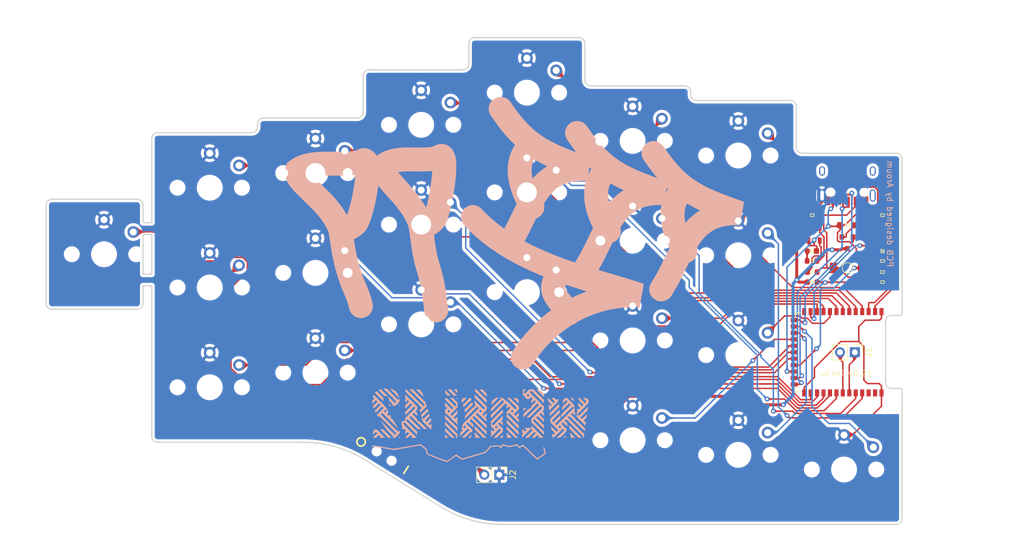
<source format=kicad_pcb>
(kicad_pcb (version 20211014) (generator pcbnew)
  (title_block (title "Enki 42 right") (date "2022-09-24") (rev "0.21") (company "Aroum"))
  (layers (0 "F.Cu" signal) (31 "B.Cu" signal) (34 "B.Paste" user) (35 "F.Paste" user) (36 "B.SilkS" user "B.Silkscreen") (37 "F.SilkS" user "F.Silkscreen") (38 "B.Mask" user) (39 "F.Mask" user) (44 "Edge.Cuts" user))
  (net 0 "")
  (net 1 "GND")
  (net 2 "VBUS")
  (net 3 "Net-(D22-Pad1)")
  (net 4 "Net-(D23-Pad1)")
  (net 5 "Net-(D24-Pad1)")
  (net 6 "DATA+")
  (net 7 "DATA-")
  (net 8 "CC1")
  (net 9 "CC2")
  (net 10 "VBAT")
  (net 11 "Net-(R1-Pad2)")
  (net 12 "Net-(R2-Pad1)")
  (net 13 "BATTERY_PIN")
  (net 14 "BLUE_LED")
  (net 15 "SWC")
  (net 16 "SWD")
  (net 17 "reset")
  (net 18 "R1C1")
  (net 19 "R1C2")
  (net 20 "R1C3")
  (net 21 "R1C4")
  (net 22 "R1C5")
  (net 23 "R1C6")
  (net 24 "R2C1")
  (net 25 "R2C2")
  (net 26 "R2C3")
  (net 27 "R2C4")
  (net 28 "R2C5")
  (net 29 "R2C6")
  (net 30 "R3C1")
  (net 31 "R3C2")
  (net 32 "R3C3")
  (net 33 "R3C4")
  (net 34 "R3C5")
  (net 35 "R3C6")
  (net 36 "R4C5")
  (net 37 "R4C6")
  (net 38 "R4C7")
  (net 39 "nRF_VDD")
  (net 40 "R2C0")
  (net 41 "VBAT2")
  (net 45 "PROG")
  (footprint "kbd:SW_3x4x2_2legs" (layer "F.Cu") (at 198.43 67.824 180)
    (fp_text reference "RSW1")
    (fp_text value "SW_PUSH")
  )
  (footprint "kbd:ChocV1_1u" (layer "F.Cu") (at 143.707 71.968)
    (fp_text reference "SW16" hide)
    (fp_text value "SW_PUSH" hide)
  )
  (footprint "kbd:ChocV1_1u" (layer "F.Cu") (at 197.857 102.268)
    (fp_text reference "SW21" hide)
    (fp_text value "SW_PUSH" hide)
  )
  (footprint "kbd:ChocV1_1u" (layer "F.Cu") (at 179.807 99.768)
    (fp_text reference "SW20" hide)
    (fp_text value "SW_PUSH" hide)
  )
  (footprint "kbd:ChocV1_1u" (layer "F.Cu") (at 161.757 97.268)
    (fp_text reference "SW19" hide)
    (fp_text value "SW_PUSH" hide)
  )
  (footprint "kbd:ChocV1_1u" (layer "F.Cu") (at 179.807 82.718)
    (fp_text reference "SW18" hide)
    (fp_text value "SW_PUSH" hide)
  )
  (footprint "kbd:ChocV1_1u" (layer "F.Cu") (at 161.757 80.218)
    (fp_text reference "SW17" hide)
    (fp_text value "SW_PUSH" hide)
  )
  (footprint "kbd:ChocV1_1u" (layer "F.Cu") (at 179.807 65.668)
    (fp_text reference "SW12" hide)
    (fp_text value "SW_PUSH" hide)
  )
  (footprint "kbd:ChocV1_1u" (layer "F.Cu") (at 161.757 63.168)
    (fp_text reference "SW11" hide)
    (fp_text value "SW_PUSH" hide)
  )
  (footprint "kbd:ChocV1_1u" (layer "F.Cu") (at 143.707 54.918)
    (fp_text reference "SW10" hide)
    (fp_text value "SW_PUSH" hide)
  )
  (footprint "kbd:ChocV1_1u" (layer "F.Cu") (at 179.807 48.618)
    (fp_text reference "SW6" hide)
    (fp_text value "SW_PUSH" hide)
  )
  (footprint "kbd:ChocV1_1u" (layer "F.Cu") (at 161.757 46.118)
    (fp_text reference "SW5" hide)
    (fp_text value "SW_PUSH" hide)
  )
  (footprint "kbd:ChocV1_1u" (layer "F.Cu") (at 143.707 37.868)
    (fp_text reference "SW4" hide)
    (fp_text value "SW_PUSH" hide)
  )
  (footprint "kbd:ChocV1_1u" (layer "F.Cu") (at 89.5569 88.219)
    (fp_text reference "SW13" hide)
    (fp_text value "SW_PUSH" hide)
  )
  (footprint "kbd:ChocV1_1u" (layer "F.Cu") (at 107.607 85.718)
    (fp_text reference "SW14" hide)
    (fp_text value "SW_PUSH" hide)
  )
  (footprint "kbd:ChocV1_1u" (layer "F.Cu") (at 89.5569 71.169)
    (fp_text reference "SW7" hide)
    (fp_text value "SW_PUSH" hide)
  )
  (footprint "kbd:ChocV1_1u" (layer "F.Cu") (at 107.607 68.668)
    (fp_text reference "SW8" hide)
    (fp_text value "SW_PUSH" hide)
  )
  (footprint "kbd:ChocV1_1u" (layer "F.Cu") (at 107.607 51.618)
    (fp_text reference "SW2" hide)
    (fp_text value "SW_PUSH" hide)
  )
  (footprint "kbd:ChocV1_1u" (layer "F.Cu") (at 125.657 43.368)
    (fp_text reference "SW3" hide)
    (fp_text value "SW_PUSH" hide)
  )
  (footprint "kbd:ChocV1_1u" (layer "F.Cu") (at 125.657 60.418)
    (fp_text reference "SW9" hide)
    (fp_text value "SW_PUSH" hide)
  )
  (footprint "kbd:ChocV1_1u" (layer "F.Cu") (at 89.5569 54.118)
    (fp_text reference "SW1" hide)
    (fp_text value "SW_PUSH" hide)
  )
  (footprint "kbd:ChocV1_1u" (layer "F.Cu") (at 125.657 77.468)
    (fp_text reference "SW15" hide)
    (fp_text value "SW_PUSH" hide)
  )
  (footprint "kbd:LED_0603_1608Metric" (layer "F.Cu") (at 204.43 64.9368 180)
    (fp_text reference "D23" hide)
    (fp_text value "BLUE")
  )
  (footprint "kbd:D_SOD-323_HandSoldering" (layer "F.Cu") (at 198.43 60.5028 180)
    (fp_text reference "D24" hide)
    (fp_text value "1N5819")
  )
  (footprint "kbd:SOT-23" (layer "F.Cu") (at 198.43 63.5416 -90)
    (fp_text reference "Q1" hide)
    (fp_text value "AO3407")
  )
  (footprint "kbd:R_0603_1608Metric" (layer "F.Cu") (at 192.43 68.5368)
    (fp_text reference "R2" hide)
    (fp_text value "RPROG")
  )
  (footprint "kbd:R_0603_1608Metric" (layer "F.Cu") (at 204.43 58.8028)
    (fp_text reference "R3" hide)
    (fp_text value "5.1K")
  )
  (footprint "kbd:R_0603_1608Metric" (layer "F.Cu") (at 192.43 58.8028 180)
    (fp_text reference "R4" hide)
    (fp_text value "5.1K")
  )
  (footprint "kbd:R_0603_1608Metric" (layer "F.Cu") (at 204.43 66.6368 180)
    (fp_text reference "R5" hide)
    (fp_text value "1K")
  )
  (footprint "kbd:R_0603_1608Metric" (layer "F.Cu") (at 204.43 68.5368)
    (fp_text reference "R6" hide)
    (fp_text value "100K")
  )
  (footprint "kbd:R_0603_1608Metric" (layer "F.Cu") (at 192.43 70.2564)
    (fp_text reference "R7" hide)
    (fp_text value "820K")
  )
  (footprint "kbd:R_0603_1608Metric" (layer "F.Cu") (at 204.43 70.2564)
    (fp_text reference "R8" hide)
    (fp_text value "2M")
  )
  (footprint "kbd:SOT-23-5" (layer "F.Cu") (at 192.75 62.0416 -90)
    (fp_text reference "U2" hide)
    (fp_text value "TP4054")
  )
  (footprint "kbd:SOT-23-5" (layer "F.Cu") (at 204.11 62.0416 -90)
    (fp_text reference "U3" hide)
    (fp_text value "XC6220B331MR-G")
  )
  (footprint "kbd:USB_C_Receptacle_HRO_TYPE-C-31-M-12_round" (layer "F.Cu") (at 198.43 52.316 180)
    (fp_text reference "J3" hide)
    (fp_text value "USB-C Conn")
  )
  (footprint "kbd:SW_MSK-12C02" (layer "F.Cu") (at 119.334 99.974 148)
    (fp_text reference "SW22")
    (fp_text value "SW_SPDT")
  )
  (footprint "Connector_PinHeader_2.54mm:PinHeader_1x02_P2.54mm_Vertical" (layer "F.Cu") (at 199.7 82.2325 -90)
    (fp_text reference "J1")
    (fp_text value "SWD")
  )
  (footprint "kbd:Holyiot-18010" (layer "F.Cu") (at 198.547 82.2325 -90)
    (fp_text reference "U1" hide)
    (fp_text value "Holyiot-18010")
  )
  (footprint "kbd:R_0603_1608Metric" (layer "F.Cu") (at 192.365 66.6368)
    (fp_text reference "R1" hide)
    (fp_text value "1K")
  )
  (footprint "kbd:LED_0603_1608Metric" (layer "F.Cu") (at 192.365 64.9368)
    (fp_text reference "D22" hide)
    (fp_text value "RED")
  )
  (footprint "kbd:ChocV1_1u" (layer "F.Cu") (at 71.5069 65.489)
    (fp_text reference "SW23" hide)
    (fp_text value "SW_PUSH" hide)
  )
  (footprint "Connector_PinHeader_2.54mm:PinHeader_1x02_P2.54mm_Vertical" (layer "F.Cu") (at 138.9888 103.1748 -90)
    (fp_text reference "J2")
    (fp_text value "Ex_Bat")
  )
  (footprint "kbd:Logo_42_big" (layer "B.Cu") (at 141.83868 61.93028 180)
    (fp_text reference "logoL1" hide)
    (fp_text value "Logo" hide)
  )
  (footprint "kbd:Logo_wEnki42_mini" (layer "B.Cu") (at 135.59028 94.996 180)
    (fp_text reference "logo1" hide)
    (fp_text value "Logo" hide)
  )
  (gr_line (start 96.706881 44.718) (end 80.656881 44.718) (layer "Edge.Cuts") (width 0.2))
  (gr_line (start 115.75688 34.968) (end 115.75688 41.218) (layer "Edge.Cuts") (width 0.2))
  (gr_line (start 132.80688 33.968) (end 116.75688 33.968) (layer "Edge.Cuts") (width 0.2))
  (gr_line (start 133.80688 29.468) (end 133.80688 32.968) (layer "Edge.Cuts") (width 0.2))
  (gr_arc (start 79.656881 45.718) (mid 79.949774 45.010893) (end 80.656881 44.718) (layer "Edge.Cuts") (width 0.2))
  (gr_arc (start 115.75688 41.218) (mid 115.463987 41.925107) (end 114.75688 42.218) (layer "Edge.Cuts") (width 0.2))
  (gr_line (start 152.606879 28.468) (end 134.80688 28.468) (layer "Edge.Cuts") (width 0.2))
  (gr_arc (start 97.706881 43.718) (mid 97.413988 44.425107) (end 96.706881 44.718) (layer "Edge.Cuts") (width 0.2))
  (gr_arc (start 115.75688 34.968) (mid 116.049773 34.260893) (end 116.75688 33.968) (layer "Edge.Cuts") (width 0.2))
  (gr_arc (start 97.70688 43.218) (mid 97.999773 42.510893) (end 98.70688 42.218) (layer "Edge.Cuts") (width 0.2))
  (gr_arc (start 133.80688 32.968) (mid 133.513987 33.675107) (end 132.80688 33.968) (layer "Edge.Cuts") (width 0.2))
  (gr_line (start 114.75688 42.218) (end 98.70688 42.218) (layer "Edge.Cuts") (width 0.2))
  (gr_arc (start 172.656879 39.218) (mid 171.949772 38.925107) (end 171.656879 38.218) (layer "Edge.Cuts") (width 0.2))
  (gr_arc (start 80.65688 97.619019) (mid 79.949773 97.326126) (end 79.65688 96.619019) (layer "Edge.Cuts") (width 0.2))
  (gr_arc (start 152.606879 28.468) (mid 153.313986 28.760893) (end 153.606879 29.468) (layer "Edge.Cuts") (width 0.2))
  (gr_line (start 171.656879 38.218) (end 171.656879 37.718) (layer "Edge.Cuts") (width 0.2))
  (gr_line (start 188.70688 39.218) (end 172.656879 39.218) (layer "Edge.Cuts") (width 0.2))
  (gr_line (start 170.656879 36.718) (end 154.606879 36.718) (layer "Edge.Cuts") (width 0.2))
  (gr_line (start 97.706881 43.718) (end 97.70688 43.218) (layer "Edge.Cuts") (width 0.2))
  (gr_arc (start 154.606879 36.718) (mid 153.899772 36.425107) (end 153.606879 35.718) (layer "Edge.Cuts") (width 0.2))
  (gr_arc (start 170.656879 36.718) (mid 171.363986 37.010893) (end 171.656879 37.718) (layer "Edge.Cuts") (width 0.2))
  (gr_line (start 153.606879 35.718) (end 153.606879 29.468) (layer "Edge.Cuts") (width 0.2))
  (gr_arc (start 133.80688 29.468) (mid 134.099773 28.760893) (end 134.80688 28.468) (layer "Edge.Cuts") (width 0.2))
  (gr_line (start 61.606881 57.088) (end 61.60688 73.888) (layer "Edge.Cuts") (width 0.2))
  (gr_arc (start 207.756879 75.718) (mid 207.6983 75.859421) (end 207.556879 75.918) (layer "Edge.Cuts") (width 0.2))
  (gr_line (start 62.60688 74.888) (end 77.156881 74.888) (layer "Edge.Cuts") (width 0.2))
  (gr_arc (start 207.556879 88.417999) (mid 207.6983 88.476578) (end 207.756879 88.617999) (layer "Edge.Cuts") (width 0.2))
  (gr_line (start 206.756879 48.218) (end 190.70688 48.218) (layer "Edge.Cuts") (width 0.2))
  (gr_arc (start 206.756879 48.218) (mid 207.463986 48.510893) (end 207.756879 49.218) (layer "Edge.Cuts") (width 0.2))
  (gr_line (start 207.756879 75.718) (end 207.756879 49.218) (layer "Edge.Cuts") (width 0.2))
  (gr_arc (start 105.520726 97.619019) (mid 110.993508 98.38237) (end 116.048525 100.614153) (layer "Edge.Cuts") (width 0.2))
  (gr_arc (start 139.593034 111.667998) (mid 134.120252 110.904647) (end 129.065236 108.672864) (layer "Edge.Cuts") (width 0.2))
  (gr_arc (start 207.756879 110.667999) (mid 207.463986 111.375106) (end 206.756879 111.667999) (layer "Edge.Cuts") (width 0.2))
  (gr_line (start 207.556879 88.417999) (end 205.956879 88.417999) (layer "Edge.Cuts") (width 0.2))
  (gr_arc (start 205.956879 88.417999) (mid 205.249772 88.125106) (end 204.956879 87.417999) (layer "Edge.Cuts") (width 0.2))
  (gr_arc (start 204.956879 76.918) (mid 205.249772 76.210893) (end 205.956879 75.918) (layer "Edge.Cuts") (width 0.2))
  (gr_line (start 116.048525 100.614153) (end 129.065236 108.672864) (layer "Edge.Cuts") (width 0.2))
  (gr_line (start 207.756879 110.667999) (end 207.756879 88.617999) (layer "Edge.Cuts") (width 0.2))
  (gr_arc (start 190.70688 48.218) (mid 189.999773 47.925107) (end 189.70688 47.218) (layer "Edge.Cuts") (width 0.2))
  (gr_line (start 205.956879 75.918) (end 207.556879 75.918) (layer "Edge.Cuts") (width 0.2))
  (gr_line (start 79.65688 70.888) (end 79.65688 96.619019) (layer "Edge.Cuts") (width 0.2))
  (gr_line (start 77.156881 56.088) (end 62.60688 56.088) (layer "Edge.Cuts") (width 0.2))
  (gr_line (start 204.956879 87.417999) (end 204.956879 76.918) (layer "Edge.Cuts") (width 0.2))
  (gr_line (start 189.706879 47.218) (end 189.70688 40.218) (layer "Edge.Cuts") (width 0.2))
  (gr_arc (start 188.70688 39.218) (mid 189.413987 39.510893) (end 189.70688 40.218) (layer "Edge.Cuts") (width 0.2))
  (gr_line (start 139.593034 111.667999) (end 206.756879 111.667999) (layer "Edge.Cuts") (width 0.2))
  (gr_line (start 80.65688 97.619019) (end 105.520727 97.619019) (layer "Edge.Cuts") (width 0.2))
  (gr_arc (start 78.156881 73.888) (mid 77.863988 74.595107) (end 77.156881 74.888) (layer "Edge.Cuts") (width 0.2))
  (gr_arc (start 77.156881 56.088) (mid 77.863988 56.380893) (end 78.156881 57.088) (layer "Edge.Cuts") (width 0.2))
  (gr_arc (start 61.60688 57.088) (mid 61.899773 56.380893) (end 62.60688 56.088) (layer "Edge.Cuts") (width 0.2))
  (gr_line (start 78.156881 60.088) (end 79.656881 60.088) (layer "Edge.Cuts") (width 0.2))
  (gr_arc (start 62.60688 74.888) (mid 61.899773 74.595107) (end 61.60688 73.888) (layer "Edge.Cuts") (width 0.2))
  (gr_line (start 78.156881 70.888) (end 79.65688 70.888) (layer "Edge.Cuts") (width 0.2))
  (gr_line (start 78.156881 57.088) (end 78.156881 60.088) (layer "Edge.Cuts") (width 0.2))
  (gr_line (start 79.656881 62.088) (end 78.15688 62.088) (layer "Edge.Cuts") (width 0.2))
  (gr_line (start 78.15688 62.088) (end 78.15688 68.888) (layer "Edge.Cuts") (width 0.2))
  (gr_line (start 79.656881 68.888) (end 79.656881 62.088) (layer "Edge.Cuts") (width 0.2))
  (gr_line (start 78.156881 73.888) (end 78.156881 70.888) (layer "Edge.Cuts") (width 0.2))
  (gr_line (start 78.15688 68.888) (end 79.656881 68.888) (layer "Edge.Cuts") (width 0.2))
  (gr_line (start 79.65688 60.088) (end 79.65688 45.718) (layer "Edge.Cuts") (width 0.2))
  (gr_text "PCB designed by Aroum\n" (at 205.69428 58.5851 270) (layer "B.SilkS") (effects (font (size 1 1)) (justify mirror)))
  (gr_text "wEnki v0.21\n" (at 198.17588 85.852) (layer "F.SilkS") (effects (font (size 1 1) (thickness 0.1))))
  (segment (start 194.11 56.0041) (end 194.4246 56.3186) (width 0.25) (layer "F.Cu") (net 1))
  (segment (start 204.11 60.2313) (end 204.11 60.0663) (width 0.25) (layer "F.Cu") (net 1))
  (segment (start 201.68 58.1341) (end 201.68 56.361) (width 0.25) (layer "F.Cu") (net 1))
  (segment (start 204.247 76.41792) (end 203.91374 76.75118) (width 0.25) (layer "F.Cu") (net 1))
  (segment (start 192.7977 86.4865) (end 191.047 88.2372) (width 0.25) (layer "F.Cu") (net 1))
  (segment (start 192.75 60.0663) (end 191.9404 59.2567) (width 0.25) (layer "F.Cu") (net 1))
  (segment (start 192.75 60.9416) (end 192.75 60.0663) (width 0.25) (layer "F.Cu") (net 1))
  (segment (start 194.3907 60.2069) (end 194.2501 60.0663) (width 0.25) (layer "F.Cu") (net 1))
  (segment (start 196.03 67.824) (end 196.9753 67.824) (width 0.25) (layer "F.Cu") (net 1))
  (segment (start 201.24217 87.00313) (end 201.24217 81.27187) (width 0.25) (layer "F.Cu") (net 1))
  (segment (start 194.3907 61.3262) (end 194.3907 60.2069) (width 0.25) (layer "F.Cu") (net 1))
  (segment (start 193.9678 67.824) (end 194.9072 67.824) (width 0.25) (layer "F.Cu") (net 1))
  (segment (start 204.247 87.97596) (end 203.8604 87.58936) (width 0.25) (layer "F.Cu") (net 1))
  (segment (start 203.8604 87.58936) (end 201.8284 87.58936) (width 0.25) (layer "F.Cu") (net 1))
  (segment (start 199.31848 96.368) (end 197.857 96.368) (width 0.25) (layer "F.Cu") (net 1))
  (segment (start 205.1722 68.5368) (end 204.3952 69.3138) (width 0.25) (layer "F.Cu") (net 1))
  (segment (start 193.255 68.5368) (end 193.9678 67.824) (width 0.25) (layer "F.Cu") (net 1))
  (segment (start 200.37 80.3997) (end 197.3011 80.3997) (width 0.25) (layer "F.Cu") (net 1))
  (segment (start 204.11 60.2313) (end 203.6497 59.771) (width 0.25) (layer "F.Cu") (net 1))
  (segment (start 200.37 80.33556) (end 200.37 80.3997) (width 0.25) (layer "F.Cu") (net 1))
  (segment (start 194.2501 60.0663) (end 192.75 60.0663) (width 0.25) (layer "F.Cu") (net 1))
  (segment (start 203.3568 53.5522) (end 195.4443 53.5522) (width 0.25) (layer "F.Cu") (net 1))
  (segment (start 196.9753 67.824) (end 198.5479 69.3966) (width 0.25) (layer "F.Cu") (net 1))
  (segment (start 180.7722 58.8028) (end 179.807 59.768) (width 0.25) (layer "F.Cu") (net 1))
  (segment (start 204.247 89.1825) (end 204.247 91.43948) (width 0.25) (layer "F.Cu") (net 1))
  (segment (start 200.37 77.84636) (end 200.37 80.33556) (width 0.25) (layer "F.Cu") (net 1))
  (segment (start 204.3952 69.3966) (end 205.255 70.2564) (width 0.25) (layer "F.Cu") (net 1))
  (segment (start 203.605 66.9696) (end 203.605 66.6368) (width 0.25) (layer "F.Cu") (net 1))
  (segment (start 201.8284 87.58936) (end 201.24217 87.00313) (width 0.25) (layer "F.Cu") (net 1))
  (segment (start 204.247 75.2825) (end 204.247 76.41792) (width 0.25) (layer "F.Cu") (net 1))
  (segment (start 204.3952 69.3138) (end 204.3952 69.3966) (width 0.25) (layer "F.Cu") (net 1))
  (segment (start 205.255 58.9213) (end 205.255 58.8028) (width 0.25) (layer "F.Cu") (net 1))
  (segment (start 205.1722 68.5368) (end 203.605 66.9696) (width 0.25) (layer "F.Cu") (net 1))
  (segment (start 192.7977 84.9031) (end 192.7977 86.4865) (width 0.25) (layer "F.Cu") (net 1))
  (segment (start 197.3011 80.3997) (end 192.7977 84.9031) (width 0.25) (layer "F.Cu") (net 1))
  (segment (start 191.9404 58.8028) (end 194.4246 56.3186) (width 0.25) (layer "F.Cu") (net 1))
  (segment (start 191.605 58.8028) (end 191.9404 58.8028) (width 0.25) (layer "F.Cu") (net 1))
  (segment (start 194.4246 56.3186) (end 194.4669 56.361) (width 0.25) (layer "F.Cu") (net 1))
  (segment (start 191.9404 59.2567) (end 191.9404 58.8028) (width 0.25) (layer "F.Cu") (net 1))
  (segment (start 195.4443 53.5522) (end 194.11 54.8865) (width 0.25) (layer "F.Cu") (net 1))
  (segment (start 194.9072 67.824) (end 196.03 67.824) (width 0.25) (layer "F.Cu") (net 1))
  (segment (start 201.46518 76.75118) (end 200.37 77.84636) (width 0.25) (layer "F.Cu") (net 1))
  (segment (start 201.24217 81.27187) (end 200.37 80.3997) (width 0.25) (layer "F.Cu") (net 1))
  (segment (start 204.11 60.0663) (end 205.255 58.9213) (width 0.25) (layer "F.Cu") (net 1))
  (segment (start 194.4669 56.361) (end 195.18 56.361) (width 0.25) (layer "F.Cu") (net 1))
  (segment (start 198.5479 69.3966) (end 204.3952 69.3966) (width 0.25) (layer "F.Cu") (net 1))
  (segment (start 205.255 68.5368) (end 205.1722 68.5368) (width 0.25) (layer "F.Cu") (net 1))
  (segment (start 194.9072 61.8427) (end 194.3907 61.3262) (width 0.25) (layer "F.Cu") (net 1))
  (segment (start 203.91374 76.75118) (end 201.46518 76.75118) (width 0.25) (layer "F.Cu") (net 1))
  (segment (start 204.247 91.43948) (end 199.31848 96.368) (width 0.25) (layer "F.Cu") (net 1))
  (segment (start 191.605 58.8028) (end 180.7722 58.8028) (width 0.25) (layer "F.Cu") (net 1))
  (segment (start 203.3169 59.771) (end 201.68 58.1341) (width 0.25) (layer "F.Cu") (net 1))
  (segment (start 191.047 89.1825) (end 191.047 88.2372) (width 0.25) (layer "F.Cu") (net 1))
  (segment (start 205.255 55.4504) (end 203.3568 53.5522) (width 0.25) (layer "F.Cu") (net 1))
  (segment (start 194.9072 67.824) (end 194.9072 61.8427) (width 0.25) (layer "F.Cu") (net 1))
  (segment (start 205.255 58.8028) (end 205.255 55.4504) (width 0.25) (layer "F.Cu") (net 1))
  (segment (start 203.6497 59.771) (end 203.3169 59.771) (width 0.25) (layer "F.Cu") (net 1))
  (segment (start 204.247 89.1825) (end 204.247 87.97596) (width 0.25) (layer "F.Cu") (net 1))
  (segment (start 204.11 60.9416) (end 204.11 60.2313) (width 0.25) (layer "F.Cu") (net 1))
  (segment (start 194.11 55.5977) (end 194.11 55.4961) (width 0.25) (layer "B.Cu") (net 1))
  (segment (start 194.11 55.8517) (end 194.11 55.7247) (width 0.25) (layer "B.Cu") (net 1))
  (segment (start 194.11 55.7247) (end 194.11 55.5977) (width 0.25) (layer "B.Cu") (net 1))
  (segment (start 194.11 54.8865) (end 194.11 55.0389) (width 0.25) (layer "B.Cu") (net 1))
  (segment (start 194.11 55.4961) (end 194.11 55.3183) (width 0.25) (layer "B.Cu") (net 1))
  (segment (start 194.11 56.0041) (end 194.11 55.8517) (width 0.25) (layer "B.Cu") (net 1))
  (segment (start 194.11 55.3183) (end 194.11 55.1659) (width 0.25) (layer "B.Cu") (net 1))
  (segment (start 194.11 55.0389) (end 194.11 55.1659) (width 0.25) (layer "B.Cu") (net 1))
  (segment (start 199.0828 63.6341) (end 199.38 63.3369) (width 0.25) (layer "F.Cu") (net 2))
  (segment (start 198.7984 63.3498) (end 199.0828 63.6341) (width 0.25) (layer "F.Cu") (net 2))
  (segment (start 191.8 64.0169) (end 192.75 64.0169) (width 0.25) (layer "F.Cu") (net 2))
  (segment (start 199.9571 64.5085) (end 199.9571 64.8889) (width 0.25) (layer "F.Cu") (net 2))
  (segment (start 189.347 85.5325) (end 188.4017 85.5325) (width 0.25) (layer "F.Cu") (net 2))
  (segment (start 191.8 63.1416) (end 191.8 64.0169) (width 0.25) (layer "F.Cu") (net 2))
  (segment (start 200.88 57.6481) (end 200.88 57.4313) (width 0.25) (layer "F.Cu") (net 2))
  (segment (start 195.98 57.4313) (end 195.8742 57.4313) (width 0.25) (layer "F.Cu") (net 2))
  (segment (start 198.0253 60.5028) (end 200.88 57.6481) (width 0.25) (layer "F.Cu") (net 2))
  (segment (start 197.18 60.5028) (end 198.0253 60.5028) (width 0.25) (layer "F.Cu") (net 2))
  (segment (start 196.9499 63.3498) (end 198.7984 63.3498) (width 0.25) (layer "F.Cu") (net 2))
  (segment (start 199.38 62.5416) (end 199.38 63.3369) (width 0.25) (layer "F.Cu") (net 2))
  (segment (start 200.88 56.361) (end 200.88 57.4313) (width 0.25) (layer "F.Cu") (net 2))
  (segment (start 197.18 60.7141) (end 195.1563 60.7141) (width 0.25) (layer "F.Cu") (net 2))
  (segment (start 199.9571 64.8889) (end 203.605 68.5368) (width 0.25) (layer "F.Cu") (net 2))
  (segment (start 196.7346 63.1345) (end 196.9499 63.3498) (width 0.25) (layer "F.Cu") (net 2))
  (segment (start 197.18 60.9254) (end 197.18 61.3481) (width 0.25) (layer "F.Cu") (net 2))
  (segment (start 193.1525 64.9368) (end 193.1525 64.1165) (width 0.25) (layer "F.Cu") (net 2))
  (segment (start 197.18 60.7141) (end 197.18 60.5028) (width 0.25) (layer "F.Cu") (net 2))
  (segment (start 195.8742 57.4313) (end 195.5912 57.7143) (width 0.25) (layer "F.Cu") (net 2))
  (segment (start 192.75 63.0573) (end 192.75 64.0169) (width 0.25) (layer "F.Cu") (net 2))
  (segment (start 196.7346 61.7935) (end 196.7346 63.1345) (width 0.25) (layer "F.Cu") (net 2))
  (segment (start 197.18 61.3481) (end 196.7346 61.7935) (width 0.25) (layer "F.Cu") (net 2))
  (segment (start 195.98 56.361) (end 195.98 57.4313) (width 0.25) (layer "F.Cu") (net 2))
  (segment (start 199.0828 63.6341) (end 199.9571 64.5085) (width 0.25) (layer "F.Cu") (net 2))
  (segment (start 188.4017 85.5325) (end 188.1135 85.5325) (width 0.25) (layer "F.Cu") (net 2))
  (segment (start 197.18 60.9254) (end 197.18 60.7141) (width 0.25) (layer "F.Cu") (net 2))
  (segment (start 193.0529 64.0169) (end 193.1525 64.1165) (width 0.25) (layer "F.Cu") (net 2))
  (segment (start 192.75 64.0169) (end 193.0529 64.0169) (width 0.25) (layer "F.Cu") (net 2))
  (via (at 188.1135 85.5325) (size 0.8) (drill 0.4) (layers "F.Cu" "B.Cu") (net 2))
  (via (at 195.1563 60.7141) (size 0.8) (drill 0.4) (layers "F.Cu" "B.Cu") (net 2))
  (via (at 192.75 63.0573) (size 0.8) (drill 0.4) (layers "F.Cu" "B.Cu") (net 2))
  (via (at 195.5912 57.7143) (size 0.8) (drill 0.4) (layers "F.Cu" "B.Cu") (net 2))
  (segment (start 195.1563 60.7141) (end 195.0932 60.7141) (width 0.25) (layer "B.Cu") (net 2))
  (segment (start 188.1135 67.6938) (end 188.1135 85.5325) (width 0.25) (layer "B.Cu") (net 2))
  (segment (start 192.75 63.0573) (end 188.1135 67.6938) (width 0.25) (layer "B.Cu") (net 2))
  (segment (start 195.0932 60.7141) (end 192.75 63.0573) (width 0.25) (layer "B.Cu") (net 2))
  (segment (start 195.5912 57.7143) (end 195.1563 58.1492) (width 0.25) (layer "B.Cu") (net 2))
  (segment (start 195.1563 58.1492) (end 195.1563 60.7141) (width 0.25) (layer "B.Cu") (net 2))
  (segment (start 191.54 64.9743) (end 191.5775 64.9368) (width 0.25) (layer "F.Cu") (net 3))
  (segment (start 191.54 66.6368) (end 191.54 64.9743) (width 0.25) (layer "F.Cu") (net 3))
  (segment (start 205.2175 66.5993) (end 205.2175 64.9368) (width 0.25) (layer "F.Cu") (net 4))
  (segment (start 205.255 66.6368) (end 205.2175 66.5993) (width 0.25) (layer "F.Cu") (net 4))
  (segment (start 203.16 60.9416) (end 203.16 61.8169) (width 0.25) (layer "F.Cu") (net 5))
  (segment (start 197.48 62.5416) (end 198.2253 62.5416) (width 0.25) (layer "F.Cu") (net 5))
  (segment (start 198.2253 61.9575) (end 198.2253 62.5416) (width 0.25) (layer "F.Cu") (net 5))
  (segment (start 205.06 60.9416) (end 205.06 61.8169) (width 0.25) (layer "F.Cu") (net 5))
  (segment (start 202.7212 60.5028) (end 199.68 60.5028) (width 0.25) (layer "F.Cu") (net 5))
  (segment (start 199.68 60.5028) (end 198.2253 61.9575) (width 0.25) (layer "F.Cu") (net 5))
  (segment (start 203.16 60.9416) (end 202.7212 60.5028) (width 0.25) (layer "F.Cu") (net 5))
  (segment (start 203.16 61.8169) (end 205.06 61.8169) (width 0.25) (layer "F.Cu") (net 5))
  (segment (start 197.68 56.361) (end 197.68 57.4145) (width 0.25) (layer "F.Cu") (net 6))
  (segment (start 198.68 57.4145) (end 197.8142 57.4145) (width 0.25) (layer "F.Cu") (net 6))
  (segment (start 190.5798 87.4282) (end 190.2755 87.7325) (width 0.25) (layer "F.Cu") (net 6))
  (segment (start 197.8142 57.4145) (end 197.7471 57.4816) (width 0.25) (layer "F.Cu") (net 6))
  (segment (start 189.347 87.7325) (end 190.2755 87.7325) (width 0.25) (layer "F.Cu") (net 6))
  (segment (start 197.7471 57.4816) (end 197.5221 57.7066) (width 0.25) (layer "F.Cu") (net 6))
  (segment (start 197.68 57.4145) (end 197.7471 57.4816) (width 0.25) (layer "F.Cu") (net 6))
  (segment (start 198.68 56.361) (end 198.68 57.4145) (width 0.25) (layer "F.Cu") (net 6))
  (via (at 197.5221 57.7066) (size 0.8) (drill 0.4) (layers "F.Cu" "B.Cu") (net 6))
  (via (at 190.5798 87.4282) (size 0.8) (drill 0.4) (layers "F.Cu" "B.Cu") (net 6))
  (segment (start 189.8921 71.972) (end 189.8921 86.7405) (width 0.25) (layer "B.Cu") (net 6))
  (segment (start 189.8921 86.7405) (end 190.5798 87.4282) (width 0.25) (layer "B.Cu") (net 6))
  (segment (start 197.5221 57.7066) (end 197.5221 64.342) (width 0.25) (layer "B.Cu") (net 6))
  (segment (start 197.5221 64.342) (end 189.8921 71.972) (width 0.25) (layer "B.Cu") (net 6))
  (segment (start 198.18 56.361) (end 198.18 55.3075) (width 0.25) (layer "F.Cu") (net 7))
  (segment (start 199.18 56.361) (end 199.18 55.4209) (width 0.25) (layer "F.Cu") (net 7))
  (segment (start 189.347 86.6325) (end 190.2755 86.6325) (width 0.25) (layer "F.Cu") (net 7))
  (segment (start 190.6473 86.2607) (end 190.2755 86.6325) (width 0.25) (layer "F.Cu") (net 7))
  (segment (start 199.18 55.4209) (end 199.18 55.3075) (width 0.25) (layer "F.Cu") (net 7))
  (segment (start 199.18 55.3075) (end 199.18 55.0313) (width 0.25) (layer "F.Cu") (net 7))
  (segment (start 199.18 55.3075) (end 198.18 55.3075) (width 0.25) (layer "F.Cu") (net 7))
  (via (at 199.18 55.0313) (size 0.8) (drill 0.4) (layers "F.Cu" "B.Cu") (net 7))
  (via (at 190.6473 86.2607) (size 0.8) (drill 0.4) (layers "F.Cu" "B.Cu") (net 7))
  (segment (start 199.18 64.0078) (end 199.18 55.0313) (width 0.25) (layer "B.Cu") (net 7))
  (segment (start 190.3456 85.959) (end 190.3456 72.8422) (width 0.25) (layer "B.Cu") (net 7))
  (segment (start 190.6473 86.2607) (end 190.3456 85.959) (width 0.25) (layer "B.Cu") (net 7))
  (segment (start 190.3456 72.8422) (end 199.18 64.0078) (width 0.25) (layer "B.Cu") (net 7))
  (segment (start 199.68 57.4145) (end 198.2917 58.8028) (width 0.25) (layer "F.Cu") (net 8))
  (segment (start 199.68 56.361) (end 199.68 57.4145) (width 0.25) (layer "F.Cu") (net 8))
  (segment (start 198.2917 58.8028) (end 193.255 58.8028) (width 0.25) (layer "F.Cu") (net 8))
  (segment (start 196.68 55.3075) (end 197.9649 54.0226) (width 0.25) (layer "F.Cu") (net 9))
  (segment (start 203.0858 54.0226) (end 203.605 54.5418) (width 0.25) (layer "F.Cu") (net 9))
  (segment (start 197.9649 54.0226) (end 203.0858 54.0226) (width 0.25) (layer "F.Cu") (net 9))
  (segment (start 196.68 56.361) (end 196.68 55.3075) (width 0.25) (layer "F.Cu") (net 9))
  (segment (start 203.605 54.5418) (end 203.605 58.8028) (width 0.25) (layer "F.Cu") (net 9))
  (segment (start 130.574 97.3) (end 136.4488 103.1748) (width 0.5) (layer "F.Cu") (net 10))
  (segment (start 120.950387 98.80255) (end 122.452937 97.3) (width 0.5) (layer "F.Cu") (net 10))
  (segment (start 122.452937 97.3) (end 130.574 97.3) (width 0.5) (layer "F.Cu") (net 10))
  (segment (start 193.5271 66.6368) (end 194.4284 65.7355) (width 0.25) (layer "F.Cu") (net 11))
  (segment (start 194.4284 65.7355) (end 194.4284 62.5044) (width 0.25) (layer "F.Cu") (net 11))
  (segment (start 193.7 60.9416) (end 193.7 61.8169) (width 0.25) (layer "F.Cu") (net 11))
  (segment (start 193.7409 61.8169) (end 193.7 61.8169) (width 0.25) (layer "F.Cu") (net 11))
  (segment (start 194.4284 62.5044) (end 193.7409 61.8169) (width 0.25) (layer "F.Cu") (net 11))
  (segment (start 193.19 66.6368) (end 193.5271 66.6368) (width 0.25) (layer "F.Cu") (net 11))
  (segment (start 192.365 67.7768) (end 192.365 66.2138) (width 0.25) (layer "F.Cu") (net 12))
  (segment (start 193.9354 64.2523) (end 193.7 64.0169) (width 0.25) (layer "F.Cu") (net 12))
  (segment (start 193.7 63.1416) (end 193.7 64.0169) (width 0.25) (layer "F.Cu") (net 12))
  (segment (start 193.7212 65.7774) (end 193.9354 65.5632) (width 0.25) (layer "F.Cu") (net 12))
  (segment (start 191.605 68.5368) (end 192.365 67.7768) (width 0.25) (layer "F.Cu") (net 12))
  (segment (start 192.8014 65.7774) (end 193.7212 65.7774) (width 0.25) (layer "F.Cu") (net 12))
  (segment (start 192.365 66.2138) (end 192.8014 65.7774) (width 0.25) (layer "F.Cu") (net 12))
  (segment (start 193.9354 65.5632) (end 193.9354 64.2523) (width 0.25) (layer "F.Cu") (net 12))
  (segment (start 194.6098 70.2564) (end 193.255 70.2564) (width 0.25) (layer "F.Cu") (net 13))
  (segment (start 192.4334 76.5142) (end 192.7475 76.5142) (width 0.25) (layer "F.Cu") (net 13))
  (segment (start 192.147 75.2825) (end 192.147 76.2278) (width 0.25) (layer "F.Cu") (net 13))
  (segment (start 192.147 76.2278) (end 192.4334 76.5142) (width 0.25) (layer "F.Cu") (net 13))
  (segment (start 194.6098 70.2564) (end 194.6098 70.3247) (width 0.25) (layer "F.Cu") (net 13))
  (segment (start 203.605 70.2564) (end 194.6098 70.2564) (width 0.25) (layer "F.Cu") (net 13))
  (via (at 194.6098 70.3247) (size 0.8) (drill 0.4) (layers "F.Cu" "B.Cu") (net 13))
  (via (at 192.7475 76.5142) (size 0.8) (drill 0.4) (layers "F.Cu" "B.Cu") (net 13))
  (segment (start 194.3413 70.3247) (end 192.7475 71.9185) (width 0.25) (layer "B.Cu") (net 13))
  (segment (start 192.7475 71.9185) (end 192.7475 76.5142) (width 0.25) (layer "B.Cu") (net 13))
  (segment (start 194.6098 70.3247) (end 194.3413 70.3247) (width 0.25) (layer "B.Cu") (net 13))
  (segment (start 206.009 68.0395) (end 205.5563 67.5868) (width 0.25) (layer "F.Cu") (net 14))
  (segment (start 202.047 75.2825) (end 202.047 73.86812) (width 0.25) (layer "F.Cu") (net 14))
  (segment (start 204.8875 67.5868) (end 204.4253 67.1246) (width 0.25) (layer "F.Cu") (net 14))
  (segment (start 204.4253 67.1246) (end 204.4253 64.9368) (width 0.25) (layer "F.Cu") (net 14))
  (segment (start 202.047 73.86812) (end 202.16622 73.7489) (width 0.25) (layer "F.Cu") (net 14))
  (segment (start 206.009 70.7944) (end 206.009 68.0395) (width 0.25) (layer "F.Cu") (net 14))
  (segment (start 203.0545 73.7489) (end 202.16622 73.7489) (width 0.25) (layer "F.Cu") (net 14))
  (segment (start 205.5563 67.5868) (end 204.8875 67.5868) (width 0.25) (layer "F.Cu") (net 14))
  (segment (start 204.4253 64.9368) (end 203.6425 64.9368) (width 0.25) (layer "F.Cu") (net 14))
  (segment (start 206.009 70.7944) (end 203.0545 73.7489) (width 0.25) (layer "F.Cu") (net 14))
  (segment (start 197.16 82.2325) (end 197.16 83.4278) (width 0.25) (layer "F.Cu") (net 15))
  (segment (start 197.647 83.9148) (end 197.647 89.1825) (width 0.25) (layer "F.Cu") (net 15))
  (segment (start 197.16 83.4278) (end 197.647 83.9148) (width 0.25) (layer "F.Cu") (net 15))
  (segment (start 198.747 84.3808) (end 198.747 89.1825) (width 0.25) (layer "F.Cu") (net 16))
  (segment (start 199.7 82.2325) (end 199.7 83.4278) (width 0.25) (layer "F.Cu") (net 16))
  (segment (start 199.7 83.4278) (end 198.747 84.3808) (width 0.25) (layer "F.Cu") (net 16))
  (segment (start 199.8847 67.824) (end 199.598 67.824) (width 0.25) (layer "F.Cu") (net 17))
  (segment (start 200.83 67.824) (end 199.8847 67.824) (width 0.25) (layer "F.Cu") (net 17))
  (segment (start 190.3542 84.4325) (end 193.1473 81.6394) (width 0.25) (layer "F.Cu") (net 17))
  (segment (start 190.2923 84.4325) (end 190.3542 84.4325) (width 0.25) (layer "F.Cu") (net 17))
  (segment (start 189.347 84.4325) (end 190.2923 84.4325) (width 0.25) (layer "F.Cu") (net 17))
  (via (at 199.598 67.824) (size 0.8) (drill 0.4) (layers "F.Cu" "B.Cu") (net 17))
  (via (at 193.1473 81.6394) (size 0.8) (drill 0.4) (layers "F.Cu" "B.Cu") (net 17))
  (segment (start 194.0483 71.283) (end 193.8176 71.5137) (width 0.25) (layer "B.Cu") (net 17))
  (segment (start 193.8176 80.9691) (end 193.1473 81.6394) (width 0.25) (layer "B.Cu") (net 17))
  (segment (start 193.8176 71.5137) (end 193.8176 80.9691) (width 0.25) (layer "B.Cu") (net 17))
  (segment (start 199.598 67.824) (end 196.139 71.283) (width 0.25) (layer "B.Cu") (net 17))
  (segment (start 196.139 71.283) (end 194.0483 71.283) (width 0.25) (layer "B.Cu") (net 17))
  (segment (start 156.726 72.9263) (end 165.9114 72.9263) (width 0.25) (layer "F.Cu") (net 18))
  (segment (start 179.41751 73.3966) (end 179.769012 73.045098) (width 0.25) (layer "F.Cu") (net 18))
  (segment (start 165.9114 72.9263) (end 166.3817 73.3966) (width 0.25) (layer "F.Cu") (net 18))
  (segment (start 196.547 74.4325) (end 196.547 75.2825) (width 0.25) (layer "F.Cu") (net 18))
  (segment (start 195.159598 73.045098) (end 196.547 74.4325) (width 0.25) (layer "F.Cu") (net 18))
  (segment (start 166.3817 73.3966) (end 179.41751 73.3966) (width 0.25) (layer "F.Cu") (net 18))
  (segment (start 179.769012 73.045098) (end 195.159598 73.045098) (width 0.25) (layer "F.Cu") (net 18))
  (segment (start 98.307 50.318) (end 110.5031 62.5141) (width 0.25) (layer "F.Cu") (net 18))
  (segment (start 110.5031 62.5141) (end 146.3138 62.5141) (width 0.25) (layer "F.Cu") (net 18))
  (segment (start 94.5569 50.318) (end 98.307 50.318) (width 0.25) (layer "F.Cu") (net 18))
  (segment (start 146.3138 62.5141) (end 156.726 72.9263) (width 0.25) (layer "F.Cu") (net 18))
  (segment (start 179.574328 72.575087) (end 179.223215 72.9262) (width 0.25) (layer "F.Cu") (net 19))
  (segment (start 195.789587 72.575087) (end 179.574328 72.575087) (width 0.25) (layer "F.Cu") (net 19))
  (segment (start 197.647 75.2825) (end 197.647 74.4325) (width 0.25) (layer "F.Cu") (net 19))
  (segment (start 166.6961 72.1215) (end 158.0179 72.1215) (width 0.25) (layer "F.Cu") (net 19))
  (segment (start 133.7144 47.818) (end 112.607 47.818) (width 0.25) (layer "F.Cu") (net 19))
  (segment (start 158.0179 72.1215) (end 133.7144 47.818) (width 0.25) (layer "F.Cu") (net 19))
  (segment (start 197.647 74.4325) (end 195.789587 72.575087) (width 0.25) (layer "F.Cu") (net 19))
  (segment (start 167.5008 72.9262) (end 166.6961 72.1215) (width 0.25) (layer "F.Cu") (net 19))
  (segment (start 179.223215 72.9262) (end 167.5008 72.9262) (width 0.25) (layer "F.Cu") (net 19))
  (segment (start 179.36322 72.1215) (end 167.5963 72.1215) (width 0.25) (layer "F.Cu") (net 20))
  (segment (start 132.071213 39.568) (end 130.657 39.568) (width 0.25) (layer "F.Cu") (net 20))
  (segment (start 167.5963 72.1215) (end 156.5011 61.0263) (width 0.25) (layer "F.Cu") (net 20))
  (segment (start 198.747 75.2825) (end 198.747 74.3372) (width 0.25) (layer "F.Cu") (net 20))
  (segment (start 198.747 74.3372) (end 196.514876 72.105076) (width 0.25) (layer "F.Cu") (net 20))
  (segment (start 153.529513 61.0263) (end 132.071213 39.568) (width 0.25) (layer "F.Cu") (net 20))
  (segment (start 156.5011 61.0263) (end 153.529513 61.0263) (width 0.25) (layer "F.Cu") (net 20))
  (segment (start 179.379644 72.105076) (end 179.36322 72.1215) (width 0.25) (layer "F.Cu") (net 20))
  (segment (start 196.514876 72.105076) (end 179.379644 72.105076) (width 0.25) (layer "F.Cu") (net 20))
  (segment (start 182.826465 71.635065) (end 197.049565 71.635065) (width 0.25) (layer "F.Cu") (net 21))
  (segment (start 148.707 34.068) (end 158.406 43.767) (width 0.25) (layer "F.Cu") (net 21))
  (segment (start 158.406 43.767) (end 158.406 47.2146) (width 0.25) (layer "F.Cu") (net 21))
  (segment (start 158.406 47.2146) (end 182.826465 71.635065) (width 0.25) (layer "F.Cu") (net 21))
  (segment (start 199.847 74.4325) (end 199.847 75.2825) (width 0.25) (layer "F.Cu") (net 21))
  (segment (start 197.049565 71.635065) (end 199.847 74.4325) (width 0.25) (layer "F.Cu") (net 21))
  (segment (start 197.774854 71.165054) (end 189.057554 71.165054) (width 0.25) (layer "F.Cu") (net 22))
  (segment (start 189.057554 71.165054) (end 165.757001 47.864501) (width 0.25) (layer "F.Cu") (net 22))
  (segment (start 165.757001 47.864501) (end 165.757001 43.317999) (width 0.25) (layer "F.Cu") (net 22))
  (segment (start 200.947 75.2825) (end 200.947 74.3372) (width 0.25) (layer "F.Cu") (net 22))
  (segment (start 200.947 74.3372) (end 197.774854 71.165054) (width 0.25) (layer "F.Cu") (net 22))
  (segment (start 165.757001 43.317999) (end 166.757 42.318) (width 0.25) (layer "F.Cu") (net 22))
  (segment (start 206.5078 56.0371) (end 203.5525 53.0818) (width 0.25) (layer "F.Cu") (net 23))
  (segment (start 203.147 75.2825) (end 203.147 74.3372) (width 0.25) (layer "F.Cu") (net 23))
  (segment (start 193.0708 53.0818) (end 184.807 44.818) (width 0.25) (layer "F.Cu") (net 23))
  (segment (start 203.5525 53.0818) (end 193.0708 53.0818) (width 0.25) (layer "F.Cu") (net 23))
  (segment (start 206.5078 70.9764) (end 206.5078 56.0371) (width 0.25) (layer "F.Cu") (net 23))
  (segment (start 203.147 74.3372) (end 206.5078 70.9764) (width 0.25) (layer "F.Cu") (net 23))
  (segment (start 92.6745 85.118) (end 94.1415 86.585) (width 0.25) (layer "F.Cu") (net 24))
  (segment (start 92.6745 69.2514) (end 92.6745 85.118) (width 0.25) (layer "F.Cu") (net 24))
  (segment (start 192.341684 90.812731) (end 193.247 89.907415) (width 0.25) (layer "F.Cu") (net 24))
  (segment (start 99.4644 88.2517) (end 123.4751 88.2517) (width 0.25) (layer "F.Cu") (net 24))
  (segment (start 186.323305 86.8785) (end 190.257536 90.812731) (width 0.25) (layer "F.Cu") (net 24))
  (segment (start 190.257536 90.812731) (end 192.341684 90.812731) (width 0.25) (layer "F.Cu") (net 24))
  (segment (start 124.8483 86.8785) (end 186.323305 86.8785) (width 0.25) (layer "F.Cu") (net 24))
  (segment (start 94.1415 86.585) (end 97.7977 86.585) (width 0.25) (layer "F.Cu") (net 24))
  (segment (start 123.4751 88.2517) (end 124.8483 86.8785) (width 0.25) (layer "F.Cu") (net 24))
  (segment (start 97.7977 86.585) (end 99.4644 88.2517) (width 0.25) (layer "F.Cu") (net 24))
  (segment (start 193.247 89.907415) (end 193.247 89.1825) (width 0.25) (layer "F.Cu") (net 24))
  (segment (start 94.5569 67.369) (end 92.6745 69.2514) (width 0.25) (layer "F.Cu") (net 24))
  (segment (start 193.096758 91.282742) (end 194.347 90.0325) (width 0.25) (layer "F.Cu") (net 25))
  (segment (start 194.347 90.0325) (end 194.347 89.1825) (width 0.25) (layer "F.Cu") (net 25))
  (segment (start 149.2436 87.6538) (end 186.43391 87.6538) (width 0.25) (layer "F.Cu") (net 25))
  (segment (start 190.062852 91.282742) (end 193.096758 91.282742) (width 0.25) (layer "F.Cu") (net 25))
  (segment (start 186.43391 87.6538) (end 190.062852 91.282742) (width 0.25) (layer "F.Cu") (net 25))
  (via (at 149.2436 87.6538) (size 0.8) (drill 0.4) (layers "F.Cu" "B.Cu") (net 25))
  (segment (start 128.2556 72.2596) (end 133.8494 72.2596) (width 0.25) (layer "B.Cu") (net 25))
  (segment (start 127.5975 72.9177) (end 128.2556 72.2596) (width 0.25) (layer "B.Cu") (net 25))
  (segment (start 120.6567 72.9177) (end 127.5975 72.9177) (width 0.25) (layer "B.Cu") (net 25))
  (segment (start 133.8494 72.2596) (end 149.2436 87.6538) (width 0.25) (layer "B.Cu") (net 25))
  (segment (start 112.607 64.868) (end 120.6567 72.9177) (width 0.25) (layer "B.Cu") (net 25))
  (segment (start 189.347 83.3325) (end 188.4017 83.3325) (width 0.25) (layer "F.Cu") (net 26))
  (segment (start 154.4728 85.6278) (end 154.5618 85.7168) (width 0.25) (layer "F.Cu") (net 26))
  (segment (start 154.5618 85.7168) (end 186.0174 85.7168) (width 0.25) (layer "F.Cu") (net 26))
  (segment (start 186.0174 85.7168) (end 188.4017 83.3325) (width 0.25) (layer "F.Cu") (net 26))
  (via (at 154.4728 85.6278) (size 0.8) (drill 0.4) (layers "F.Cu" "B.Cu") (net 26))
  (segment (start 133.2616 64.4166) (end 154.4728 85.6278) (width 0.25) (layer "B.Cu") (net 26))
  (segment (start 130.657 56.618) (end 133.2616 59.2226) (width 0.25) (layer "B.Cu") (net 26))
  (segment (start 133.2616 59.2226) (end 133.2616 64.4166) (width 0.25) (layer "B.Cu") (net 26))
  (segment (start 194.452036 92.222764) (end 189.671464 92.222764) (width 0.25) (layer "F.Cu") (net 27))
  (segment (start 189.671464 92.222764) (end 187.678 90.2293) (width 0.25) (layer "F.Cu") (net 27))
  (segment (start 196.547 90.1278) (end 194.452036 92.222764) (width 0.25) (layer "F.Cu") (net 27))
  (segment (start 187.678 90.2293) (end 184.7088 90.2293) (width 0.25) (layer "F.Cu") (net 27))
  (segment (start 196.547 89.1825) (end 196.547 90.1278) (width 0.25) (layer "F.Cu") (net 27))
  (via (at 184.7088 90.2293) (size 0.8) (drill 0.4) (layers "F.Cu" "B.Cu") (net 27))
  (segment (start 151.3116 53.7226) (end 151.3116 53.7227) (width 0.25) (layer "B.Cu") (net 27))
  (segment (start 183.0456 88.5661) (end 184.7088 90.2293) (width 0.25) (layer "B.Cu") (net 27))
  (segment (start 171.4186 69.9209) (end 171.4186 71.1403) (width 0.25) (layer "B.Cu") (net 27))
  (segment (start 155.2204 53.7227) (end 171.4186 69.9209) (width 0.25) (layer "B.Cu") (net 27))
  (segment (start 148.707 51.118) (end 151.3116 53.7226) (width 0.25) (layer "B.Cu") (net 27))
  (segment (start 171.4186 71.1403) (end 183.0456 82.7673) (width 0.25) (layer "B.Cu") (net 27))
  (segment (start 151.3116 53.7227) (end 155.2204 53.7227) (width 0.25) (layer "B.Cu") (net 27))
  (segment (start 183.0456 82.7673) (end 183.0456 88.5661) (width 0.25) (layer "B.Cu") (net 27))
  (segment (start 189.476275 92.692775) (end 189.0882 92.3047) (width 0.25) (layer "F.Cu") (net 28))
  (segment (start 197.282025 92.692775) (end 189.476275 92.692775) (width 0.25) (layer "F.Cu") (net 28))
  (segment (start 199.847 89.1825) (end 199.847 90.1278) (width 0.25) (layer "F.Cu") (net 28))
  (segment (start 199.847 90.1278) (end 197.282025 92.692775) (width 0.25) (layer "F.Cu") (net 28))
  (segment (start 189.0882 92.3047) (end 185.7837 92.3047) (width 0.25) (layer "F.Cu") (net 28))
  (via (at 185.7837 92.3047) (size 0.8) (drill 0.4) (layers "F.Cu" "B.Cu") (net 28))
  (segment (start 185.7837 85.1729) (end 185.7837 92.3047) (width 0.25) (layer "B.Cu") (net 28))
  (segment (start 173.1116 65.7226) (end 173.1116 72.168) (width 0.25) (layer "B.Cu") (net 28))
  (segment (start 166.757 59.368) (end 173.1116 65.7226) (width 0.25) (layer "B.Cu") (net 28))
  (segment (start 183.6823 82.7387) (end 183.6823 83.0715) (width 0.25) (layer "B.Cu") (net 28))
  (segment (start 173.1116 72.168) (end 183.6823 82.7387) (width 0.25) (layer "B.Cu") (net 28))
  (segment (start 183.6823 83.0715) (end 185.7837 85.1729) (width 0.25) (layer "B.Cu") (net 28))
  (segment (start 197.624801 93.449999) (end 188.529899 93.449999) (width 0.25) (layer "F.Cu") (net 29))
  (segment (start 200.947 90.1278) (end 197.624801 93.449999) (width 0.25) (layer "F.Cu") (net 29))
  (segment (start 188.529899 93.449999) (end 188.1299 93.05) (width 0.25) (layer "F.Cu") (net 29))
  (segment (start 200.947 89.1825) (end 200.947 90.1278) (width 0.25) (layer "F.Cu") (net 29))
  (via (at 188.1299 93.05) (size 0.8) (drill 0.4) (layers "F.Cu" "B.Cu") (net 29))
  (segment (start 186.6475 91.5676) (end 186.6475 63.7085) (width 0.25) (layer "B.Cu") (net 29))
  (segment (start 188.1299 93.05) (end 186.6475 91.5676) (width 0.25) (layer "B.Cu") (net 29))
  (segment (start 186.6475 63.7085) (end 184.807 61.868) (width 0.25) (layer "B.Cu") (net 29))
  (segment (start 159.1172 84.7687) (end 154.92 80.5715) (width 0.25) (layer "F.Cu") (net 30))
  (segment (start 106.0134 84.419) (end 94.5569 84.419) (width 0.25) (layer "F.Cu") (net 30))
  (segment (start 189.347 81.1325) (end 188.4017 81.1325) (width 0.25) (layer "F.Cu") (net 30))
  (segment (start 188.4017 81.3236) (end 184.9566 84.7687) (width 0.25) (layer "F.Cu") (net 30))
  (segment (start 154.92 80.5715) (end 109.8609 80.5715) (width 0.25) (layer "F.Cu") (net 30))
  (segment (start 188.4017 81.1325) (end 188.4017 81.3236) (width 0.25) (layer "F.Cu") (net 30))
  (segment (start 109.8609 80.5715) (end 106.0134 84.419) (width 0.25) (layer "F.Cu") (net 30))
  (segment (start 184.9566 84.7687) (end 159.1172 84.7687) (width 0.25) (layer "F.Cu") (net 30))
  (segment (start 158.5742 85.2391) (end 155.2531 81.918) (width 0.25) (layer "F.Cu") (net 31))
  (segment (start 188.4017 82.2325) (end 185.3951 85.2391) (width 0.25) (layer "F.Cu") (net 31))
  (segment (start 185.3951 85.2391) (end 158.5742 85.2391) (width 0.25) (layer "F.Cu") (net 31))
  (segment (start 189.347 82.2325) (end 188.4017 82.2325) (width 0.25) (layer "F.Cu") (net 31))
  (segment (start 155.2531 81.918) (end 112.607 81.918) (width 0.25) (layer "F.Cu") (net 31))
  (segment (start 189.866653 91.752753) (end 186.5266 88.4127) (width 0.25) (layer "F.Cu") (net 32))
  (segment (start 186.5266 88.4127) (end 146.5725 88.4127) (width 0.25) (layer "F.Cu") (net 32))
  (segment (start 195.447 89.597195) (end 193.291442 91.752753) (width 0.25) (layer "F.Cu") (net 32))
  (segment (start 195.447 89.1825) (end 195.447 89.597195) (width 0.25) (layer "F.Cu") (net 32))
  (segment (start 193.291442 91.752753) (end 189.866653 91.752753) (width 0.25) (layer "F.Cu") (net 32))
  (via (at 146.5725 88.4127) (size 0.8) (drill 0.4) (layers "F.Cu" "B.Cu") (net 32))
  (segment (start 146.5725 88.4127) (end 131.8278 73.668) (width 0.25) (layer "B.Cu") (net 32))
  (segment (start 131.8278 73.668) (end 130.657 73.668) (width 0.25) (layer "B.Cu") (net 32))
  (segment (start 180.15838 73.98512) (end 193.247 73.98512) (width 0.25) (layer "F.Cu") (net 33))
  (segment (start 193.247 73.98512) (end 193.247 75.2825) (width 0.25) (layer "F.Cu") (net 33))
  (segment (start 158.3024 77.7634) (end 176.3801 77.7634) (width 0.25) (layer "F.Cu") (net 33))
  (segment (start 176.3801 77.7634) (end 180.15838 73.98512) (width 0.25) (layer "F.Cu") (net 33))
  (segment (start 148.707 68.168) (end 158.3024 77.7634) (width 0.25) (layer "F.Cu") (net 33))
  (segment (start 179.963696 73.515109) (end 193.441684 73.515109) (width 0.25) (layer "F.Cu") (net 34))
  (segment (start 166.757 76.418) (end 177.060805 76.418) (width 0.25) (layer "F.Cu") (net 34))
  (segment (start 194.347 74.420425) (end 194.347 75.2825) (width 0.25) (layer "F.Cu") (net 34))
  (segment (start 177.060805 76.418) (end 179.963696 73.515109) (width 0.25) (layer "F.Cu") (net 34))
  (segment (start 193.441684 73.515109) (end 194.347 74.420425) (width 0.25) (layer "F.Cu") (net 34))
  (segment (start 195.447 76.2278) (end 194.3939 77.2809) (width 0.25) (layer "F.Cu") (net 35))
  (segment (start 194.3939 77.2809) (end 192.4599 77.2809) (width 0.25) (layer "F.Cu") (net 35))
  (segment (start 190.7336 76.4335) (end 190.3238 76.0237) (width 0.25) (layer "F.Cu") (net 35))
  (segment (start 187.7013 76.0237) (end 184.807 78.918) (width 0.25) (layer "F.Cu") (net 35))
  (segment (start 192.4599 77.2809) (end 191.6125 76.4335) (width 0.25) (layer "F.Cu") (net 35))
  (segment (start 191.6125 76.4335) (end 190.7336 76.4335) (width 0.25) (layer "F.Cu") (net 35))
  (segment (start 195.447 75.2825) (end 195.447 76.2278) (width 0.25) (layer "F.Cu") (net 35))
  (segment (start 190.3238 76.0237) (end 187.7013 76.0237) (width 0.25) (layer "F.Cu") (net 35))
  (segment (start 189.347 80.0325) (end 185.9047 80.0325) (width 0.25) (layer "F.Cu") (net 36))
  (segment (start 185.9047 80.0325) (end 182.2891 83.6481) (width 0.25) (layer "F.Cu") (net 36))
  (via (at 182.2891 83.6481) (size 0.8) (drill 0.4) (layers "F.Cu" "B.Cu") (net 36))
  (segment (start 166.757 93.468) (end 172.4692 93.468) (width 0.25) (layer "B.Cu") (net 36))
  (segment (start 172.4692 93.468) (end 182.2891 83.6481) (width 0.25) (layer "B.Cu") (net 36))
  (segment (start 190.2923 78.9325) (end 190.2923 79.102) (width 0.25) (layer "F.Cu") (net 37))
  (segment (start 190.2923 79.102) (end 191.0909 79.9006) (width 0.25) (layer "F.Cu") (net 37))
  (segment (start 189.347 78.9325) (end 190.2923 78.9325) (width 0.25) (layer "F.Cu") (net 37))
  (via (at 191.0909 79.9006) (size 0.8) (drill 0.4) (layers "F.Cu" "B.Cu") (net 37))
  (segment (start 186.2896 95.968) (end 191.4024 90.8552) (width 0.25) (layer "B.Cu") (net 37))
  (segment (start 191.4024 90.8552) (end 191.4024 80.2121) (width 0.25) (layer "B.Cu") (net 37))
  (segment (start 184.807 95.968) (end 186.2896 95.968) (width 0.25) (layer "B.Cu") (net 37))
  (segment (start 191.4024 80.2121) (end 191.0909 79.9006) (width 0.25) (layer "B.Cu") (net 37))
  (segment (start 190.2923 77.8344) (end 191.1147 78.6568) (width 0.25) (layer "F.Cu") (net 38))
  (segment (start 190.2923 77.8325) (end 190.2923 77.8344) (width 0.25) (layer "F.Cu") (net 38))
  (segment (start 189.347 77.8325) (end 190.2923 77.8325) (width 0.25) (layer "F.Cu") (net 38))
  (via (at 191.1147 78.6568) (size 0.8) (drill 0.4) (layers "F.Cu" "B.Cu") (net 38))
  (segment (start 198.7975 94.4085) (end 195.2407 94.4085) (width 0.25) (layer "B.Cu") (net 38))
  (segment (start 192.3919 91.5597) (end 192.3919 79.934) (width 0.25) (layer "B.Cu") (net 38))
  (segment (start 192.3919 79.934) (end 191.1147 78.6568) (width 0.25) (layer "B.Cu") (net 38))
  (segment (start 202.857 98.468) (end 198.7975 94.4085) (width 0.25) (layer "B.Cu") (net 38))
  (segment (start 195.2407 94.4085) (end 192.3919 91.5597) (width 0.25) (layer "B.Cu") (net 38))
  (segment (start 189.347 76.7325) (end 190.2923 76.7325) (width 0.25) (layer "F.Cu") (net 39))
  (segment (start 190.7527 77.1929) (end 191.1896 77.1929) (width 0.25) (layer "F.Cu") (net 39))
  (segment (start 190.2923 76.7325) (end 190.7527 77.1929) (width 0.25) (layer "F.Cu") (net 39))
  (segment (start 205.06 63.1416) (end 205.06 64.0169) (width 0.25) (layer "F.Cu") (net 39))
  (segment (start 205.06 64.0169) (end 200.5392 64.0169) (width 0.25) (layer "F.Cu") (net 39))
  (via (at 200.5392 64.0169) (size 0.8) (drill 0.4) (layers "F.Cu" "B.Cu") (net 39))
  (via (at 191.1896 77.1929) (size 0.8) (drill 0.4) (layers "F.Cu" "B.Cu") (net 39))
  (segment (start 200.5392 64.0169) (end 199.8637 64.0169) (width 0.25) (layer "B.Cu") (net 39))
  (segment (start 191.1896 72.691) (end 191.1896 77.1929) (width 0.25) (layer "B.Cu") (net 39))
  (segment (start 199.8637 64.0169) (end 191.1896 72.691) (width 0.25) (layer "B.Cu") (net 39))
  (segment (start 144.6271 83.4031) (end 147.6321 86.4081) (width 0.25) (layer "F.Cu") (net 40))
  (segment (start 112.916 83.4031) (end 144.6271 83.4031) (width 0.25) (layer "F.Cu") (net 40))
  (segment (start 186.5176 86.4081) (end 190.45222 90.34272) (width 0.25) (layer "F.Cu") (net 40))
  (segment (start 94.2351 86.0089) (end 99.6237 86.0089) (width 0.25) (layer "F.Cu") (net 40))
  (segment (start 95.9665 66.791) (end 95.9665 68.4547) (width 0.25) (layer "F.Cu") (net 40))
  (segment (start 79.84121 61.64299) (end 79.88722 61.689) (width 0.25) (layer "F.Cu") (net 40))
  (segment (start 95.9665 68.4547) (end 93.188 71.2332) (width 0.25) (layer "F.Cu") (net 40))
  (segment (start 93.188 71.2332) (end 93.188 84.9618) (width 0.25) (layer "F.Cu") (net 40))
  (segment (start 101.382 87.7672) (end 108.5519 87.7672) (width 0.25) (layer "F.Cu") (net 40))
  (segment (start 91.2021 66.6312) (end 91.8097 66.0236) (width 0.25) (layer "F.Cu") (net 40))
  (segment (start 93.188 84.9618) (end 94.2351 86.0089) (width 0.25) (layer "F.Cu") (net 40))
  (segment (start 82.1054 61.689) (end 87.0476 66.6312) (width 0.25) (layer "F.Cu") (net 40))
  (segment (start 95.1991 66.0236) (end 95.9665 66.791) (width 0.25) (layer "F.Cu") (net 40))
  (segment (start 77.972551 61.64299) (end 79.84121 61.64299) (width 0.25) (layer "F.Cu") (net 40))
  (segment (start 147.6321 86.4081) (end 186.5176 86.4081) (width 0.25) (layer "F.Cu") (net 40))
  (segment (start 79.88722 61.689) (end 82.1054 61.689) (width 0.25) (layer "F.Cu") (net 40))
  (segment (start 87.0476 66.6312) (end 91.2021 66.6312) (width 0.25) (layer "F.Cu") (net 40))
  (segment (start 77.926541 61.689) (end 77.972551 61.64299) (width 0.25) (layer "F.Cu") (net 40))
  (segment (start 108.5519 87.7672) (end 112.916 83.4031) (width 0.25) (layer "F.Cu") (net 40))
  (segment (start 76.5069 61.689) (end 77.926541 61.689) (width 0.25) (layer "F.Cu") (net 40))
  (segment (start 99.6237 86.0089) (end 101.382 87.7672) (width 0.25) (layer "F.Cu") (net 40))
  (segment (start 91.8097 66.0236) (end 95.1991 66.0236) (width 0.25) (layer "F.Cu") (net 40))
  (segment (start 190.45222 90.34272) (end 192.147 90.34272) (width 0.25) (layer "F.Cu") (net 40))
  (segment (start 192.147 90.34272) (end 192.147 89.1825) (width 0.25) (layer "F.Cu") (net 40))
  (segment (start 122.2225 99.5974) (end 122.3699 99.45) (width 0.5) (layer "F.Cu") (net 41))
  (segment (start 197.2951 64.7262) (end 195.8169 64.7262) (width 0.5) (layer "F.Cu") (net 41))
  (segment (start 122.3699 99.45) (end 126.96 99.45) (width 0.5) (layer "F.Cu") (net 41))
  (segment (start 134.1 107.49) (end 143.4313 107.49) (width 0.5) (layer "F.Cu") (net 41))
  (segment (start 191.2529 62.0219) (end 191.8 62.0219) (width 0.5) (layer "F.Cu") (net 41))
  (segment (start 191.605 70.2564) (end 190.1486 70.2564) (width 0.5) (layer "F.Cu") (net 41))
  (segment (start 179.9503 89.7726) (end 181.3925 91.2148) (width 0.5) (layer "F.Cu") (net 41))
  (segment (start 190.1486 70.2564) (end 189.7724 69.8802) (width 0.5) (layer "F.Cu") (net 41))
  (segment (start 189.7724 63.5024) (end 191.2529 62.0219) (width 0.5) (layer "F.Cu") (net 41))
  (segment (start 181.3925 91.2148) (end 187.4828 91.2148) (width 0.5) (layer "F.Cu") (net 41))
  (segment (start 191.8 60.9416) (end 191.8 62.0219) (width 0.5) (layer "F.Cu") (net 41))
  (segment (start 126.96 99.45) (end 134.1 107.49) (width 0.5) (layer "F.Cu") (net 41))
  (segment (start 143.4313 107.49) (end 161.1487 89.7726) (width 0.5) (layer "F.Cu") (net 41))
  (segment (start 189.7724 69.8802) (end 189.7724 63.5024) (width 0.5) (layer "F.Cu") (net 41))
  (segment (start 161.1487 89.7726) (end 179.9503 89.7726) (width 0.5) (layer "F.Cu") (net 41))
  (segment (start 198.43 64.5416) (end 197.4797 64.5416) (width 0.5) (layer "F.Cu") (net 41))
  (segment (start 197.4797 64.5416) (end 197.2951 64.7262) (width 0.5) (layer "F.Cu") (net 41))
  (via (at 187.4828 91.2148) (size 0.8) (drill 0.4) (layers "F.Cu" "B.Cu") (net 41))
  (via (at 189.7724 69.8802) (size 0.8) (drill 0.4) (layers "F.Cu" "B.Cu") (net 41))
  (via (at 195.8169 64.7262) (size 0.8) (drill 0.4) (layers "F.Cu" "B.Cu") (net 41))
  (segment (start 189.142 70.5106) (end 189.142 89.5556) (width 0.5) (layer "B.Cu") (net 41))
  (segment (start 189.7724 69.8802) (end 189.142 70.5106) (width 0.5) (layer "B.Cu") (net 41))
  (segment (start 189.7724 69.8802) (end 194.9264 64.7262) (width 0.5) (layer "B.Cu") (net 41))
  (segment (start 194.9264 64.7262) (end 195.8169 64.7262) (width 0.5) (layer "B.Cu") (net 41))
  (segment (start 189.142 89.5556) (end 187.4828 91.2148) (width 0.5) (layer "B.Cu") (net 41))
  (zone (net 1) (net_name "GND") (layer "F.Cu") (priority 16962) (connect_pads yes (clearance 0)) (min_thickness 0.0254) (fill yes (thermal_gap 0.508) (thermal_bridge_width 0.508))
    (polygon (pts (xy 204.73733 69.148447) (xy 204.801037 69.089416) (xy 204.859274 69.044791) (xy 204.913722 69.012266) (xy 204.966061 68.989535) (xy 205.017973 68.974294) (xy 205.071139 68.964235) (xy 205.12724 68.957053) (xy 205.187956 68.950443) (xy 205.254968 68.942098) (xy 205.329958 68.929713) (xy 205.415474 68.417436) (xy 204.900245 68.352006) (xy 204.863583 68.427682) (xy 204.835337 68.495295) (xy 204.812576 68.556726) (xy 204.792368 68.613856) (xy 204.771781 68.668566) (xy 204.747883 68.722738) (xy 204.717743 68.778253) (xy 204.678429 68.836992) (xy 204.62701 68.900837) (xy 204.560553 68.97167)))
  )
  (zone (net 2) (net_name "VBUS") (layer "F.Cu") (priority 16962) (connect_pads yes (clearance 0)) (min_thickness 0.0254) (fill yes (thermal_gap 0.508) (thermal_bridge_width 0.508))
    (polygon (pts (xy 188.9217 85.4075) (xy 188.828836 85.404319) (xy 188.750942 85.395146) (xy 188.684861 85.380535) (xy 188.627436 85.361039) (xy 188.575509 85.337212) (xy 188.525924 85.309609) (xy 188.475523 85.278782) (xy 188.421149 85.245286) (xy 188.359645 85.209674) (xy 188.287855 85.1725) (xy 187.9135 85.5325) (xy 188.287855 85.8925) (xy 188.359645 85.855325) (xy 188.421149 85.819713) (xy 188.475523 85.786217) (xy 188.525924 85.75539) (xy 188.575509 85.727787) (xy 188.627436 85.70396) (xy 188.684861 85.684464) (xy 188.750942 85.669853) (xy 188.828836 85.66068) (xy 188.9217 85.6575)))
  )
  (zone (net 5) (net_name "Net-(D24-Pad1)") (layer "F.Cu") (priority 16962) (connect_pads yes (clearance 0)) (min_thickness 0.0254) (fill yes (thermal_gap 0.508) (thermal_bridge_width 0.508))
    (polygon (pts (xy 199.068353 61.291223) (xy 199.152782 61.21362) (xy 199.229838 61.156057) (xy 199.301713 61.114849) (xy 199.370601 61.086316) (xy 199.438697 61.066776) (xy 199.508196 61.052547) (xy 199.581289 61.039948) (xy 199.660173 61.025296) (xy 199.747041 61.00491) (xy 199.844087 60.975108) (xy 199.856776 60.326024) (xy 199.207692 60.338713) (xy 199.177889 60.435758) (xy 199.157503 60.522626) (xy 199.142851 60.60151) (xy 199.130252 60.674603) (xy 199.116023 60.744102) (xy 199.096483 60.812198) (xy 199.06795 60.881086) (xy 199.026742 60.952961) (xy 198.969179 61.030017) (xy 198.891577 61.114447)))
  )
  (zone (net 33) (net_name "R3C4") (layer "F.Cu") (priority 16962) (connect_pads yes (clearance 0)) (min_thickness 0.0254) (fill yes (thermal_gap 0.508) (thermal_bridge_width 0.508))
    (polygon (pts (xy 150.20253 69.486753) (xy 150.044719 69.311054) (xy 149.933692 69.149442) (xy 149.860464 68.997551) (xy 149.816053 68.851017) (xy 149.791473 68.705473) (xy 149.777741 68.556555) (xy 149.765874 68.399896) (xy 149.746886 68.231132) (xy 149.711795 68.045896) (xy 149.651616 67.839825) (xy 148.353447 67.814447) (xy 148.378825 69.112616) (xy 148.584896 69.172795) (xy 148.770132 69.207886) (xy 148.938896 69.226874) (xy 149.095555 69.238741) (xy 149.244473 69.252473) (xy 149.390017 69.277053) (xy 149.536551 69.321464) (xy 149.688442 69.394692) (xy 149.850054 69.505719) (xy 150.025753 69.66353)))
  )
  (zone (net 15) (net_name "SWC") (layer "F.Cu") (priority 16962) (connect_pads yes (clearance 0)) (min_thickness 0.0254) (fill yes (thermal_gap 0.508) (thermal_bridge_width 0.508))
    (polygon (pts (xy 197.605265 83.696288) (xy 197.510438 83.580031) (xy 197.462832 83.471379) (xy 197.455306 83.368057) (xy 197.480719 83.267792) (xy 197.531929 83.168308) (xy 197.601795 83.067331) (xy 197.683177 82.962587) (xy 197.768932 82.851801) (xy 197.85192 82.732699) (xy 197.925 82.603006) (xy 197.16 81.8075) (xy 196.55896 82.83354) (xy 196.673152 82.952492) (xy 196.765814 83.058074) (xy 196.84275 83.154049) (xy 196.909763 83.244182) (xy 196.972657 83.332236) (xy 197.037237 83.421975) (xy 197.109306 83.517163) (xy 197.194668 83.621565) (xy 197.299127 83.738944) (xy 197.428488 83.873065)))
  )
  (zone (net 24) (net_name "R2C1") (layer "F.Cu") (priority 16962) (connect_pads yes (clearance 0)) (min_thickness 0.0254) (fill yes (thermal_gap 0.508) (thermal_bridge_width 0.508))
    (polygon (pts (xy 193.372 89.8725) (xy 193.374487 89.79404) (xy 193.381688 89.727954) (xy 193.393211 89.67166) (xy 193.408665 89.622578) (xy 193.427658 89.578128) (xy 193.449798 89.535731) (xy 193.474694 89.492806) (xy 193.501954 89.446772) (xy 193.531186 89.39505) (xy 193.562 89.335061) (xy 193.247 89.0075) (xy 192.932 89.335061) (xy 192.962813 89.39505) (xy 192.992045 89.446772) (xy 193.019305 89.492806) (xy 193.044201 89.535731) (xy 193.066341 89.578128) (xy 193.085334 89.622578) (xy 193.100788 89.67166) (xy 193.112311 89.727954) (xy 193.119512 89.79404) (xy 193.122 89.8725)))
  )
  (zone (net 41) (net_name "VBAT2") (layer "F.Cu") (priority 16962) (connect_pads yes (clearance 0)) (min_thickness 0.0254) (fill yes (thermal_gap 0.508) (thermal_bridge_width 0.508))
    (polygon (pts (xy 196.6069 64.4762) (xy 196.519248 64.475818) (xy 196.442609 64.474355) (xy 196.375026 64.471331) (xy 196.314545 64.466266) (xy 196.259208 64.458682) (xy 196.207061 64.4481) (xy 196.156148 64.434039) (xy 196.104513 64.416022) (xy 196.0502 64.393568) (xy 195.991255 64.3662) (xy 195.6169 64.7262) (xy 195.991255 65.0862) (xy 196.0502 65.058831) (xy 196.104513 65.036377) (xy 196.156148 65.01836) (xy 196.207061 65.004299) (xy 196.259208 64.993717) (xy 196.314545 64.986133) (xy 196.375026 64.981068) (xy 196.442609 64.978044) (xy 196.519248 64.976581) (xy 196.6069 64.9762)))
  )
  (zone (net 30) (net_name "R3C1") (layer "F.Cu") (priority 16962) (connect_pads yes (clearance 0)) (min_thickness 0.0254) (fill yes (thermal_gap 0.508) (thermal_bridge_width 0.508))
    (polygon (pts (xy 188.657 81.2575) (xy 188.735459 81.259987) (xy 188.801545 81.267188) (xy 188.857839 81.278711) (xy 188.906921 81.294165) (xy 188.951371 81.313158) (xy 188.993768 81.335298) (xy 189.036693 81.360194) (xy 189.082727 81.387454) (xy 189.134449 81.416686) (xy 189.194439 81.4475) (xy 189.522 81.1325) (xy 189.194439 80.8175) (xy 189.134449 80.848313) (xy 189.082727 80.877545) (xy 189.036693 80.904805) (xy 188.993768 80.929701) (xy 188.951371 80.951841) (xy 188.906921 80.970834) (xy 188.857839 80.986288) (xy 188.801545 80.997811) (xy 188.735459 81.005012) (xy 188.657 81.0075)))
  )
  (zone (net 1) (net_name "GND") (layer "F.Cu") (priority 16962) (connect_pads yes (clearance 0)) (min_thickness 0.0254) (fill yes (thermal_gap 0.508) (thermal_bridge_width 0.508))
    (polygon (pts (xy 181.407201 58.6778) (xy 181.186826 58.680325) (xy 181.001193 58.68718) (xy 180.842302 58.697283) (xy 180.702156 58.70955) (xy 180.572756 58.7229) (xy 180.446103 58.736249) (xy 180.314199 58.748516) (xy 180.169046 58.758619) (xy 180.002646 58.765474) (xy 179.807 58.768) (xy 179.453447 60.121553) (xy 180.751616 60.096175) (xy 180.7992 59.92727) (xy 180.830258 59.75945) (xy 180.852484 59.596646) (xy 180.873574 59.442791) (xy 180.901224 59.301818) (xy 180.943128 59.177657) (xy 181.006983 59.074243) (xy 181.100483 58.995507) (xy 181.231323 58.945382) (xy 181.407201 58.9278)))
  )
  (zone (net 1) (net_name "GND") (layer "F.Cu") (priority 16962) (connect_pads yes (clearance 0)) (min_thickness 0.0254) (fill yes (thermal_gap 0.508) (thermal_bridge_width 0.508))
    (polygon (pts (xy 194.512974 56.230198) (xy 194.506715 56.222497) (xy 194.502289 56.214134) (xy 194.499433 56.205434) (xy 194.497886 56.196728) (xy 194.497387 56.188343) (xy 194.497675 56.180607) (xy 194.498489 56.173849) (xy 194.499567 56.168397) (xy 194.500648 56.164579) (xy 194.501472 56.162725) (xy 193.974611 55.641515) (xy 194.231373 56.336724) (xy 194.234517 56.337133) (xy 194.240227 56.33919) (xy 194.248151 56.342828) (xy 194.25794 56.347981) (xy 194.269243 56.354583) (xy 194.281711 56.362568) (xy 194.294993 56.371868) (xy 194.308739 56.382418) (xy 194.3226 56.394151) (xy 194.336225 56.407001)))
  )
  (zone (net 34) (net_name "R3C5") (layer "F.Cu") (priority 16962) (connect_pads yes (clearance 0)) (min_thickness 0.0254) (fill yes (thermal_gap 0.508) (thermal_bridge_width 0.508))
    (polygon (pts (xy 168.747 76.293) (xy 168.511172 76.280351) (xy 168.318387 76.244582) (xy 168.159205 76.188959) (xy 168.024186 76.116747) (xy 167.90389 76.031212) (xy 167.788879 75.93562) (xy 167.669712 75.833237) (xy 167.536952 75.727329) (xy 167.381157 75.621161) (xy 167.192889 75.518) (xy 166.257 76.418) (xy 167.192889 77.318) (xy 167.381157 77.214838) (xy 167.536952 77.10867) (xy 167.669712 77.002762) (xy 167.788879 76.900379) (xy 167.90389 76.804787) (xy 168.024186 76.719252) (xy 168.159205 76.64704) (xy 168.318387 76.591417) (xy 168.511172 76.555648) (xy 168.747 76.543)))
  )
  (zone (net 37) (net_name "R4C6") (layer "F.Cu") (priority 16962) (connect_pads yes (clearance 0)) (min_thickness 0.0254) (fill yes (thermal_gap 0.508) (thermal_bridge_width 0.508))
    (polygon (pts (xy 190.443898 79.430375) (xy 190.505553 79.49665) (xy 190.552484 79.556862) (xy 190.587316 79.612775) (xy 190.612677 79.66615) (xy 190.631193 79.718753) (xy 190.645492 79.772345) (xy 190.6582 79.828689) (xy 190.671946 79.889549) (xy 190.689354 79.956688) (xy 190.713054 80.03187) (xy 191.232321 80.042021) (xy 191.22217 79.522754) (xy 191.146988 79.499054) (xy 191.079849 79.481646) (xy 191.018989 79.4679) (xy 190.962645 79.455192) (xy 190.909053 79.440893) (xy 190.85645 79.422377) (xy 190.803075 79.397016) (xy 190.747162 79.362184) (xy 190.68695 79.315253) (xy 190.620675 79.253598)))
  )
  (zone (net 13) (net_name "BATTERY_PIN") (layer "F.Cu") (priority 16962) (connect_pads yes (clearance 0)) (min_thickness 0.0254) (fill yes (thermal_gap 0.508) (thermal_bridge_width 0.508))
    (polygon (pts (xy 202.815 70.3814) (xy 202.905461 70.384666) (xy 202.981222 70.394058) (xy 203.045389 70.408964) (xy 203.101064 70.428774) (xy 203.151352 70.452876) (xy 203.199359 70.480661) (xy 203.248187 70.511516) (xy 203.300941 70.544832) (xy 203.360725 70.579996) (xy 203.430645 70.6164) (xy 203.805 70.2564) (xy 203.430645 69.8964) (xy 203.360725 69.932803) (xy 203.300941 69.967967) (xy 203.248187 70.001283) (xy 203.199359 70.032138) (xy 203.151352 70.059923) (xy 203.101064 70.084025) (xy 203.045389 70.103835) (xy 202.981222 70.118741) (xy 202.905461 70.128133) (xy 202.815 70.1314)))
  )
  (zone (net 1) (net_name "GND") (layer "F.Cu") (priority 16962) (connect_pads yes (clearance 0)) (min_thickness 0.0254) (fill yes (thermal_gap 0.508) (thermal_bridge_width 0.508))
    (polygon (pts (xy 204.03987 67.227693) (xy 203.995712 67.178539) (xy 203.963857 67.132032) (xy 203.942939 67.087311) (xy 203.931594 67.043514) (xy 203.928456 66.99978) (xy 203.93216 66.955247) (xy 203.941339 66.909052) (xy 203.95463 66.860336) (xy 203.970667 66.808236) (xy 203.988084 66.751892) (xy 203.573301 66.439329) (xy 203.322158 66.919642) (xy 203.3837 66.979613) (xy 203.438035 67.029684) (xy 203.487245 67.07261) (xy 203.533411 67.111145) (xy 203.578616 67.148047) (xy 203.624942 67.186069) (xy 203.67447 67.227967) (xy 203.729284 67.276496) (xy 203.791464 67.334412) (xy 203.863093 67.40447)))
  )
  (zone (net 4) (net_name "Net-(D23-Pad1)") (layer "F.Cu") (priority 16962) (connect_pads yes (clearance 0)) (min_thickness 0.0254) (fill yes (thermal_gap 0.508) (thermal_bridge_width 0.508))
    (polygon (pts (xy 205.0925 65.8293) (xy 205.089403 65.925434) (xy 205.080547 66.006135) (xy 205.066583 66.074737) (xy 205.048162 66.134572) (xy 205.025937 66.188976) (xy 205.000558 66.241279) (xy 204.972677 66.294817) (xy 204.942946 66.352922) (xy 204.912016 66.418928) (xy 204.880538 66.496168) (xy 205.273327 66.835958) (xy 205.597507 66.430189) (xy 205.555359 66.364143) (xy 205.515666 66.307322) (xy 205.478893 66.256763) (xy 205.445509 66.209503) (xy 205.415979 66.16258) (xy 205.390772 66.113029) (xy 205.370353 66.057888) (xy 205.35519 65.994195) (xy 205.34575 65.918987) (xy 205.3425 65.8293)))
  )
  (zone (net 10) (net_name "VBAT") (layer "F.Cu") (priority 16962) (connect_pads yes (clearance 0)) (min_thickness 0.0254) (fill yes (thermal_gap 0.508) (thermal_bridge_width 0.508))
    (polygon (pts (xy 121.190802 98.208582) (xy 121.144166 98.255955) (xy 121.10149 98.300392) (xy 121.06235 98.341635) (xy 121.026324 98.379425) (xy 120.99299 98.413503) (xy 120.961927 98.443611) (xy 120.932711 98.469489) (xy 120.904922 98.49088) (xy 120.878137 98.507525) (xy 120.851935 98.519165) (xy 120.844321 98.908616) (xy 121.233772 98.901002) (xy 121.245411 98.874799) (xy 121.262056 98.848014) (xy 121.283447 98.820225) (xy 121.309325 98.791009) (xy 121.339433 98.759946) (xy 121.373511 98.726612) (xy 121.411301 98.690586) (xy 121.452544 98.651446) (xy 121.496981 98.60877) (xy 121.544355 98.562135)))
  )
  (zone (net 1) (net_name "GND") (layer "F.Cu") (priority 16962) (connect_pads yes (clearance 0)) (min_thickness 0.0254) (fill yes (thermal_gap 0.508) (thermal_bridge_width 0.508))
    (polygon (pts (xy 190.922 88.4925) (xy 190.919512 88.570959) (xy 190.912311 88.637045) (xy 190.900788 88.693339) (xy 190.885334 88.742421) (xy 190.866341 88.786871) (xy 190.844201 88.829268) (xy 190.819305 88.872193) (xy 190.792045 88.918227) (xy 190.762813 88.969949) (xy 190.732 89.029939) (xy 191.047 89.3575) (xy 191.362 89.029939) (xy 191.331186 88.969949) (xy 191.301954 88.918227) (xy 191.274694 88.872193) (xy 191.249798 88.829268) (xy 191.227658 88.786871) (xy 191.208665 88.742421) (xy 191.193211 88.693339) (xy 191.181688 88.637045) (xy 191.174487 88.570959) (xy 191.172 88.4925)))
  )
  (zone (net 34) (net_name "R3C5") (layer "F.Cu") (priority 16962) (connect_pads yes (clearance 0)) (min_thickness 0.0254) (fill yes (thermal_gap 0.508) (thermal_bridge_width 0.508))
    (polygon (pts (xy 194.222 74.5925) (xy 194.219512 74.670959) (xy 194.212311 74.737045) (xy 194.200788 74.793339) (xy 194.185334 74.842421) (xy 194.166341 74.886871) (xy 194.144201 74.929268) (xy 194.119305 74.972193) (xy 194.092045 75.018227) (xy 194.062813 75.069949) (xy 194.032 75.129939) (xy 194.347 75.4575) (xy 194.662 75.129939) (xy 194.631186 75.069949) (xy 194.601954 75.018227) (xy 194.574694 74.972193) (xy 194.549798 74.929268) (xy 194.527658 74.886871) (xy 194.508665 74.842421) (xy 194.493211 74.793339) (xy 194.481688 74.737045) (xy 194.474487 74.670959) (xy 194.472 74.5925)))
  )
  (zone (net 5) (net_name "Net-(D24-Pad1)") (layer "F.Cu") (priority 16962) (connect_pads yes (clearance 0)) (min_thickness 0.0254) (fill yes (thermal_gap 0.508) (thermal_bridge_width 0.508))
    (polygon (pts (xy 202.686757 60.6278) (xy 202.744667 60.634744) (xy 202.78489 60.654358) (xy 202.810616 60.684817) (xy 202.82504 60.724294) (xy 202.831352 60.770962) (xy 202.832747 60.822995) (xy 202.832417 60.878568) (xy 202.833553 60.935853) (xy 202.83935 60.993025) (xy 202.853 61.048257) (xy 203.274904 61.056504) (xy 203.16 60.6166) (xy 203.099966 60.609913) (xy 203.050989 60.591764) (xy 203.009982 60.565019) (xy 202.973858 60.532542) (xy 202.939529 60.4972) (xy 202.903908 60.461857) (xy 202.863907 60.42938) (xy 202.81644 60.402635) (xy 202.758419 60.384486) (xy 202.686757 60.3778)))
  )
  (zone (net 1) (net_name "GND") (layer "F.Cu") (priority 16962) (connect_pads yes (clearance 0)) (min_thickness 0.0254) (fill yes (thermal_gap 0.508) (thermal_bridge_width 0.508))
    (polygon (pts (xy 190.815 58.9278) (xy 190.905461 58.931066) (xy 190.981222 58.940458) (xy 191.045389 58.955364) (xy 191.101064 58.975174) (xy 191.151352 58.999276) (xy 191.199359 59.027061) (xy 191.248187 59.057916) (xy 191.300941 59.091232) (xy 191.360725 59.126396) (xy 191.430645 59.1628) (xy 191.805 58.8028) (xy 191.430645 58.4428) (xy 191.360725 58.479203) (xy 191.300941 58.514367) (xy 191.248187 58.547683) (xy 191.199359 58.578538) (xy 191.151352 58.606323) (xy 191.101064 58.630425) (xy 191.045389 58.650235) (xy 190.981222 58.665141) (xy 190.905461 58.674533) (xy 190.815 58.6778)))
  )
  (zone (net 7) (net_name "DATA-") (layer "F.Cu") (priority 16962) (connect_pads yes (clearance 0)) (min_thickness 0.0254) (fill yes (thermal_gap 0.508) (thermal_bridge_width 0.508))
    (polygon (pts (xy 190.037 86.5075) (xy 189.95854 86.505012) (xy 189.892454 86.497811) (xy 189.83616 86.486288) (xy 189.787078 86.470834) (xy 189.742628 86.451841) (xy 189.700231 86.429701) (xy 189.657306 86.404805) (xy 189.611272 86.377545) (xy 189.55955 86.348313) (xy 189.499561 86.3175) (xy 189.172 86.6325) (xy 189.499561 86.9475) (xy 189.55955 86.916686) (xy 189.611272 86.887454) (xy 189.657306 86.860194) (xy 189.700231 86.835298) (xy 189.742628 86.813158) (xy 189.787078 86.794165) (xy 189.83616 86.778711) (xy 189.892454 86.767188) (xy 189.95854 86.759987) (xy 190.037 86.7575)))
  )
  (zone (net 14) (net_name "BLUE_LED") (layer "F.Cu") (priority 16962) (connect_pads yes (clearance 0)) (min_thickness 0.0254) (fill yes (thermal_gap 0.508) (thermal_bridge_width 0.508))
    (polygon (pts (xy 201.922 74.5925) (xy 201.919512 74.670959) (xy 201.912311 74.737045) (xy 201.900788 74.793339) (xy 201.885334 74.842421) (xy 201.866341 74.886871) (xy 201.844201 74.929268) (xy 201.819305 74.972193) (xy 201.792045 75.018227) (xy 201.762813 75.069949) (xy 201.732 75.129939) (xy 202.047 75.4575) (xy 202.362 75.129939) (xy 202.331186 75.069949) (xy 202.301954 75.018227) (xy 202.274694 74.972193) (xy 202.249798 74.929268) (xy 202.227658 74.886871) (xy 202.208665 74.842421) (xy 202.193211 74.793339) (xy 202.181688 74.737045) (xy 202.174487 74.670959) (xy 202.172 74.5925)))
  )
  (zone (net 2) (net_name "VBUS") (layer "F.Cu") (priority 16962) (connect_pads yes (clearance 0)) (min_thickness 0.0254) (fill yes (thermal_gap 0.508) (thermal_bridge_width 0.508))
    (polygon (pts (xy 199.465064 63.428611) (xy 199.520032 63.362263) (xy 199.553502 63.297908) (xy 199.570602 63.235292) (xy 199.576462 63.174162) (xy 199.576212 63.114266) (xy 199.574982 63.055351) (xy 199.577899 62.997164) (xy 199.590096 62.939452) (xy 199.6167 62.881962) (xy 199.662842 62.824442) (xy 199.38 62.3416) (xy 199.02 62.715955) (xy 199.060354 62.781239) (xy 199.111102 62.83984) (xy 199.167217 62.89329) (xy 199.223676 62.943119) (xy 199.275454 62.99086) (xy 199.317528 63.038044) (xy 199.344872 63.086202) (xy 199.352464 63.136865) (xy 199.335277 63.191566) (xy 199.288289 63.251836)))
  )
  (zone (net 36) (net_name "R4C5") (layer "F.Cu") (priority 16962) (connect_pads yes (clearance 0)) (min_thickness 0.0254) (fill yes (thermal_gap 0.508) (thermal_bridge_width 0.508))
    (polygon (pts (xy 182.759325 83.001098) (xy 182.693049 83.062753) (xy 182.632837 83.109684) (xy 182.576924 83.144516) (xy 182.523549 83.169877) (xy 182.470946 83.188393) (xy 182.417354 83.202692) (xy 182.36101 83.2154) (xy 182.30015 83.229146) (xy 182.233011 83.246554) (xy 182.15783 83.270254) (xy 182.147679 83.789521) (xy 182.666946 83.77937) (xy 182.690645 83.704188) (xy 182.708053 83.637049) (xy 182.721799 83.576189) (xy 182.734507 83.519845) (xy 182.748806 83.466253) (xy 182.767322 83.41365) (xy 182.792683 83.360275) (xy 182.827515 83.304362) (xy 182.874446 83.24415) (xy 182.936102 83.177875)))
  )
  (zone (net 21) (net_name "R1C4") (layer "F.Cu") (priority 16962) (connect_pads yes (clearance 0)) (min_thickness 0.0254) (fill yes (thermal_gap 0.508) (thermal_bridge_width 0.508))
    (polygon (pts (xy 150.20253 35.386753) (xy 150.044719 35.211054) (xy 149.933692 35.049442) (xy 149.860464 34.897551) (xy 149.816053 34.751017) (xy 149.791473 34.605473) (xy 149.777741 34.456555) (xy 149.765874 34.299896) (xy 149.746886 34.131132) (xy 149.711795 33.945896) (xy 149.651616 33.739825) (xy 148.353447 33.714447) (xy 148.378825 35.012616) (xy 148.584896 35.072795) (xy 148.770132 35.107886) (xy 148.938896 35.126874) (xy 149.095555 35.138741) (xy 149.244473 35.152473) (xy 149.390017 35.177053) (xy 149.536551 35.221464) (xy 149.688442 35.294692) (xy 149.850054 35.405719) (xy 150.025753 35.56353)))
  )
  (zone (net 2) (net_name "VBUS") (layer "F.Cu") (priority 16962) (connect_pads yes (clearance 0)) (min_thickness 0.0254) (fill yes (thermal_gap 0.508) (thermal_bridge_width 0.508))
    (polygon (pts (xy 192.875 63.8473) (xy 192.878266 63.756838) (xy 192.887658 63.681077) (xy 192.902564 63.61691) (xy 192.922374 63.561235) (xy 192.946476 63.510947) (xy 192.974261 63.46294) (xy 193.005116 63.414112) (xy 193.038432 63.361358) (xy 193.073596 63.301574) (xy 193.11 63.231655) (xy 192.75 62.8573) (xy 192.39 63.231655) (xy 192.426403 63.301574) (xy 192.461567 63.361358) (xy 192.494883 63.414112) (xy 192.525738 63.46294) (xy 192.553523 63.510947) (xy 192.577625 63.561235) (xy 192.597435 63.61691) (xy 192.612341 63.681077) (xy 192.621733 63.756838) (xy 192.625 63.8473)))
  )
  (zone (net 41) (net_name "VBAT2") (layer "F.Cu") (priority 16962) (connect_pads yes (clearance 0)) (min_thickness 0.0254) (fill yes (thermal_gap 0.508) (thermal_bridge_width 0.508))
    (polygon (pts (xy 189.5224 69.0902) (xy 189.522018 69.177851) (xy 189.520555 69.25449) (xy 189.517531 69.322073) (xy 189.512466 69.382554) (xy 189.504882 69.437891) (xy 189.4943 69.490038) (xy 189.480239 69.540951) (xy 189.462222 69.592586) (xy 189.439768 69.646899) (xy 189.4124 69.705845) (xy 189.7724 70.0802) (xy 190.1324 69.705845) (xy 190.105031 69.646899) (xy 190.082577 69.592586) (xy 190.06456 69.540951) (xy 190.050499 69.490038) (xy 190.039917 69.437891) (xy 190.032333 69.382554) (xy 190.027268 69.322073) (xy 190.024244 69.25449) (xy 190.022781 69.177851) (xy 190.0224 69.0902)))
  )
  (zone (net 16) (net_name "SWD") (layer "F.Cu") (priority 16962) (connect_pads yes (clearance 0)) (min_thickness 0.0254) (fill yes (thermal_gap 0.508) (thermal_bridge_width 0.508))
    (polygon (pts (xy 199.431512 83.873065) (xy 199.560872 83.738944) (xy 199.665331 83.621565) (xy 199.750693 83.517163) (xy 199.822762 83.421975) (xy 199.887342 83.332236) (xy 199.950236 83.244182) (xy 200.017249 83.154049) (xy 200.094185 83.058074) (xy 200.186847 82.952492) (xy 200.30104 82.83354) (xy 199.7 81.8075) (xy 198.935 82.603006) (xy 199.008079 82.732699) (xy 199.091067 82.851801) (xy 199.176822 82.962587) (xy 199.258204 83.067331) (xy 199.32807 83.168308) (xy 199.37928 83.267792) (xy 199.404693 83.368057) (xy 199.397167 83.471379) (xy 199.349561 83.580031) (xy 199.254735 83.696288)))
  )
  (zone (net 13) (net_name "BATTERY_PIN") (layer "F.Cu") (priority 16962) (connect_pads yes (clearance 0)) (min_thickness 0.0254) (fill yes (thermal_gap 0.508) (thermal_bridge_width 0.508))
    (polygon (pts (xy 192.022 76.112831) (xy 192.031114 76.180894) (xy 192.055852 76.232595) (xy 192.092308 76.271742) (xy 192.136576 76.302144) (xy 192.18475 76.327609) (xy 192.232924 76.351947) (xy 192.277192 76.378966) (xy 192.313648 76.412475) (xy 192.338386 76.456283) (xy 192.347501 76.5142) (xy 192.943124 76.555806) (xy 192.651851 76.125805) (xy 192.602898 76.140008) (xy 192.551796 76.15761) (xy 192.500264 76.176044) (xy 192.450024 76.192744) (xy 192.402794 76.205143) (xy 192.360294 76.210677) (xy 192.324245 76.206778) (xy 192.296366 76.190882) (xy 192.278378 76.160421) (xy 192.272 76.112831)))
  )
  (zone (net 2) (net_name "VBUS") (layer "F.Cu") (priority 16962) (connect_pads yes (clearance 0)) (min_thickness 0.0254) (fill yes (thermal_gap 0.508) (thermal_bridge_width 0.508))
    (polygon (pts (xy 197.157161 61.547716) (xy 197.228816 61.46724) (xy 197.280021 61.392098) (xy 197.315609 61.321233) (xy 197.340414 61.253592) (xy 197.359272 61.188118) (xy 197.377017 61.123758) (xy 197.398482 61.059456) (xy 197.428504 60.994158) (xy 197.471916 60.926808) (xy 197.533553 60.856353) (xy 197.18 60.2528) (xy 196.73 60.720744) (xy 196.775641 60.798328) (xy 196.830223 60.869059) (xy 196.888677 60.934461) (xy 196.945932 60.996054) (xy 196.996918 61.055364) (xy 197.036567 61.113911) (xy 197.059807 61.173219) (xy 197.06157 61.234812) (xy 197.036785 61.30021) (xy 196.980384 61.370939)))
  )
  (zone (net 4) (net_name "Net-(D23-Pad1)") (layer "F.Cu") (priority 16962) (connect_pads yes (clearance 0)) (min_thickness 0.0254) (fill yes (thermal_gap 0.508) (thermal_bridge_width 0.508))
    (polygon (pts (xy 205.3425 65.8043) (xy 205.346339 65.704481) (xy 205.357347 65.621151) (xy 205.374753 65.550805) (xy 205.397791 65.489937) (xy 205.425691 65.435042) (xy 205.457686 65.382616) (xy 205.493008 65.329154) (xy 205.530888 65.271151) (xy 205.570558 65.205101) (xy 205.61125 65.127501) (xy 205.2175 64.71805) (xy 204.82375 65.127501) (xy 204.864441 65.205101) (xy 204.904111 65.271151) (xy 204.941991 65.329154) (xy 204.977313 65.382616) (xy 205.009308 65.435042) (xy 205.037208 65.489937) (xy 205.060246 65.550805) (xy 205.077652 65.621151) (xy 205.08866 65.704481) (xy 205.0925 65.8043)))
  )
  (zone (net 7) (net_name "DATA-") (layer "F.Cu") (priority 16962) (connect_pads yes (clearance 0)) (min_thickness 0.0254) (fill yes (thermal_gap 0.508) (thermal_bridge_width 0.508))
    (polygon (pts (xy 199.305 55.8409) (xy 199.308174 55.747851) (xy 199.317329 55.669793) (xy 199.331918 55.603565) (xy 199.351389 55.546005) (xy 199.375195 55.493952) (xy 199.402784 55.444246) (xy 199.433609 55.393724) (xy 199.467119 55.339225) (xy 199.502766 55.277589) (xy 199.54 55.205655) (xy 199.18 54.8313) (xy 198.82 55.205655) (xy 198.857233 55.277589) (xy 198.89288 55.339225) (xy 198.92639 55.393724) (xy 198.957215 55.444246) (xy 198.984804 55.493952) (xy 199.00861 55.546005) (xy 199.028081 55.603565) (xy 199.04267 55.669793) (xy 199.051825 55.747851) (xy 199.055 55.8409)))
  )
  (zone (net 20) (net_name "R1C3") (layer "F.Cu") (priority 16962) (connect_pads yes (clearance 0)) (min_thickness 0.0254) (fill yes (thermal_gap 0.508) (thermal_bridge_width 0.508))
    (polygon (pts (xy 132.573815 39.893825) (xy 132.416729 39.741689) (xy 132.279863 39.618258) (xy 132.158645 39.516839) (xy 132.0485 39.430736) (xy 131.944857 39.353256) (xy 131.843142 39.277704) (xy 131.738782 39.197386) (xy 131.627205 39.105608) (xy 131.503837 38.995675) (xy 131.364106 38.860894) (xy 130.157 39.568) (xy 131.092889 40.468) (xy 131.248435 40.379906) (xy 131.390909 40.279336) (xy 131.52312 40.174999) (xy 131.647874 40.075602) (xy 131.767979 39.989852) (xy 131.886243 39.926459) (xy 132.005473 39.894129) (xy 132.128477 39.901571) (xy 132.258063 39.957493) (xy 132.397038 40.070602)))
  )
  (zone (net 2) (net_name "VBUS") (layer "F.Cu") (priority 16962) (connect_pads yes (clearance 0)) (min_thickness 0.0254) (fill yes (thermal_gap 0.508) (thermal_bridge_width 0.508))
    (polygon (pts (xy 191.925 63.7866) (xy 191.927075 63.713451) (xy 191.933124 63.651594) (xy 191.942879 63.598695) (xy 191.956073 63.55242) (xy 191.972439 63.510438) (xy 191.99171 63.470416) (xy 192.013619 63.43002) (xy 192.037898 63.386918) (xy 192.064281 63.338777) (xy 192.0925 63.283264) (xy 191.8 62.9791) (xy 191.5075 63.283264) (xy 191.535718 63.338777) (xy 191.562101 63.386918) (xy 191.58638 63.43002) (xy 191.608289 63.470416) (xy 191.62756 63.510438) (xy 191.643926 63.55242) (xy 191.65712 63.598695) (xy 191.666875 63.651594) (xy 191.672924 63.713451) (xy 191.675 63.7866)))
  )
  (zone (net 8) (net_name "CC1") (layer "F.Cu") (priority 16962) (connect_pads yes (clearance 0)) (min_thickness 0.0254) (fill yes (thermal_gap 0.508) (thermal_bridge_width 0.508))
    (polygon (pts (xy 199.805 56.651) (xy 199.80475 56.618485) (xy 199.804158 56.588355) (xy 199.803455 56.560554) (xy 199.802874 56.535025) (xy 199.802649 56.51171) (xy 199.803012 56.490554) (xy 199.804195 56.4715) (xy 199.806433 56.454491) (xy 199.809956 56.439471) (xy 199.815 56.426383) (xy 199.68 56.286) (xy 199.545 56.426383) (xy 199.550043 56.439471) (xy 199.553566 56.454491) (xy 199.555804 56.4715) (xy 199.556987 56.490554) (xy 199.55735 56.51171) (xy 199.557125 56.535025) (xy 199.556544 56.560554) (xy 199.555841 56.588355) (xy 199.555249 56.618485) (xy 199.555 56.651)))
  )
  (zone (net 6) (net_name "DATA+") (layer "F.Cu") (priority 16962) (connect_pads yes (clearance 0)) (min_thickness 0.0254) (fill yes (thermal_gap 0.508) (thermal_bridge_width 0.508))
    (polygon (pts (xy 197.805 56.651) (xy 197.80475 56.618485) (xy 197.804158 56.588355) (xy 197.803455 56.560554) (xy 197.802874 56.535025) (xy 197.802649 56.51171) (xy 197.803012 56.490554) (xy 197.804195 56.4715) (xy 197.806433 56.454491) (xy 197.809956 56.439471) (xy 197.815 56.426383) (xy 197.68 56.286) (xy 197.545 56.426383) (xy 197.550043 56.439471) (xy 197.553566 56.454491) (xy 197.555804 56.4715) (xy 197.556987 56.490554) (xy 197.55735 56.51171) (xy 197.557125 56.535025) (xy 197.556544 56.560554) (xy 197.555841 56.588355) (xy 197.555249 56.618485) (xy 197.555 56.651)))
  )
  (zone (net 19) (net_name "R1C2") (layer "F.Cu") (priority 16962) (connect_pads yes (clearance 0)) (min_thickness 0.0254) (fill yes (thermal_gap 0.508) (thermal_bridge_width 0.508))
    (polygon (pts (xy 114.597 47.693) (xy 114.361172 47.680351) (xy 114.168387 47.644582) (xy 114.009205 47.588959) (xy 113.874186 47.516747) (xy 113.75389 47.431212) (xy 113.638879 47.33562) (xy 113.519712 47.233237) (xy 113.386952 47.127329) (xy 113.231157 47.021161) (xy 113.042889 46.918) (xy 112.107 47.818) (xy 113.042889 48.718) (xy 113.231157 48.614838) (xy 113.386952 48.50867) (xy 113.519712 48.402762) (xy 113.638879 48.300379) (xy 113.75389 48.204787) (xy 113.874186 48.119252) (xy 114.009205 48.04704) (xy 114.168387 47.991417) (xy 114.361172 47.955648) (xy 114.597 47.943)))
  )
  (zone (net 21) (net_name "R1C4") (layer "F.Cu") (priority 16962) (connect_pads yes (clearance 0)) (min_thickness 0.0254) (fill yes (thermal_gap 0.508) (thermal_bridge_width 0.508))
    (polygon (pts (xy 150.20253 35.386753) (xy 150.044719 35.211054) (xy 149.933692 35.049442) (xy 149.860464 34.897551) (xy 149.816053 34.751017) (xy 149.791473 34.605473) (xy 149.777741 34.456555) (xy 149.765874 34.299896) (xy 149.746886 34.131132) (xy 149.711795 33.945896) (xy 149.651616 33.739825) (xy 148.353447 33.714447) (xy 148.378825 35.012616) (xy 148.584896 35.072795) (xy 148.770132 35.107886) (xy 148.938896 35.126874) (xy 149.095555 35.138741) (xy 149.244473 35.152473) (xy 149.390017 35.177053) (xy 149.536551 35.221464) (xy 149.688442 35.294692) (xy 149.850054 35.405719) (xy 150.025753 35.56353)))
  )
  (zone (net 16) (net_name "SWD") (layer "F.Cu") (priority 16962) (connect_pads yes (clearance 0)) (min_thickness 0.0254) (fill yes (thermal_gap 0.508) (thermal_bridge_width 0.508))
    (polygon (pts (xy 199.431512 83.873065) (xy 199.560872 83.738944) (xy 199.665331 83.621565) (xy 199.750693 83.517163) (xy 199.822762 83.421975) (xy 199.887342 83.332236) (xy 199.950236 83.244182) (xy 200.017249 83.154049) (xy 200.094185 83.058074) (xy 200.186847 82.952492) (xy 200.30104 82.83354) (xy 199.7 81.8075) (xy 198.935 82.603006) (xy 199.008079 82.732699) (xy 199.091067 82.851801) (xy 199.176822 82.962587) (xy 199.258204 83.067331) (xy 199.32807 83.168308) (xy 199.37928 83.267792) (xy 199.404693 83.368057) (xy 199.397167 83.471379) (xy 199.349561 83.580031) (xy 199.254735 83.696288)))
  )
  (zone (net 1) (net_name "GND") (layer "F.Cu") (priority 16962) (connect_pads yes (clearance 0)) (min_thickness 0.0254) (fill yes (thermal_gap 0.508) (thermal_bridge_width 0.508))
    (polygon (pts (xy 192.625 60.2966) (xy 192.622924 60.369748) (xy 192.616875 60.431605) (xy 192.60712 60.484504) (xy 192.593926 60.530779) (xy 192.57756 60.572761) (xy 192.558289 60.612783) (xy 192.53638 60.653179) (xy 192.512101 60.696281) (xy 192.485718 60.744422) (xy 192.4575 60.799936) (xy 192.75 61.1041) (xy 193.0425 60.799936) (xy 193.014281 60.744422) (xy 192.987898 60.696281) (xy 192.963619 60.653179) (xy 192.94171 60.612783) (xy 192.922439 60.572761) (xy 192.906073 60.530779) (xy 192.892879 60.484504) (xy 192.883124 60.431605) (xy 192.877075 60.369748) (xy 192.875 60.2966)))
  )
  (zone (net 20) (net_name "R1C3") (layer "F.Cu") (priority 16962) (connect_pads yes (clearance 0)) (min_thickness 0.0254) (fill yes (thermal_gap 0.508) (thermal_bridge_width 0.508))
    (polygon (pts (xy 132.573815 39.893825) (xy 132.416729 39.741689) (xy 132.279863 39.618258) (xy 132.158645 39.516839) (xy 132.0485 39.430736) (xy 131.944857 39.353256) (xy 131.843142 39.277704) (xy 131.738782 39.197386) (xy 131.627205 39.105608) (xy 131.503837 38.995675) (xy 131.364106 38.860894) (xy 130.157 39.568) (xy 131.092889 40.468) (xy 131.248435 40.379906) (xy 131.390909 40.279336) (xy 131.52312 40.174999) (xy 131.647874 40.075602) (xy 131.767979 39.989852) (xy 131.886243 39.926459) (xy 132.005473 39.894129) (xy 132.128477 39.901571) (xy 132.258063 39.957493) (xy 132.397038 40.070602)))
  )
  (zone (net 24) (net_name "R2C1") (layer "F.Cu") (priority 16962) (connect_pads yes (clearance 0)) (min_thickness 0.0254) (fill yes (thermal_gap 0.508) (thermal_bridge_width 0.508))
    (polygon (pts (xy 93.238147 68.86453) (xy 93.413845 68.706719) (xy 93.575457 68.595692) (xy 93.727348 68.522464) (xy 93.873882 68.478053) (xy 94.019426 68.453473) (xy 94.168344 68.439741) (xy 94.325003 68.427874) (xy 94.493767 68.408886) (xy 94.679003 68.373795) (xy 94.885075 68.313616) (xy 94.910453 67.015447) (xy 93.612284 67.040825) (xy 93.552104 67.246896) (xy 93.517013 67.432132) (xy 93.498025 67.600896) (xy 93.486158 67.757555) (xy 93.472426 67.906473) (xy 93.447846 68.052017) (xy 93.403435 68.198551) (xy 93.330207 68.350442) (xy 93.21918 68.512054) (xy 93.06137 68.687753)))
  )
  (zone (net 1) (net_name "GND") (layer "F.Cu") (priority 16962) (connect_pads yes (clearance 0)) (min_thickness 0.0254) (fill yes (thermal_gap 0.508) (thermal_bridge_width 0.508))
    (polygon (pts (xy 193.996801 56.923175) (xy 194.066801 56.850407) (xy 194.123326 56.786375) (xy 194.169484 56.729153) (xy 194.208385 56.676816) (xy 194.243139 56.627441) (xy 194.276856 56.579103) (xy 194.312647 56.529877) (xy 194.353619 56.47784) (xy 194.402885 56.421066) (xy 194.463553 56.357633) (xy 194.034134 55.76587) (xy 193.74736 56.348306) (xy 193.782593 56.386495) (xy 193.81501 56.424811) (xy 193.843336 56.463341) (xy 193.866296 56.502172) (xy 193.882616 56.541393) (xy 193.891023 56.581091) (xy 193.890241 56.621353) (xy 193.878997 56.662267) (xy 193.856016 56.703919) (xy 193.820025 56.746399)))
  )
  (zone (net 25) (net_name "R2C2") (layer "F.Cu") (priority 16962) (connect_pads yes (clearance 0)) (min_thickness 0.0254) (fill yes (thermal_gap 0.508) (thermal_bridge_width 0.508))
    (polygon (pts (xy 194.472 89.8725) (xy 194.474487 89.79404) (xy 194.481688 89.727954) (xy 194.493211 89.67166) (xy 194.508665 89.622578) (xy 194.527658 89.578128) (xy 194.549798 89.535731) (xy 194.574694 89.492806) (xy 194.601954 89.446772) (xy 194.631186 89.39505) (xy 194.662 89.335061) (xy 194.347 89.0075) (xy 194.032 89.335061) (xy 194.062813 89.39505) (xy 194.092045 89.446772) (xy 194.119305 89.492806) (xy 194.144201 89.535731) (xy 194.166341 89.578128) (xy 194.185334 89.622578) (xy 194.200788 89.67166) (xy 194.212311 89.727954) (xy 194.219512 89.79404) (xy 194.222 89.8725)))
  )
  (zone (net 2) (net_name "VBUS") (layer "F.Cu") (priority 16962) (connect_pads yes (clearance 0)) (min_thickness 0.0254) (fill yes (thermal_gap 0.508) (thermal_bridge_width 0.508))
    (polygon (pts (xy 195.855 57.137323) (xy 195.848759 57.194977) (xy 195.831054 57.237021) (xy 195.803413 57.266163) (xy 195.767361 57.285113) (xy 195.724426 57.296578) (xy 195.676134 57.303268) (xy 195.624011 57.307892) (xy 195.569585 57.313158) (xy 195.514382 57.321776) (xy 195.45993 57.336454) (xy 195.449779 57.855721) (xy 195.9912 57.7143) (xy 195.994386 57.645023) (xy 196.003035 57.586032) (xy 196.01578 57.534435) (xy 196.031257 57.487338) (xy 196.0481 57.44185) (xy 196.064942 57.395079) (xy 196.080419 57.344133) (xy 196.093164 57.286119) (xy 196.101813 57.218147) (xy 196.105 57.137323)))
  )
  (zone (net 39) (net_name "nRF_VDD") (layer "F.Cu") (priority 16962) (connect_pads yes (clearance 0)) (min_thickness 0.0254) (fill yes (thermal_gap 0.508) (thermal_bridge_width 0.508))
    (polygon (pts (xy 201.3292 63.8919) (xy 201.238738 63.888633) (xy 201.162977 63.879241) (xy 201.09881 63.864335) (xy 201.043135 63.844525) (xy 200.992847 63.820423) (xy 200.94484 63.792638) (xy 200.896012 63.761783) (xy 200.843258 63.728467) (xy 200.783474 63.693303) (xy 200.713555 63.6569) (xy 200.3392 64.0169) (xy 200.713555 64.3769) (xy 200.783474 64.340496) (xy 200.843258 64.305332) (xy 200.896012 64.272016) (xy 200.94484 64.241161) (xy 200.992847 64.213376) (xy 201.043135 64.189274) (xy 201.09881 64.169464) (xy 201.162977 64.154558) (xy 201.238738 64.145166) (xy 201.3292 64.1419)))
  )
  (zone (net 1) (net_name "GND") (layer "F.Cu") (priority 16962) (connect_pads yes (clearance 0)) (min_thickness 0.0254) (fill yes (thermal_gap 0.508) (thermal_bridge_width 0.508))
    (polygon (pts (xy 193.996801 56.923175) (xy 194.066801 56.850407) (xy 194.123326 56.786375) (xy 194.169484 56.729153) (xy 194.208385 56.676816) (xy 194.243139 56.627441) (xy 194.276856 56.579103) (xy 194.312647 56.529877) (xy 194.353619 56.47784) (xy 194.402885 56.421066) (xy 194.463553 56.357633) (xy 194.034134 55.76587) (xy 193.74736 56.348306) (xy 193.782593 56.386495) (xy 193.81501 56.424811) (xy 193.843336 56.463341) (xy 193.866296 56.502172) (xy 193.882616 56.541393) (xy 193.891023 56.581091) (xy 193.890241 56.621353) (xy 193.878997 56.662267) (xy 193.856016 56.703919) (xy 193.820025 56.746399)))
  )
  (zone (net 3) (net_name "Net-(D22-Pad1)") (layer "F.Cu") (priority 16962) (connect_pads yes (clearance 0)) (min_thickness 0.0254) (fill yes (thermal_gap 0.508) (thermal_bridge_width 0.508))
    (polygon (pts (xy 191.665 65.8118) (xy 191.66885 65.714112) (xy 191.679974 65.63255) (xy 191.697726 65.563779) (xy 191.721464 65.504465) (xy 191.750542 65.451272) (xy 191.784319 65.400867) (xy 191.822149 65.349915) (xy 191.863389 65.295081) (xy 191.907395 65.233031) (xy 191.953525 65.160431) (xy 191.596181 64.71885) (xy 191.168903 65.093178) (xy 191.204163 65.177171) (xy 191.239328 65.248592) (xy 191.273545 65.311144) (xy 191.305963 65.368531) (xy 191.335731 65.424457) (xy 191.361997 65.482626) (xy 191.383908 65.546741) (xy 191.400613 65.620505) (xy 191.411261 65.707624) (xy 191.415 65.8118)))
  )
  (zone (net 5) (net_name "Net-(D24-Pad1)") (layer "F.Cu") (priority 16962) (connect_pads yes (clearance 0)) (min_thickness 0.0254) (fill yes (thermal_gap 0.508) (thermal_bridge_width 0.508))
    (polygon (pts (xy 200.67 60.3778) (xy 200.555425 60.372972) (xy 200.460235 60.359189) (xy 200.380273 60.337504) (xy 200.311386 60.308968) (xy 200.249418 60.274633) (xy 200.190213 60.235552) (xy 200.129619 60.192776) (xy 200.063479 60.147357) (xy 199.987639 60.100348) (xy 199.897944 60.0528) (xy 199.43 60.5028) (xy 199.897944 60.9528) (xy 199.987639 60.905251) (xy 200.063479 60.858242) (xy 200.129619 60.812823) (xy 200.190213 60.770047) (xy 200.249418 60.730966) (xy 200.311386 60.696631) (xy 200.380273 60.668095) (xy 200.460235 60.64641) (xy 200.555425 60.632627) (xy 200.67 60.6278)))
  )
  (zone (net 12) (net_name "Net-(R2-Pad1)") (layer "F.Cu") (priority 16962) (connect_pads yes (clearance 0)) (min_thickness 0.0254) (fill yes (thermal_gap 0.508) (thermal_bridge_width 0.508))
    (polygon (pts (xy 192.075225 67.889798) (xy 192.008949 67.951453) (xy 191.948737 67.998384) (xy 191.892824 68.033216) (xy 191.839449 68.058577) (xy 191.786846 68.077093) (xy 191.733254 68.091392) (xy 191.67691 68.1041) (xy 191.61605 68.117846) (xy 191.548911 68.135254) (xy 191.47373 68.158954) (xy 191.463579 68.678221) (xy 191.982846 68.66807) (xy 192.006545 68.592888) (xy 192.023953 68.525749) (xy 192.037699 68.464889) (xy 192.050407 68.408545) (xy 192.064706 68.354953) (xy 192.083222 68.30235) (xy 192.108583 68.248975) (xy 192.143415 68.193062) (xy 192.190346 68.13285) (xy 192.252002 68.066575)))
  )
  (zone (net 31) (net_name "R3C2") (layer "F.Cu") (priority 16962) (connect_pads yes (clearance 0)) (min_thickness 0.0254) (fill yes (thermal_gap 0.508) (thermal_bridge_width 0.508))
    (polygon (pts (xy 188.657 82.3575) (xy 188.735459 82.359987) (xy 188.801545 82.367188) (xy 188.857839 82.378711) (xy 188.906921 82.394165) (xy 188.951371 82.413158) (xy 188.993768 82.435298) (xy 189.036693 82.460194) (xy 189.082727 82.487454) (xy 189.134449 82.516686) (xy 189.194439 82.5475) (xy 189.522 82.2325) (xy 189.194439 81.9175) (xy 189.134449 81.948313) (xy 189.082727 81.977545) (xy 189.036693 82.004805) (xy 188.993768 82.029701) (xy 188.951371 82.051841) (xy 188.906921 82.070834) (xy 188.857839 82.086288) (xy 188.801545 82.097811) (xy 188.735459 82.105012) (xy 188.657 82.1075)))
  )
  (zone (net 6) (net_name "DATA+") (layer "F.Cu") (priority 16962) (connect_pads yes (clearance 0)) (min_thickness 0.0254) (fill yes (thermal_gap 0.508) (thermal_bridge_width 0.508))
    (polygon (pts (xy 190.037 87.6075) (xy 189.95854 87.605012) (xy 189.892454 87.597811) (xy 189.83616 87.586288) (xy 189.787078 87.570834) (xy 189.742628 87.551841) (xy 189.700231 87.529701) (xy 189.657306 87.504805) (xy 189.611272 87.477545) (xy 189.55955 87.448313) (xy 189.499561 87.4175) (xy 189.172 87.7325) (xy 189.499561 88.0475) (xy 189.55955 88.016686) (xy 189.611272 87.987454) (xy 189.657306 87.960194) (xy 189.700231 87.935298) (xy 189.742628 87.913158) (xy 189.787078 87.894165) (xy 189.83616 87.878711) (xy 189.892454 87.867188) (xy 189.95854 87.859987) (xy 190.037 87.8575)))
  )
  (zone (net 30) (net_name "R3C1") (layer "F.Cu") (priority 16962) (connect_pads yes (clearance 0)) (min_thickness 0.0254) (fill yes (thermal_gap 0.508) (thermal_bridge_width 0.508))
    (polygon (pts (xy 96.5469 84.294) (xy 96.311072 84.281351) (xy 96.118287 84.245582) (xy 95.959105 84.189959) (xy 95.824086 84.117747) (xy 95.70379 84.032212) (xy 95.588779 83.93662) (xy 95.469612 83.834237) (xy 95.336852 83.728329) (xy 95.181057 83.622161) (xy 94.992789 83.519) (xy 94.0569 84.419) (xy 94.992789 85.319) (xy 95.181057 85.215838) (xy 95.336852 85.10967) (xy 95.469612 85.003762) (xy 95.588779 84.901379) (xy 95.70379 84.805787) (xy 95.824086 84.720252) (xy 95.959105 84.64804) (xy 96.118287 84.592417) (xy 96.311072 84.556648) (xy 96.5469 84.544)))
  )
  (zone (net 22) (net_name "R1C5") (layer "F.Cu") (priority 16962) (connect_pads yes (clearance 0)) (min_thickness 0.0254) (fill yes (thermal_gap 0.508) (thermal_bridge_width 0.508))
    (polygon (pts (xy 200.822 74.5925) (xy 200.819512 74.670959) (xy 200.812311 74.737045) (xy 200.800788 74.793339) (xy 200.785334 74.842421) (xy 200.766341 74.886871) (xy 200.744201 74.929268) (xy 200.719305 74.972193) (xy 200.692045 75.018227) (xy 200.662813 75.069949) (xy 200.632 75.129939) (xy 200.947 75.4575) (xy 201.262 75.129939) (xy 201.231186 75.069949) (xy 201.201954 75.018227) (xy 201.174694 74.972193) (xy 201.149798 74.929268) (xy 201.127658 74.886871) (xy 201.108665 74.842421) (xy 201.093211 74.793339) (xy 201.081688 74.737045) (xy 201.074487 74.670959) (xy 201.072 74.5925)))
  )
  (zone (net 2) (net_name "VBUS") (layer "F.Cu") (priority 16962) (connect_pads yes (clearance 0)) (min_thickness 0.0254) (fill yes (thermal_gap 0.508) (thermal_bridge_width 0.508))
    (polygon (pts (xy 196.22 60.8391) (xy 196.352418 60.84345) (xy 196.463738 60.855295) (xy 196.558749 60.872824) (xy 196.642246 60.894228) (xy 196.719021 60.917698) (xy 196.793865 60.941424) (xy 196.871571 60.963596) (xy 196.956932 60.982405) (xy 197.05474 60.996041) (xy 197.169788 61.002695) (xy 197.407178 60.398446) (xy 196.794113 60.184852) (xy 196.7405 60.253233) (xy 196.693811 60.317066) (xy 196.651132 60.375727) (xy 196.609551 60.428591) (xy 196.566154 60.475035) (xy 196.51803 60.514434) (xy 196.462265 60.546164) (xy 196.395947 60.569601) (xy 196.316163 60.584121) (xy 196.22 60.5891)))
  )
  (zone (net 22) (net_name "R1C5") (layer "F.Cu") (priority 16962) (connect_pads yes (clearance 0)) (min_thickness 0.0254) (fill yes (thermal_gap 0.508) (thermal_bridge_width 0.508))
    (polygon (pts (xy 165.882001 43.903786) (xy 165.90029 43.725535) (xy 165.952379 43.594362) (xy 166.034094 43.502123) (xy 166.141263 43.440675) (xy 166.269714 43.401875) (xy 166.415274 43.377582) (xy 166.573773 43.359652) (xy 166.741037 43.339943) (xy 166.912895 43.310312) (xy 167.085175 43.262616) (xy 167.110553 41.964447) (xy 165.757 42.318) (xy 165.7535 42.51211) (xy 165.744 42.677078) (xy 165.73 42.820872) (xy 165.713 42.951459) (xy 165.6945 43.076806) (xy 165.676 43.20488) (xy 165.659 43.343647) (xy 165.645 43.501076) (xy 165.6355 43.685133) (xy 165.632001 43.903786)))
  )
  (zone (net 18) (net_name "R1C1") (layer "F.Cu") (priority 16962) (connect_pads yes (clearance 0)) (min_thickness 0.0254) (fill yes (thermal_gap 0.508) (thermal_bridge_width 0.508))
    (polygon (pts (xy 96.5469 50.193) (xy 96.311072 50.180351) (xy 96.118287 50.144582) (xy 95.959105 50.088959) (xy 95.824086 50.016747) (xy 95.70379 49.931212) (xy 95.588779 49.83562) (xy 95.469612 49.733237) (xy 95.336852 49.627329) (xy 95.181057 49.521161) (xy 94.992789 49.418) (xy 94.0569 50.318) (xy 94.992789 51.218) (xy 95.181057 51.114838) (xy 95.336852 51.00867) (xy 95.469612 50.902762) (xy 95.588779 50.800379) (xy 95.70379 50.704787) (xy 95.824086 50.619252) (xy 95.959105 50.54704) (xy 96.118287 50.491417) (xy 96.311072 50.455648) (xy 96.5469 50.443)))
  )
  (zone (net 24) (net_name "R2C1") (layer "F.Cu") (priority 16962) (connect_pads yes (clearance 0)) (min_thickness 0.0254) (fill yes (thermal_gap 0.508) (thermal_bridge_width 0.508))
    (polygon (pts (xy 93.238147 68.86453) (xy 93.413845 68.706719) (xy 93.575457 68.595692) (xy 93.727348 68.522464) (xy 93.873882 68.478053) (xy 94.019426 68.453473) (xy 94.168344 68.439741) (xy 94.325003 68.427874) (xy 94.493767 68.408886) (xy 94.679003 68.373795) (xy 94.885075 68.313616) (xy 94.910453 67.015447) (xy 93.612284 67.040825) (xy 93.552104 67.246896) (xy 93.517013 67.432132) (xy 93.498025 67.600896) (xy 93.486158 67.757555) (xy 93.472426 67.906473) (xy 93.447846 68.052017) (xy 93.403435 68.198551) (xy 93.330207 68.350442) (xy 93.21918 68.512054) (xy 93.06137 68.687753)))
  )
  (zone (net 19) (net_name "R1C2") (layer "F.Cu") (priority 16962) (connect_pads yes (clearance 0)) (min_thickness 0.0254) (fill yes (thermal_gap 0.508) (thermal_bridge_width 0.508))
    (polygon (pts (xy 197.522 74.5925) (xy 197.519512 74.670959) (xy 197.512311 74.737045) (xy 197.500788 74.793339) (xy 197.485334 74.842421) (xy 197.466341 74.886871) (xy 197.444201 74.929268) (xy 197.419305 74.972193) (xy 197.392045 75.018227) (xy 197.362813 75.069949) (xy 197.332 75.129939) (xy 197.647 75.4575) (xy 197.962 75.129939) (xy 197.931186 75.069949) (xy 197.901954 75.018227) (xy 197.874694 74.972193) (xy 197.849798 74.929268) (xy 197.827658 74.886871) (xy 197.808665 74.842421) (xy 197.793211 74.793339) (xy 197.781688 74.737045) (xy 197.774487 74.670959) (xy 197.772 74.5925)))
  )
  (zone (net 1) (net_name "GND") (layer "F.Cu") (priority 16962) (connect_pads yes (clearance 0)) (min_thickness 0.0254) (fill yes (thermal_gap 0.508) (thermal_bridge_width 0.508))
    (polygon (pts (xy 205.13 58.0128) (xy 205.126733 58.103261) (xy 205.117341 58.179022) (xy 205.102435 58.243189) (xy 205.082625 58.298864) (xy 205.058523 58.349152) (xy 205.030738 58.397159) (xy 204.999883 58.445987) (xy 204.966567 58.498741) (xy 204.931403 58.558525) (xy 204.895 58.628445) (xy 205.255 59.0028) (xy 205.615 58.628445) (xy 205.578596 58.558525) (xy 205.543432 58.498741) (xy 205.510116 58.445987) (xy 205.479261 58.397159) (xy 205.451476 58.349152) (xy 205.427374 58.298864) (xy 205.407564 58.243189) (xy 205.392658 58.179022) (xy 205.383266 58.103261) (xy 205.38 58.0128)))
  )
  (zone (net 13) (net_name "BATTERY_PIN") (layer "F.Cu") (priority 16962) (connect_pads yes (clearance 0)) (min_thickness 0.0254) (fill yes (thermal_gap 0.508) (thermal_bridge_width 0.508))
    (polygon (pts (xy 193.8198 70.3814) (xy 193.904595 70.384736) (xy 193.975616 70.394451) (xy 194.035598 70.410108) (xy 194.087273 70.431268) (xy 194.133375 70.457491) (xy 194.176637 70.488341) (xy 194.219793 70.523377) (xy 194.265576 70.562163) (xy 194.316719 70.604258) (xy 194.375957 70.649226) (xy 194.806801 70.3592) (xy 194.500159 69.94002) (xy 194.420079 69.965492) (xy 194.351806 69.991708) (xy 194.291917 70.017861) (xy 194.236987 70.043143) (xy 194.183592 70.06675) (xy 194.128307 70.087873) (xy 194.06771 70.105706) (xy 193.998376 70.119442) (xy 193.91688 70.128276) (xy 193.8198 70.1314)))
  )
  (zone (net 1) (net_name "GND") (layer "F.Cu") (priority 16962) (connect_pads yes (clearance 0)) (min_thickness 0.0254) (fill yes (thermal_gap 0.508) (thermal_bridge_width 0.508))
    (polygon (pts (xy 194.650936 54.168788) (xy 194.558982 54.254286) (xy 194.475817 54.319361) (xy 194.399132 54.368241) (xy 194.326615 54.405152) (xy 194.255958 54.434321) (xy 194.184849 54.459975) (xy 194.110979 54.486341) (xy 194.032037 54.517645) (xy 193.945714 54.558116) (xy 193.8497 54.61198) (xy 193.974627 55.249055) (xy 194.606332 55.099325) (xy 194.615031 55.003602) (xy 194.618494 54.917833) (xy 194.619804 54.839981) (xy 194.622044 54.768008) (xy 194.628298 54.699877) (xy 194.64165 54.633552) (xy 194.665183 54.566996) (xy 194.701982 54.49817) (xy 194.755131 54.425038) (xy 194.827712 54.345564)))
  )
  (zone (net 17) (net_name "reset") (layer "F.Cu") (priority 16962) (connect_pads yes (clearance 0)) (min_thickness 0.0254) (fill yes (thermal_gap 0.508) (thermal_bridge_width 0.508))
    (polygon (pts (xy 199.63 67.949) (xy 199.770059 67.955344) (xy 199.885888 67.973402) (xy 199.982722 68.001711) (xy 200.065796 68.038807) (xy 200.140346 68.083228) (xy 200.211607 68.133511) (xy 200.284814 68.188192) (xy 200.365202 68.24581) (xy 200.458008 68.3049) (xy 200.568467 68.364) (xy 201.13 67.824) (xy 200.568467 67.284) (xy 200.458008 67.343099) (xy 200.365202 67.402189) (xy 200.284814 67.459807) (xy 200.211607 67.514488) (xy 200.140346 67.564771) (xy 200.065796 67.609192) (xy 199.982722 67.646288) (xy 199.885888 67.674597) (xy 199.770059 67.692655) (xy 199.63 67.699)))
  )
  (zone (net 1) (net_name "GND") (layer "F.Cu") (priority 16962) (connect_pads yes (clearance 0)) (min_thickness 0.0254) (fill yes (thermal_gap 0.508) (thermal_bridge_width 0.508))
    (polygon (pts (xy 194.967008 56.236) (xy 194.891277 56.231013) (xy 194.828535 56.216511) (xy 194.777015 56.193177) (xy 194.734953 56.161695) (xy 194.700582 56.122749) (xy 194.672138 56.077023) (xy 194.647854 56.025202) (xy 194.625966 55.967969) (xy 194.604707 55.906009) (xy 194.582312 55.840006) (xy 193.933229 55.827299) (xy 194.11 56.50408) (xy 194.212687 56.503573) (xy 194.300621 56.502199) (xy 194.377919 56.500174) (xy 194.448697 56.497715) (xy 194.517074 56.49504) (xy 194.587164 56.492364) (xy 194.663086 56.489905) (xy 194.748956 56.48788) (xy 194.848891 56.486506) (xy 194.967008 56.486)))
  )
  (zone (net 17) (net_name "reset") (layer "F.Cu") (priority 16962) (connect_pads yes (clearance 0)) (min_thickness 0.0254) (fill yes (thermal_gap 0.508) (thermal_bridge_width 0.508))
    (polygon (pts (xy 200.4047 67.699) (xy 200.312034 67.695812) (xy 200.234316 67.686621) (xy 200.168393 67.671985) (xy 200.111112 67.652464) (xy 200.05932 67.628614) (xy 200.009865 67.600996) (xy 199.959593 67.570166) (xy 199.905353 67.536685) (xy 199.843991 67.50111) (xy 199.772355 67.464) (xy 199.398 67.824) (xy 199.772355 68.184) (xy 199.843991 68.146889) (xy 199.905353 68.111314) (xy 199.959593 68.077833) (xy 200.009865 68.047003) (xy 200.05932 68.019385) (xy 200.111112 67.995535) (xy 200.168393 67.976014) (xy 200.234316 67.961378) (xy 200.312034 67.952187) (xy 200.4047 67.949)))
  )
  (zone (net 39) (net_name "nRF_VDD") (layer "F.Cu") (priority 16962) (connect_pads yes (clearance 0)) (min_thickness 0.0254) (fill yes (thermal_gap 0.508) (thermal_bridge_width 0.508))
    (polygon (pts (xy 205.185 63.7866) (xy 205.187075 63.713451) (xy 205.193124 63.651594) (xy 205.202879 63.598695) (xy 205.216073 63.55242) (xy 205.232439 63.510438) (xy 205.25171 63.470416) (xy 205.273619 63.43002) (xy 205.297898 63.386918) (xy 205.324281 63.338777) (xy 205.3525 63.283264) (xy 205.06 62.9791) (xy 204.7675 63.283264) (xy 204.795718 63.338777) (xy 204.822101 63.386918) (xy 204.84638 63.43002) (xy 204.868289 63.470416) (xy 204.88756 63.510438) (xy 204.903926 63.55242) (xy 204.91712 63.598695) (xy 204.926875 63.651594) (xy 204.932924 63.713451) (xy 204.935 63.7866)))
  )
  (zone (net 8) (net_name "CC1") (layer "F.Cu") (priority 16962) (connect_pads yes (clearance 0)) (min_thickness 0.0254) (fill yes (thermal_gap 0.508) (thermal_bridge_width 0.508))
    (polygon (pts (xy 194.045 58.6778) (xy 193.954538 58.674533) (xy 193.878777 58.665141) (xy 193.81461 58.650235) (xy 193.758935 58.630425) (xy 193.708647 58.606323) (xy 193.66064 58.578538) (xy 193.611812 58.547683) (xy 193.559058 58.514367) (xy 193.499274 58.479203) (xy 193.429355 58.4428) (xy 193.055 58.8028) (xy 193.429355 59.1628) (xy 193.499274 59.126396) (xy 193.559058 59.091232) (xy 193.611812 59.057916) (xy 193.66064 59.027061) (xy 193.708647 58.999276) (xy 193.758935 58.975174) (xy 193.81461 58.955364) (xy 193.878777 58.940458) (xy 193.954538 58.931066) (xy 194.045 58.9278)))
  )
  (zone (net 11) (net_name "Net-(R1-Pad2)") (layer "F.Cu") (priority 16962) (connect_pads yes (clearance 0)) (min_thickness 0.0254) (fill yes (thermal_gap 0.508) (thermal_bridge_width 0.508))
    (polygon (pts (xy 193.825 61.5866) (xy 193.827075 61.513451) (xy 193.833124 61.451594) (xy 193.842879 61.398695) (xy 193.856073 61.35242) (xy 193.872439 61.310438) (xy 193.89171 61.270416) (xy 193.913619 61.23002) (xy 193.937898 61.186918) (xy 193.964281 61.138777) (xy 193.9925 61.083264) (xy 193.7 60.7791) (xy 193.4075 61.083264) (xy 193.435718 61.138777) (xy 193.462101 61.186918) (xy 193.48638 61.23002) (xy 193.508289 61.270416) (xy 193.52756 61.310438) (xy 193.543926 61.35242) (xy 193.55712 61.398695) (xy 193.566875 61.451594) (xy 193.572924 61.513451) (xy 193.575 61.5866)))
  )
  (zone (net 41) (net_name "VBAT2") (layer "F.Cu") (priority 16962) (connect_pads yes (clearance 0)) (min_thickness 0.0254) (fill yes (thermal_gap 0.508) (thermal_bridge_width 0.508))
    (polygon (pts (xy 190.416572 70.0064) (xy 190.36531 70.002655) (xy 190.32203 69.99194) (xy 190.285789 69.975035) (xy 190.255649 69.952721) (xy 190.230668 69.925778) (xy 190.209906 69.894986) (xy 190.192423 69.861124) (xy 190.177279 69.824975) (xy 190.163533 69.787316) (xy 190.150246 69.74893) (xy 189.630979 69.738779) (xy 189.7724 70.2802) (xy 189.842051 70.286533) (xy 189.902751 70.303724) (xy 189.95742 70.329059) (xy 190.008979 70.359822) (xy 190.060349 70.3933) (xy 190.114449 70.426777) (xy 190.174201 70.45754) (xy 190.242525 70.482875) (xy 190.322342 70.500066) (xy 190.416572 70.5064)))
  )
  (zone (net 36) (net_name "R4C5") (layer "F.Cu") (priority 16962) (connect_pads yes (clearance 0)) (min_thickness 0.0254) (fill yes (thermal_gap 0.508) (thermal_bridge_width 0.508))
    (polygon (pts (xy 188.657 80.1575) (xy 188.735459 80.159987) (xy 188.801545 80.167188) (xy 188.857839 80.178711) (xy 188.906921 80.194165) (xy 188.951371 80.213158) (xy 188.993768 80.235298) (xy 189.036693 80.260194) (xy 189.082727 80.287454) (xy 189.134449 80.316686) (xy 189.194439 80.3475) (xy 189.522 80.0325) (xy 189.194439 79.7175) (xy 189.134449 79.748313) (xy 189.082727 79.777545) (xy 189.036693 79.804805) (xy 188.993768 79.829701) (xy 188.951371 79.851841) (xy 188.906921 79.870834) (xy 188.857839 79.886288) (xy 188.801545 79.897811) (xy 188.735459 79.905012) (xy 188.657 79.9075)))
  )
  (zone (net 12) (net_name "Net-(R2-Pad1)") (layer "F.Cu") (priority 16962) (connect_pads yes (clearance 0)) (min_thickness 0.0254) (fill yes (thermal_gap 0.508) (thermal_bridge_width 0.508))
    (polygon (pts (xy 193.825 63.7866) (xy 193.827075 63.713451) (xy 193.833124 63.651594) (xy 193.842879 63.598695) (xy 193.856073 63.55242) (xy 193.872439 63.510438) (xy 193.89171 63.470416) (xy 193.913619 63.43002) (xy 193.937898 63.386918) (xy 193.964281 63.338777) (xy 193.9925 63.283264) (xy 193.7 62.9791) (xy 193.4075 63.283264) (xy 193.435718 63.338777) (xy 193.462101 63.386918) (xy 193.48638 63.43002) (xy 193.508289 63.470416) (xy 193.52756 63.510438) (xy 193.543926 63.55242) (xy 193.55712 63.598695) (xy 193.566875 63.651594) (xy 193.572924 63.713451) (xy 193.575 63.7866)))
  )
  (zone (net 1) (net_name "GND") (layer "F.Cu") (priority 16962) (connect_pads yes (clearance 0)) (min_thickness 0.0254) (fill yes (thermal_gap 0.508) (thermal_bridge_width 0.508))
    (polygon (pts (xy 199.610882 95.898821) (xy 199.46977 96.013114) (xy 199.338613 96.067965) (xy 199.214451 96.07255) (xy 199.094331 96.036045) (xy 198.975294 95.967627) (xy 198.854384 95.876471) (xy 198.728645 95.771755) (xy 198.59512 95.662653) (xy 198.450854 95.558342) (xy 198.292889 95.468) (xy 197.357 96.368) (xy 198.564106 97.075106) (xy 198.703506 96.941979) (xy 198.827712 96.834799) (xy 198.941003 96.746602) (xy 199.047654 96.670421) (xy 199.151943 96.599291) (xy 199.258147 96.526245) (xy 199.370543 96.444319) (xy 199.493409 96.346546) (xy 199.631022 96.225961) (xy 199.787659 96.075598)))
  )
  (zone (net 28) (net_name "R2C5") (layer "F.Cu") (priority 16962) (connect_pads yes (clearance 0)) (min_thickness 0.0254) (fill yes (thermal_gap 0.508) (thermal_bridge_width 0.508))
    (polygon (pts (xy 199.972 89.8725) (xy 199.974487 89.79404) (xy 199.981688 89.727954) (xy 199.993211 89.67166) (xy 200.008665 89.622578) (xy 200.027658 89.578128) (xy 200.049798 89.535731) (xy 200.074694 89.492806) (xy 200.101954 89.446772) (xy 200.131186 89.39505) (xy 200.162 89.335061) (xy 199.847 89.0075) (xy 199.532 89.335061) (xy 199.562813 89.39505) (xy 199.592045 89.446772) (xy 199.619305 89.492806) (xy 199.644201 89.535731) (xy 199.666341 89.578128) (xy 199.685334 89.622578) (xy 199.700788 89.67166) (xy 199.712311 89.727954) (xy 199.719512 89.79404) (xy 199.722 89.8725)))
  )
  (zone (net 1) (net_name "GND") (layer "F.Cu") (priority 16962) (connect_pads yes (clearance 0)) (min_thickness 0.0254) (fill yes (thermal_gap 0.508) (thermal_bridge_width 0.508))
    (polygon (pts (xy 194.9172 67.949) (xy 195.033955 67.954054) (xy 195.133338 67.968579) (xy 195.218481 67.991616) (xy 195.292517 68.022203) (xy 195.358581 68.059384) (xy 195.419806 68.102198) (xy 195.479324 68.149686) (xy 195.54027 68.200889) (xy 195.605776 68.254847) (xy 195.678977 68.310603) (xy 196.33 67.824) (xy 195.678977 67.337397) (xy 195.605776 67.393152) (xy 195.54027 67.44711) (xy 195.479324 67.498313) (xy 195.419806 67.545801) (xy 195.358581 67.588615) (xy 195.292517 67.625796) (xy 195.218481 67.656383) (xy 195.133338 67.67942) (xy 195.033955 67.693945) (xy 194.9172 67.699)))
  )
  (zone (net 9) (net_name "CC2") (layer "F.Cu") (priority 16962) (connect_pads yes (clearance 0)) (min_thickness 0.0254) (fill yes (thermal_gap 0.508) (thermal_bridge_width 0.508))
    (polygon (pts (xy 203.48 58.0128) (xy 203.476733 58.103261) (xy 203.467341 58.179022) (xy 203.452435 58.243189) (xy 203.432625 58.298864) (xy 203.408523 58.349152) (xy 203.380738 58.397159) (xy 203.349883 58.445987) (xy 203.316567 58.498741) (xy 203.281403 58.558525) (xy 203.245 58.628445) (xy 203.605 59.0028) (xy 203.965 58.628445) (xy 203.928596 58.558525) (xy 203.893432 58.498741) (xy 203.860116 58.445987) (xy 203.829261 58.397159) (xy 203.801476 58.349152) (xy 203.777374 58.298864) (xy 203.757564 58.243189) (xy 203.742658 58.179022) (xy 203.733266 58.103261) (xy 203.73 58.0128)))
  )
  (zone (net 20) (net_name "R1C3") (layer "F.Cu") (priority 16962) (connect_pads yes (clearance 0)) (min_thickness 0.0254) (fill yes (thermal_gap 0.508) (thermal_bridge_width 0.508))
    (polygon (pts (xy 198.622 74.5925) (xy 198.619512 74.670959) (xy 198.612311 74.737045) (xy 198.600788 74.793339) (xy 198.585334 74.842421) (xy 198.566341 74.886871) (xy 198.544201 74.929268) (xy 198.519305 74.972193) (xy 198.492045 75.018227) (xy 198.462813 75.069949) (xy 198.432 75.129939) (xy 198.747 75.4575) (xy 199.062 75.129939) (xy 199.031186 75.069949) (xy 199.001954 75.018227) (xy 198.974694 74.972193) (xy 198.949798 74.929268) (xy 198.927658 74.886871) (xy 198.908665 74.842421) (xy 198.893211 74.793339) (xy 198.881688 74.737045) (xy 198.874487 74.670959) (xy 198.872 74.5925)))
  )
  (zone (net 41) (net_name "VBAT2") (layer "F.Cu") (priority 16962) (connect_pads yes (clearance 0)) (min_thickness 0.0254) (fill yes (thermal_gap 0.508) (thermal_bridge_width 0.508))
    (polygon (pts (xy 190.815 70.5064) (xy 190.902651 70.506781) (xy 190.97929 70.508244) (xy 191.046873 70.511268) (xy 191.107354 70.516333) (xy 191.162691 70.523917) (xy 191.214838 70.534499) (xy 191.265751 70.54856) (xy 191.317386 70.566577) (xy 191.371699 70.589031) (xy 191.430645 70.6164) (xy 191.805 70.2564) (xy 191.430645 69.8964) (xy 191.371699 69.923768) (xy 191.317386 69.946222) (xy 191.265751 69.964239) (xy 191.214838 69.9783) (xy 191.162691 69.988882) (xy 191.107354 69.996466) (xy 191.046873 70.001531) (xy 190.97929 70.004555) (xy 190.902651 70.006018) (xy 190.815 70.0064)))
  )
  (zone (net 7) (net_name "DATA-") (layer "F.Cu") (priority 16962) (connect_pads yes (clearance 0)) (min_thickness 0.0254) (fill yes (thermal_gap 0.508) (thermal_bridge_width 0.508))
    (polygon (pts (xy 198.49 55.4325) (xy 198.585195 55.432466) (xy 198.665937 55.432375) (xy 198.735464 55.43224) (xy 198.797012 55.432077) (xy 198.853818 55.431899) (xy 198.909118 55.431721) (xy 198.96615 55.431558) (xy 199.028149 55.431423) (xy 199.098354 55.431332) (xy 199.18 55.431299) (xy 199.324825 54.893367) (xy 198.805464 54.890863) (xy 198.78677 54.940795) (xy 198.768529 54.987194) (xy 198.749501 55.029654) (xy 198.728443 55.06777) (xy 198.704117 55.101135) (xy 198.675279 55.129344) (xy 198.640689 55.151991) (xy 198.599107 55.168669) (xy 198.549291 55.178974) (xy 198.49 55.1825)))
  )
  (zone (net 1) (net_name "GND") (layer "F.Cu") (priority 16962) (connect_pads yes (clearance 0)) (min_thickness 0.0254) (fill yes (thermal_gap 0.508) (thermal_bridge_width 0.508))
    (polygon (pts (xy 201.805 56.951) (xy 201.806711 56.884477) (xy 201.811731 56.828013) (xy 201.819883 56.779553) (xy 201.830994 56.737041) (xy 201.844888 56.698421) (xy 201.861391 56.661639) (xy 201.880328 56.624637) (xy 201.901525 56.585361) (xy 201.924807 56.541756) (xy 201.95 56.491766) (xy 201.68 56.211) (xy 201.41 56.491766) (xy 201.435192 56.541756) (xy 201.458474 56.585361) (xy 201.479671 56.624637) (xy 201.498608 56.661639) (xy 201.515111 56.698421) (xy 201.529005 56.737041) (xy 201.540116 56.779553) (xy 201.548268 56.828013) (xy 201.553288 56.884477) (xy 201.555 56.951)))
  )
  (zone (net 38) (net_name "R4C7") (layer "F.Cu") (priority 16962) (connect_pads yes (clearance 0)) (min_thickness 0.0254) (fill yes (thermal_gap 0.508) (thermal_bridge_width 0.508))
    (polygon (pts (xy 190.467698 78.186575) (xy 190.529353 78.25285) (xy 190.576284 78.313062) (xy 190.611116 78.368975) (xy 190.636477 78.42235) (xy 190.654993 78.474953) (xy 190.669292 78.528545) (xy 190.682 78.584889) (xy 190.695746 78.645749) (xy 190.713154 78.712888) (xy 190.736854 78.78807) (xy 191.256121 78.798221) (xy 191.24597 78.278954) (xy 191.170788 78.255254) (xy 191.103649 78.237846) (xy 191.042789 78.2241) (xy 190.986445 78.211392) (xy 190.932853 78.197093) (xy 190.88025 78.178577) (xy 190.826875 78.153216) (xy 190.770962 78.118384) (xy 190.71075 78.071453) (xy 190.644475 78.009798)))
  )
  (zone (net 1) (net_name "GND") (layer "F.Cu") (priority 16962) (connect_pads yes (clearance 0)) (min_thickness 0.0254) (fill yes (thermal_gap 0.508) (thermal_bridge_width 0.508))
    (polygon (pts (xy 201.805 56.951) (xy 201.806711 56.884477) (xy 201.811731 56.828013) (xy 201.819883 56.779553) (xy 201.830994 56.737041) (xy 201.844888 56.698421) (xy 201.861391 56.661639) (xy 201.880328 56.624637) (xy 201.901525 56.585361) (xy 201.924807 56.541756) (xy 201.95 56.491766) (xy 201.68 56.211) (xy 201.41 56.491766) (xy 201.435192 56.541756) (xy 201.458474 56.585361) (xy 201.479671 56.624637) (xy 201.498608 56.661639) (xy 201.515111 56.698421) (xy 201.529005 56.737041) (xy 201.540116 56.779553) (xy 201.548268 56.828013) (xy 201.553288 56.884477) (xy 201.555 56.951)))
  )
  (zone (net 18) (net_name "R1C1") (layer "F.Cu") (priority 16962) (connect_pads yes (clearance 0)) (min_thickness 0.0254) (fill yes (thermal_gap 0.508) (thermal_bridge_width 0.508))
    (polygon (pts (xy 96.5469 50.193) (xy 96.311072 50.180351) (xy 96.118287 50.144582) (xy 95.959105 50.088959) (xy 95.824086 50.016747) (xy 95.70379 49.931212) (xy 95.588779 49.83562) (xy 95.469612 49.733237) (xy 95.336852 49.627329) (xy 95.181057 49.521161) (xy 94.992789 49.418) (xy 94.0569 50.318) (xy 94.992789 51.218) (xy 95.181057 51.114838) (xy 95.336852 51.00867) (xy 95.469612 50.902762) (xy 95.588779 50.800379) (xy 95.70379 50.704787) (xy 95.824086 50.619252) (xy 95.959105 50.54704) (xy 96.118287 50.491417) (xy 96.311072 50.455648) (xy 96.5469 50.443)))
  )
  (zone (net 1) (net_name "GND") (layer "F.Cu") (priority 16962) (connect_pads yes (clearance 0)) (min_thickness 0.0254) (fill yes (thermal_gap 0.508) (thermal_bridge_width 0.508))
    (polygon (pts (xy 193.725225 67.889798) (xy 193.658949 67.951453) (xy 193.598737 67.998384) (xy 193.542824 68.033216) (xy 193.489449 68.058577) (xy 193.436846 68.077093) (xy 193.383254 68.091392) (xy 193.32691 68.1041) (xy 193.26605 68.117846) (xy 193.198911 68.135254) (xy 193.12373 68.158954) (xy 193.113579 68.678221) (xy 193.632846 68.66807) (xy 193.656545 68.592888) (xy 193.673953 68.525749) (xy 193.687699 68.464889) (xy 193.700407 68.408545) (xy 193.714706 68.354953) (xy 193.733222 68.30235) (xy 193.758583 68.248975) (xy 193.793415 68.193062) (xy 193.840346 68.13285) (xy 193.902002 68.066575)))
  )
  (zone (net 28) (net_name "R2C5") (layer "F.Cu") (priority 16962) (connect_pads yes (clearance 0)) (min_thickness 0.0254) (fill yes (thermal_gap 0.508) (thermal_bridge_width 0.508))
    (polygon (pts (xy 186.5737 92.1797) (xy 186.483238 92.176433) (xy 186.407477 92.167041) (xy 186.34331 92.152135) (xy 186.287635 92.132325) (xy 186.237347 92.108223) (xy 186.18934 92.080438) (xy 186.140512 92.049583) (xy 186.087758 92.016267) (xy 186.027974 91.981103) (xy 185.958055 91.9447) (xy 185.5837 92.3047) (xy 185.958055 92.6647) (xy 186.027974 92.628296) (xy 186.087758 92.593132) (xy 186.140512 92.559816) (xy 186.18934 92.528961) (xy 186.237347 92.501176) (xy 186.287635 92.477074) (xy 186.34331 92.457264) (xy 186.407477 92.442358) (xy 186.483238 92.432966) (xy 186.5737 92.4297)))
  )
  (zone (net 31) (net_name "R3C2") (layer "F.Cu") (priority 16962) (connect_pads yes (clearance 0)) (min_thickness 0.0254) (fill yes (thermal_gap 0.508) (thermal_bridge_width 0.508))
    (polygon (pts (xy 114.597 81.793) (xy 114.361172 81.780351) (xy 114.168387 81.744582) (xy 114.009205 81.688959) (xy 113.874186 81.616747) (xy 113.75389 81.531212) (xy 113.638879 81.43562) (xy 113.519712 81.333237) (xy 113.386952 81.227329) (xy 113.231157 81.121161) (xy 113.042889 81.018) (xy 112.107 81.918) (xy 113.042889 82.818) (xy 113.231157 82.714838) (xy 113.386952 82.60867) (xy 113.519712 82.502762) (xy 113.638879 82.400379) (xy 113.75389 82.304787) (xy 113.874186 82.219252) (xy 114.009205 82.14704) (xy 114.168387 82.091417) (xy 114.361172 82.055648) (xy 114.597 82.043)))
  )
  (zone (net 7) (net_name "DATA-") (layer "F.Cu") (priority 16962) (connect_pads yes (clearance 0)) (min_thickness 0.0254) (fill yes (thermal_gap 0.508) (thermal_bridge_width 0.508))
    (polygon (pts (xy 198.055 56.071) (xy 198.055249 56.103514) (xy 198.055841 56.133644) (xy 198.056544 56.161445) (xy 198.057125 56.186974) (xy 198.05735 56.210289) (xy 198.056987 56.231445) (xy 198.055804 56.250499) (xy 198.053566 56.267508) (xy 198.050043 56.282528) (xy 198.045 56.295617) (xy 198.18 56.436) (xy 198.315 56.295617) (xy 198.309956 56.282528) (xy 198.306433 56.267508) (xy 198.304195 56.250499) (xy 198.303012 56.231445) (xy 198.302649 56.210289) (xy 198.302874 56.186974) (xy 198.303455 56.161445) (xy 198.304158 56.133644) (xy 198.30475 56.103514) (xy 198.305 56.071)))
  )
  (zone (net 41) (net_name "VBAT2") (layer "F.Cu") (priority 16962) (connect_pads yes (clearance 0)) (min_thickness 0.0254) (fill yes (thermal_gap 0.508) (thermal_bridge_width 0.508))
    (polygon (pts (xy 186.6928 91.4648) (xy 186.780451 91.465181) (xy 186.85709 91.466644) (xy 186.924673 91.469668) (xy 186.985154 91.474733) (xy 187.040491 91.482317) (xy 187.092638 91.492899) (xy 187.143551 91.50696) (xy 187.195186 91.524977) (xy 187.249499 91.547431) (xy 187.308445 91.5748) (xy 187.6828 91.2148) (xy 187.308445 90.8548) (xy 187.249499 90.882168) (xy 187.195186 90.904622) (xy 187.143551 90.922639) (xy 187.092638 90.9367) (xy 187.040491 90.947282) (xy 186.985154 90.954866) (xy 186.924673 90.959931) (xy 186.85709 90.962955) (xy 186.780451 90.964418) (xy 186.6928 90.9648)))
  )
  (zone (net 2) (net_name "VBUS") (layer "F.Cu") (priority 16962) (connect_pads yes (clearance 0)) (min_thickness 0.0254) (fill yes (thermal_gap 0.508) (thermal_bridge_width 0.508))
    (polygon (pts (xy 198.046301 60.305023) (xy 197.975703 60.361277) (xy 197.910468 60.385856) (xy 197.849065 60.383848) (xy 197.789963 60.360341) (xy 197.73163 60.320424) (xy 197.672537 60.269186) (xy 197.611153 60.211716) (xy 197.545947 60.153103) (xy 197.475387 60.098434) (xy 197.397944 60.0528) (xy 196.93 60.5028) (xy 197.533553 60.856353) (xy 197.603795 60.794929) (xy 197.670958 60.751704) (xy 197.736089 60.72185) (xy 197.800235 60.70054) (xy 197.864443 60.682947) (xy 197.929761 60.664245) (xy 197.997236 60.639605) (xy 198.067915 60.604203) (xy 198.142846 60.553209) (xy 198.223077 60.481799)))
  )
  (zone (net 17) (net_name "reset") (layer "F.Cu") (priority 16962) (connect_pads yes (clearance 0)) (min_thickness 0.0254) (fill yes (thermal_gap 0.508) (thermal_bridge_width 0.508))
    (polygon (pts (xy 190.037 84.3075) (xy 189.95854 84.305012) (xy 189.892454 84.297811) (xy 189.83616 84.286288) (xy 189.787078 84.270834) (xy 189.742628 84.251841) (xy 189.700231 84.229701) (xy 189.657306 84.204805) (xy 189.611272 84.177545) (xy 189.55955 84.148313) (xy 189.499561 84.1175) (xy 189.172 84.4325) (xy 189.499561 84.7475) (xy 189.55955 84.716686) (xy 189.611272 84.687454) (xy 189.657306 84.660194) (xy 189.700231 84.635298) (xy 189.742628 84.613158) (xy 189.787078 84.594165) (xy 189.83616 84.578711) (xy 189.892454 84.567188) (xy 189.95854 84.559987) (xy 190.037 84.5575)))
  )
  (zone (net 18) (net_name "R1C1") (layer "F.Cu") (priority 16962) (connect_pads yes (clearance 0)) (min_thickness 0.0254) (fill yes (thermal_gap 0.508) (thermal_bridge_width 0.508))
    (polygon (pts (xy 196.422 74.5925) (xy 196.419512 74.670959) (xy 196.412311 74.737045) (xy 196.400788 74.793339) (xy 196.385334 74.842421) (xy 196.366341 74.886871) (xy 196.344201 74.929268) (xy 196.319305 74.972193) (xy 196.292045 75.018227) (xy 196.262813 75.069949) (xy 196.232 75.129939) (xy 196.547 75.4575) (xy 196.862 75.129939) (xy 196.831186 75.069949) (xy 196.801954 75.018227) (xy 196.774694 74.972193) (xy 196.749798 74.929268) (xy 196.727658 74.886871) (xy 196.708665 74.842421) (xy 196.693211 74.793339) (xy 196.681688 74.737045) (xy 196.674487 74.670959) (xy 196.672 74.5925)))
  )
  (zone (net 25) (net_name "R2C2") (layer "F.Cu") (priority 16962) (connect_pads yes (clearance 0)) (min_thickness 0.0254) (fill yes (thermal_gap 0.508) (thermal_bridge_width 0.508))
    (polygon (pts (xy 150.0336 87.5288) (xy 149.943138 87.525533) (xy 149.867377 87.516141) (xy 149.80321 87.501235) (xy 149.747535 87.481425) (xy 149.697247 87.457323) (xy 149.64924 87.429538) (xy 149.600412 87.398683) (xy 149.547658 87.365367) (xy 149.487874 87.330203) (xy 149.417955 87.2938) (xy 149.0436 87.6538) (xy 149.417955 88.0138) (xy 149.487874 87.977396) (xy 149.547658 87.942232) (xy 149.600412 87.908916) (xy 149.64924 87.878061) (xy 149.697247 87.850276) (xy 149.747535 87.826174) (xy 149.80321 87.806364) (xy 149.867377 87.791458) (xy 149.943138 87.782066) (xy 150.0336 87.7788)))
  )
  (zone (net 1) (net_name "GND") (layer "F.Cu") (priority 16962) (connect_pads yes (clearance 0)) (min_thickness 0.0254) (fill yes (thermal_gap 0.508) (thermal_bridge_width 0.508))
    (polygon (pts (xy 204.122 88.4925) (xy 204.119512 88.570959) (xy 204.112311 88.637045) (xy 204.100788 88.693339) (xy 204.085334 88.742421) (xy 204.066341 88.786871) (xy 204.044201 88.829268) (xy 204.019305 88.872193) (xy 203.992045 88.918227) (xy 203.962813 88.969949) (xy 203.932 89.029939) (xy 204.247 89.3575) (xy 204.562 89.029939) (xy 204.531186 88.969949) (xy 204.501954 88.918227) (xy 204.474694 88.872193) (xy 204.449798 88.829268) (xy 204.427658 88.786871) (xy 204.408665 88.742421) (xy 204.393211 88.693339) (xy 204.381688 88.637045) (xy 204.374487 88.570959) (xy 204.372 88.4925)))
  )
  (zone (net 21) (net_name "R1C4") (layer "F.Cu") (priority 16962) (connect_pads yes (clearance 0)) (min_thickness 0.0254) (fill yes (thermal_gap 0.508) (thermal_bridge_width 0.508))
    (polygon (pts (xy 199.722 74.5925) (xy 199.719512 74.670959) (xy 199.712311 74.737045) (xy 199.700788 74.793339) (xy 199.685334 74.842421) (xy 199.666341 74.886871) (xy 199.644201 74.929268) (xy 199.619305 74.972193) (xy 199.592045 75.018227) (xy 199.562813 75.069949) (xy 199.532 75.129939) (xy 199.847 75.4575) (xy 200.162 75.129939) (xy 200.131186 75.069949) (xy 200.101954 75.018227) (xy 200.074694 74.972193) (xy 200.049798 74.929268) (xy 200.027658 74.886871) (xy 200.008665 74.842421) (xy 199.993211 74.793339) (xy 199.981688 74.737045) (xy 199.974487 74.670959) (xy 199.972 74.5925)))
  )
  (zone (net 1) (net_name "GND") (layer "F.Cu") (priority 16962) (connect_pads yes (clearance 0)) (min_thickness 0.0254) (fill yes (thermal_gap 0.508) (thermal_bridge_width 0.508))
    (polygon (pts (xy 194.59 56.486) (xy 194.656522 56.487711) (xy 194.712986 56.492731) (xy 194.761446 56.500883) (xy 194.803958 56.511994) (xy 194.842578 56.525888) (xy 194.87936 56.542391) (xy 194.916362 56.561328) (xy 194.955638 56.582525) (xy 194.999243 56.605807) (xy 195.049234 56.631) (xy 195.33 56.361) (xy 195.049234 56.091) (xy 194.999243 56.116192) (xy 194.955638 56.139474) (xy 194.916362 56.160671) (xy 194.87936 56.179608) (xy 194.842578 56.196111) (xy 194.803958 56.210005) (xy 194.761446 56.221116) (xy 194.712986 56.229268) (xy 194.656522 56.234288) (xy 194.59 56.236)))
  )
  (zone (net 1) (net_name "GND") (layer "F.Cu") (priority 16962) (connect_pads yes (clearance 0)) (min_thickness 0.0254) (fill yes (thermal_gap 0.508) (thermal_bridge_width 0.508))
    (polygon (pts (xy 194.512973 56.230197) (xy 194.483465 56.195301) (xy 194.462799 56.159462) (xy 194.45003 56.123253) (xy 194.444213 56.087246) (xy 194.444402 56.052016) (xy 194.449654 56.018135) (xy 194.459022 55.986177) (xy 194.471563 55.956715) (xy 194.486332 55.930323) (xy 194.502383 55.907575) (xy 194.064643 55.35183) (xy 193.854032 56.027191) (xy 193.896634 56.052802) (xy 193.938591 56.078786) (xy 193.980611 56.106033) (xy 194.023407 56.135434) (xy 194.067687 56.167881) (xy 194.114163 56.204266) (xy 194.163544 56.245479) (xy 194.216541 56.292412) (xy 194.273864 56.345955) (xy 194.336225 56.407002)))
  )
  (zone (net 10) (net_name "VBAT") (layer "F.Cu") (priority 16962) (connect_pads yes (clearance 0)) (min_thickness 0.0254) (fill yes (thermal_gap 0.508) (thermal_bridge_width 0.508))
    (polygon (pts (xy 135.077014 102.156567) (xy 135.209246 102.299074) (xy 135.309325 102.42865) (xy 135.38303 102.549077) (xy 135.436138 102.664139) (xy 135.474429 102.77762) (xy 135.503681 102.893304) (xy 135.529673 103.014975) (xy 135.558184 103.146417) (xy 135.594992 103.291413) (xy 135.645876 103.453749) (xy 136.74932 103.47532) (xy 136.727749 102.371876) (xy 136.565413 102.320992) (xy 136.420417 102.284184) (xy 136.288975 102.255673) (xy 136.167304 102.229681) (xy 136.05162 102.200429) (xy 135.938139 102.162138) (xy 135.823077 102.10903) (xy 135.70265 102.035325) (xy 135.573074 101.935246) (xy 135.430567 101.803014)))
  )
  (zone (net 16) (net_name "SWD") (layer "F.Cu") (priority 16962) (connect_pads yes (clearance 0)) (min_thickness 0.0254) (fill yes (thermal_gap 0.508) (thermal_bridge_width 0.508))
    (polygon (pts (xy 198.622 88.4925) (xy 198.619512 88.570959) (xy 198.612311 88.637045) (xy 198.600788 88.693339) (xy 198.585334 88.742421) (xy 198.566341 88.786871) (xy 198.544201 88.829268) (xy 198.519305 88.872193) (xy 198.492045 88.918227) (xy 198.462813 88.969949) (xy 198.432 89.029939) (xy 198.747 89.3575) (xy 199.062 89.029939) (xy 199.031186 88.969949) (xy 199.001954 88.918227) (xy 198.974694 88.872193) (xy 198.949798 88.829268) (xy 198.927658 88.786871) (xy 198.908665 88.742421) (xy 198.893211 88.693339) (xy 198.881688 88.637045) (xy 198.874487 88.570959) (xy 198.872 88.4925)))
  )
  (zone (net 7) (net_name "DATA-") (layer "F.Cu") (priority 16962) (connect_pads yes (clearance 0)) (min_thickness 0.0254) (fill yes (thermal_gap 0.508) (thermal_bridge_width 0.508))
    (polygon (pts (xy 190.001305 86.7575) (xy 190.091221 86.754789) (xy 190.16711 86.747432) (xy 190.232122 86.736591) (xy 190.289407 86.723426) (xy 190.342117 86.7091) (xy 190.393401 86.694773) (xy 190.446411 86.681608) (xy 190.504296 86.670767) (xy 190.570209 86.66341) (xy 190.6473 86.6607) (xy 190.788721 86.119279) (xy 190.269454 86.12943) (xy 190.252409 86.185475) (xy 190.238857 86.240586) (xy 190.226673 86.293593) (xy 190.213733 86.343327) (xy 190.197914 86.388618) (xy 190.177093 86.428297) (xy 190.149145 86.461194) (xy 190.111946 86.48614) (xy 190.063374 86.501965) (xy 190.001305 86.5075)))
  )
  (zone (net 1) (net_name "GND") (layer "F.Cu") (priority 16962) (connect_pads yes (clearance 0)) (min_thickness 0.0254) (fill yes (thermal_gap 0.508) (thermal_bridge_width 0.508))
    (polygon (pts (xy 204.560553 68.10193) (xy 204.62701 68.172762) (xy 204.678429 68.236607) (xy 204.717743 68.295346) (xy 204.747883 68.350861) (xy 204.771781 68.405033) (xy 204.792368 68.459743) (xy 204.812576 68.516873) (xy 204.835337 68.578304) (xy 204.863583 68.645917) (xy 204.900245 68.721594) (xy 205.415474 68.656164) (xy 205.329958 68.143887) (xy 205.254968 68.131501) (xy 205.187956 68.123156) (xy 205.12724 68.116546) (xy 205.071139 68.109364) (xy 205.017973 68.099305) (xy 204.966061 68.084064) (xy 204.913722 68.061333) (xy 204.859274 68.028808) (xy 204.801037 67.984183) (xy 204.73733 67.925153)))
  )
  (zone (net 1) (net_name "GND") (layer "F.Cu") (priority 16962) (connect_pads yes (clearance 0)) (min_thickness 0.0254) (fill yes (thermal_gap 0.508) (thermal_bridge_width 0.508))
    (polygon (pts (xy 204.372 75.9725) (xy 204.374487 75.89404) (xy 204.381688 75.827954) (xy 204.393211 75.77166) (xy 204.408665 75.722578) (xy 204.427658 75.678128) (xy 204.449798 75.635731) (xy 204.474694 75.592806) (xy 204.501954 75.546772) (xy 204.531186 75.49505) (xy 204.562 75.435061) (xy 204.247 75.1075) (xy 203.932 75.435061) (xy 203.962813 75.49505) (xy 203.992045 75.546772) (xy 204.019305 75.592806) (xy 204.044201 75.635731) (xy 204.066341 75.678128) (xy 204.085334 75.722578) (xy 204.100788 75.77166) (xy 204.112311 75.827954) (xy 204.119512 75.89404) (xy 204.122 75.9725)))
  )
  (zone (net 37) (net_name "R4C6") (layer "F.Cu") (priority 16962) (connect_pads yes (clearance 0)) (min_thickness 0.0254) (fill yes (thermal_gap 0.508) (thermal_bridge_width 0.508))
    (polygon (pts (xy 190.037 78.8075) (xy 189.95854 78.805012) (xy 189.892454 78.797811) (xy 189.83616 78.786288) (xy 189.787078 78.770834) (xy 189.742628 78.751841) (xy 189.700231 78.729701) (xy 189.657306 78.704805) (xy 189.611272 78.677545) (xy 189.55955 78.648313) (xy 189.499561 78.6175) (xy 189.172 78.9325) (xy 189.499561 79.2475) (xy 189.55955 79.216686) (xy 189.611272 79.187454) (xy 189.657306 79.160194) (xy 189.700231 79.135298) (xy 189.742628 79.113158) (xy 189.787078 79.094165) (xy 189.83616 79.078711) (xy 189.892454 79.067188) (xy 189.95854 79.059987) (xy 190.037 79.0575)))
  )
  (zone (net 13) (net_name "BATTERY_PIN") (layer "F.Cu") (priority 16962) (connect_pads yes (clearance 0)) (min_thickness 0.0254) (fill yes (thermal_gap 0.508) (thermal_bridge_width 0.508))
    (polygon (pts (xy 195.3998 70.1314) (xy 195.302719 70.128276) (xy 195.221223 70.119442) (xy 195.151889 70.105706) (xy 195.091292 70.087873) (xy 195.036007 70.06675) (xy 194.982612 70.043143) (xy 194.927682 70.017861) (xy 194.867793 69.991708) (xy 194.79952 69.965492) (xy 194.719441 69.94002) (xy 194.412799 70.3592) (xy 194.843643 70.649226) (xy 194.90288 70.604258) (xy 194.954023 70.562163) (xy 194.999806 70.523377) (xy 195.042962 70.488341) (xy 195.086224 70.457491) (xy 195.132326 70.431268) (xy 195.184001 70.410108) (xy 195.243983 70.394451) (xy 195.315004 70.384736) (xy 195.3998 70.3814)))
  )
  (zone (net 2) (net_name "VBUS") (layer "F.Cu") (priority 16962) (connect_pads yes (clearance 0)) (min_thickness 0.0254) (fill yes (thermal_gap 0.508) (thermal_bridge_width 0.508))
    (polygon (pts (xy 193.023666 64.164441) (xy 193.074394 64.22896) (xy 193.094388 64.287961) (xy 193.088739 64.342983) (xy 193.062536 64.395567) (xy 193.020871 64.447253) (xy 192.968832 64.49958) (xy 192.91151 64.554088) (xy 192.853996 64.612317) (xy 192.801379 64.675807) (xy 192.75875 64.746099) (xy 193.1525 65.15555) (xy 193.461859 64.627441) (xy 193.410072 64.56506) (xy 193.377435 64.503668) (xy 193.358902 64.442759) (xy 193.349431 64.381832) (xy 193.343978 64.320381) (xy 193.337498 64.257905) (xy 193.324948 64.193898) (xy 193.301285 64.127859) (xy 193.261463 64.059282) (xy 193.200441 63.987666)))
  )
  (zone (net 41) (net_name "VBAT2") (layer "F.Cu") (priority 16962) (connect_pads yes (clearance 0)) (min_thickness 0.0254) (fill yes (thermal_gap 0.508) (thermal_bridge_width 0.508))
    (polygon (pts (xy 122.7899 99.2) (xy 122.707167 99.202728) (xy 122.631397 99.210132) (xy 122.562144 99.221044) (xy 122.498962 99.234295) (xy 122.441408 99.248715) (xy 122.389035 99.263134) (xy 122.341398 99.276385) (xy 122.298054 99.287297) (xy 122.258555 99.294701) (xy 122.222459 99.29743) (xy 122.091097 99.669843) (xy 122.467324 99.770751) (xy 122.48117 99.755669) (xy 122.499673 99.742691) (xy 122.52262 99.731694) (xy 122.5498 99.722557) (xy 122.581 99.715159) (xy 122.61601 99.709378) (xy 122.654616 99.705093) (xy 122.696608 99.702182) (xy 122.741773 99.700525) (xy 122.7899 99.7)))
  )
  (zone (net 23) (net_name "R1C6") (layer "F.Cu") (priority 16962) (connect_pads yes (clearance 0)) (min_thickness 0.0254) (fill yes (thermal_gap 0.508) (thermal_bridge_width 0.508))
    (polygon (pts (xy 186.30253 46.136753) (xy 186.144719 45.961054) (xy 186.033692 45.799442) (xy 185.960464 45.647551) (xy 185.916053 45.501017) (xy 185.891473 45.355473) (xy 185.877741 45.206555) (xy 185.865874 45.049896) (xy 185.846886 44.881132) (xy 185.811795 44.695896) (xy 185.751616 44.489825) (xy 184.453447 44.464447) (xy 184.478825 45.762616) (xy 184.684896 45.822795) (xy 184.870132 45.857886) (xy 185.038896 45.876874) (xy 185.195555 45.888741) (xy 185.344473 45.902473) (xy 185.490017 45.927053) (xy 185.636551 45.971464) (xy 185.788442 46.044692) (xy 185.950054 46.155719) (xy 186.125753 46.31353)))
  )
  (zone (net 17) (net_name "reset") (layer "F.Cu") (priority 16962) (connect_pads yes (clearance 0)) (min_thickness 0.0254) (fill yes (thermal_gap 0.508) (thermal_bridge_width 0.508))
    (polygon (pts (xy 192.677075 82.286402) (xy 192.74335 82.224746) (xy 192.803562 82.177815) (xy 192.859475 82.142983) (xy 192.91285 82.117622) (xy 192.965453 82.099106) (xy 193.019045 82.084807) (xy 193.075389 82.072099) (xy 193.136249 82.058353) (xy 193.203388 82.040945) (xy 193.27857 82.017246) (xy 193.288721 81.497979) (xy 192.769454 81.50813) (xy 192.745754 81.583311) (xy 192.728346 81.65045) (xy 192.7146 81.71131) (xy 192.701892 81.767654) (xy 192.687593 81.821246) (xy 192.669077 81.873849) (xy 192.643716 81.927224) (xy 192.608884 81.983137) (xy 192.561953 82.043349) (xy 192.500298 82.109625)))
  )
  (zone (net 30) (net_name "R3C1") (layer "F.Cu") (priority 16962) (connect_pads yes (clearance 0)) (min_thickness 0.0254) (fill yes (thermal_gap 0.508) (thermal_bridge_width 0.508))
    (polygon (pts (xy 96.5469 84.294) (xy 96.311072 84.281351) (xy 96.118287 84.245582) (xy 95.959105 84.189959) (xy 95.824086 84.117747) (xy 95.70379 84.032212) (xy 95.588779 83.93662) (xy 95.469612 83.834237) (xy 95.336852 83.728329) (xy 95.181057 83.622161) (xy 94.992789 83.519) (xy 94.0569 84.419) (xy 94.992789 85.319) (xy 95.181057 85.215838) (xy 95.336852 85.10967) (xy 95.469612 85.003762) (xy 95.588779 84.901379) (xy 95.70379 84.805787) (xy 95.824086 84.720252) (xy 95.959105 84.64804) (xy 96.118287 84.592417) (xy 96.311072 84.556648) (xy 96.5469 84.544)))
  )
  (zone (net 1) (net_name "GND") (layer "F.Cu") (priority 16962) (connect_pads yes (clearance 0)) (min_thickness 0.0254) (fill yes (thermal_gap 0.508) (thermal_bridge_width 0.508))
    (polygon (pts (xy 197.243788 67.915711) (xy 197.148516 67.828098) (xy 197.061596 67.761968) (xy 196.981257 67.712266) (xy 196.905725 67.673938) (xy 196.83323 67.641927) (xy 196.761998 67.611181) (xy 196.690258 67.576643) (xy 196.616237 67.533259) (xy 196.538163 67.475975) (xy 196.454264 67.399736) (xy 195.73 67.824) (xy 196.291533 68.364) (xy 196.383899 68.310536) (xy 196.468339 68.247798) (xy 196.54659 68.181455) (xy 196.620389 68.117179) (xy 196.691474 68.06064) (xy 196.761583 68.017509) (xy 196.832453 67.993458) (xy 196.905823 67.994156) (xy 196.983429 68.025276) (xy 197.067011 68.092488)))
  )
  (zone (net 13) (net_name "BATTERY_PIN") (layer "F.Cu") (priority 16962) (connect_pads yes (clearance 0)) (min_thickness 0.0254) (fill yes (thermal_gap 0.508) (thermal_bridge_width 0.508))
    (polygon (pts (xy 194.045 70.1314) (xy 193.954538 70.128133) (xy 193.878777 70.118741) (xy 193.81461 70.103835) (xy 193.758935 70.084025) (xy 193.708647 70.059923) (xy 193.66064 70.032138) (xy 193.611812 70.001283) (xy 193.559058 69.967967) (xy 193.499274 69.932803) (xy 193.429355 69.8964) (xy 193.055 70.2564) (xy 193.429355 70.6164) (xy 193.499274 70.579996) (xy 193.559058 70.544832) (xy 193.611812 70.511516) (xy 193.66064 70.480661) (xy 193.708647 70.452876) (xy 193.758935 70.428774) (xy 193.81461 70.408964) (xy 193.878777 70.394058) (xy 193.954538 70.384666) (xy 194.045 70.3814)))
  )
  (zone (net 38) (net_name "R4C7") (layer "F.Cu") (priority 16962) (connect_pads yes (clearance 0)) (min_thickness 0.0254) (fill yes (thermal_gap 0.508) (thermal_bridge_width 0.508))
    (polygon (pts (xy 190.037 77.7075) (xy 189.95854 77.705012) (xy 189.892454 77.697811) (xy 189.83616 77.686288) (xy 189.787078 77.670834) (xy 189.742628 77.651841) (xy 189.700231 77.629701) (xy 189.657306 77.604805) (xy 189.611272 77.577545) (xy 189.55955 77.548313) (xy 189.499561 77.5175) (xy 189.172 77.8325) (xy 189.499561 78.1475) (xy 189.55955 78.116686) (xy 189.611272 78.087454) (xy 189.657306 78.060194) (xy 189.700231 78.035298) (xy 189.742628 78.013158) (xy 189.787078 77.994165) (xy 189.83616 77.978711) (xy 189.892454 77.967188) (xy 189.95854 77.959987) (xy 190.037 77.9575)))
  )
  (zone (net 27) (net_name "R2C4") (layer "F.Cu") (priority 16962) (connect_pads yes (clearance 0)) (min_thickness 0.0254) (fill yes (thermal_gap 0.508) (thermal_bridge_width 0.508))
    (polygon (pts (xy 185.4988 90.1043) (xy 185.408338 90.101033) (xy 185.332577 90.091641) (xy 185.26841 90.076735) (xy 185.212735 90.056925) (xy 185.162447 90.032823) (xy 185.11444 90.005038) (xy 185.065612 89.974183) (xy 185.012858 89.940867) (xy 184.953074 89.905703) (xy 184.883155 89.8693) (xy 184.5088 90.2293) (xy 184.883155 90.5893) (xy 184.953074 90.552896) (xy 185.012858 90.517732) (xy 185.065612 90.484416) (xy 185.11444 90.453561) (xy 185.162447 90.425776) (xy 185.212735 90.401674) (xy 185.26841 90.381864) (xy 185.332577 90.366958) (xy 185.408338 90.357566) (xy 185.4988 90.3543)))
  )
  (zone (net 26) (net_name "R2C3") (layer "F.Cu") (priority 16962) (connect_pads yes (clearance 0)) (min_thickness 0.0254) (fill yes (thermal_gap 0.508) (thermal_bridge_width 0.508))
    (polygon (pts (xy 155.2718 85.5918) (xy 155.187066 85.588451) (xy 155.116013 85.57866) (xy 155.055986 85.56281) (xy 155.004328 85.541284) (xy 154.958382 85.514466) (xy 154.91549 85.482738) (xy 154.872998 85.446483) (xy 154.828248 85.406086) (xy 154.778583 85.361928) (xy 154.721348 85.314394) (xy 154.277598 85.584259) (xy 154.564599 86.017123) (xy 154.648194 85.994852) (xy 154.719528 85.971454) (xy 154.782126 85.947745) (xy 154.839512 85.924544) (xy 154.895212 85.902669) (xy 154.952751 85.882937) (xy 155.015654 85.866166) (xy 155.087446 85.853174) (xy 155.171653 85.84478) (xy 155.2718 85.8418)))
  )
  (zone (net 22) (net_name "R1C5") (layer "F.Cu") (priority 16962) (connect_pads yes (clearance 0)) (min_thickness 0.0254) (fill yes (thermal_gap 0.508) (thermal_bridge_width 0.508))
    (polygon (pts (xy 165.882001 43.903786) (xy 165.90029 43.725535) (xy 165.952379 43.594362) (xy 166.034094 43.502123) (xy 166.141263 43.440675) (xy 166.269714 43.401875) (xy 166.415274 43.377582) (xy 166.573773 43.359652) (xy 166.741037 43.339943) (xy 166.912895 43.310312) (xy 167.085175 43.262616) (xy 167.110553 41.964447) (xy 165.757 42.318) (xy 165.7535 42.51211) (xy 165.744 42.677078) (xy 165.73 42.820872) (xy 165.713 42.951459) (xy 165.6945 43.076806) (xy 165.676 43.20488) (xy 165.659 43.343647) (xy 165.645 43.501076) (xy 165.6355 43.685133) (xy 165.632001 43.903786)))
  )
  (zone (net 6) (net_name "DATA+") (layer "F.Cu") (priority 16962) (connect_pads yes (clearance 0)) (min_thickness 0.0254) (fill yes (thermal_gap 0.508) (thermal_bridge_width 0.508))
    (polygon (pts (xy 197.555 56.9345) (xy 197.551538 57.01106) (xy 197.541376 57.075281) (xy 197.524847 57.129334) (xy 197.502282 57.175392) (xy 197.474016 57.215626) (xy 197.440381 57.252209) (xy 197.40171 57.287313) (xy 197.358337 57.323109) (xy 197.310593 57.361771) (xy 197.258813 57.40547) (xy 197.443974 57.890709) (xy 197.921605 57.686725) (xy 197.914413 57.597002) (xy 197.903272 57.520292) (xy 197.889291 57.452923) (xy 197.873578 57.391224) (xy 197.857242 57.331523) (xy 197.84139 57.27015) (xy 197.827132 57.203432) (xy 197.815575 57.127698) (xy 197.807828 57.039278) (xy 197.805 56.9345)))
  )
  (zone (net 2) (net_name "VBUS") (layer "F.Cu") (priority 16962) (connect_pads yes (clearance 0)) (min_thickness 0.0254) (fill yes (thermal_gap 0.508) (thermal_bridge_width 0.508))
    (polygon (pts (xy 196.105 56.951) (xy 196.106711 56.884477) (xy 196.111731 56.828013) (xy 196.119883 56.779553) (xy 196.130994 56.737041) (xy 196.144888 56.698421) (xy 196.161391 56.661639) (xy 196.180328 56.624637) (xy 196.201525 56.585361) (xy 196.224807 56.541756) (xy 196.25 56.491766) (xy 195.98 56.211) (xy 195.71 56.491766) (xy 195.735192 56.541756) (xy 195.758474 56.585361) (xy 195.779671 56.624637) (xy 195.798608 56.661639) (xy 195.815111 56.698421) (xy 195.829005 56.737041) (xy 195.840116 56.779553) (xy 195.848268 56.828013) (xy 195.853288 56.884477) (xy 195.855 56.951)))
  )
  (zone (net 27) (net_name "R2C4") (layer "F.Cu") (priority 16962) (connect_pads yes (clearance 0)) (min_thickness 0.0254) (fill yes (thermal_gap 0.508) (thermal_bridge_width 0.508))
    (polygon (pts (xy 196.672 89.8725) (xy 196.674487 89.79404) (xy 196.681688 89.727954) (xy 196.693211 89.67166) (xy 196.708665 89.622578) (xy 196.727658 89.578128) (xy 196.749798 89.535731) (xy 196.774694 89.492806) (xy 196.801954 89.446772) (xy 196.831186 89.39505) (xy 196.862 89.335061) (xy 196.547 89.0075) (xy 196.232 89.335061) (xy 196.262813 89.39505) (xy 196.292045 89.446772) (xy 196.319305 89.492806) (xy 196.344201 89.535731) (xy 196.366341 89.578128) (xy 196.385334 89.622578) (xy 196.400788 89.67166) (xy 196.412311 89.727954) (xy 196.419512 89.79404) (xy 196.422 89.8725)))
  )
  (zone (net 13) (net_name "BATTERY_PIN") (layer "F.Cu") (priority 16962) (connect_pads yes (clearance 0)) (min_thickness 0.0254) (fill yes (thermal_gap 0.508) (thermal_bridge_width 0.508))
    (polygon (pts (xy 192.022 76.112831) (xy 192.031114 76.180894) (xy 192.055852 76.232595) (xy 192.092308 76.271742) (xy 192.136576 76.302144) (xy 192.18475 76.327609) (xy 192.232924 76.351947) (xy 192.277192 76.378966) (xy 192.313648 76.412475) (xy 192.338386 76.456283) (xy 192.347501 76.5142) (xy 192.943124 76.555806) (xy 192.651851 76.125805) (xy 192.602898 76.140008) (xy 192.551796 76.15761) (xy 192.500264 76.176044) (xy 192.450024 76.192744) (xy 192.402794 76.205143) (xy 192.360294 76.210677) (xy 192.324245 76.206778) (xy 192.296366 76.190882) (xy 192.278378 76.160421) (xy 192.272 76.112831)))
  )
  (zone (net 3) (net_name "Net-(D22-Pad1)") (layer "F.Cu") (priority 16962) (connect_pads yes (clearance 0)) (min_thickness 0.0254) (fill yes (thermal_gap 0.508) (thermal_bridge_width 0.508))
    (polygon (pts (xy 191.415 65.8468) (xy 191.411733 65.937261) (xy 191.402341 66.013022) (xy 191.387435 66.077189) (xy 191.367625 66.132864) (xy 191.343523 66.183152) (xy 191.315738 66.231159) (xy 191.284883 66.279987) (xy 191.251567 66.332741) (xy 191.216403 66.392525) (xy 191.18 66.462445) (xy 191.54 66.8368) (xy 191.9 66.462445) (xy 191.863596 66.392525) (xy 191.828432 66.332741) (xy 191.795116 66.279987) (xy 191.764261 66.231159) (xy 191.736476 66.183152) (xy 191.712374 66.132864) (xy 191.692564 66.077189) (xy 191.677658 66.013022) (xy 191.668266 65.937261) (xy 191.665 65.8468)))
  )
  (zone (net 33) (net_name "R3C4") (layer "F.Cu") (priority 16962) (connect_pads yes (clearance 0)) (min_thickness 0.0254) (fill yes (thermal_gap 0.508) (thermal_bridge_width 0.508))
    (polygon (pts (xy 150.20253 69.486753) (xy 150.044719 69.311054) (xy 149.933692 69.149442) (xy 149.860464 68.997551) (xy 149.816053 68.851017) (xy 149.791473 68.705473) (xy 149.777741 68.556555) (xy 149.765874 68.399896) (xy 149.746886 68.231132) (xy 149.711795 68.045896) (xy 149.651616 67.839825) (xy 148.353447 67.814447) (xy 148.378825 69.112616) (xy 148.584896 69.172795) (xy 148.770132 69.207886) (xy 148.938896 69.226874) (xy 149.095555 69.238741) (xy 149.244473 69.252473) (xy 149.390017 69.277053) (xy 149.536551 69.321464) (xy 149.688442 69.394692) (xy 149.850054 69.505719) (xy 150.025753 69.66353)))
  )
  (zone (net 41) (net_name "VBAT2") (layer "F.Cu") (priority 16962) (connect_pads yes (clearance 0)) (min_thickness 0.0254) (fill yes (thermal_gap 0.508) (thermal_bridge_width 0.508))
    (polygon (pts (xy 192.05 61.5866) (xy 192.049505 61.514611) (xy 192.048431 61.449634) (xy 192.047389 61.390843) (xy 192.046993 61.337414) (xy 192.047855 61.288523) (xy 192.05059 61.243344) (xy 192.055808 61.201054) (xy 192.064124 61.160826) (xy 192.07615 61.121838) (xy 192.0925 61.083264) (xy 191.8 60.7791) (xy 191.5075 61.083264) (xy 191.523849 61.121838) (xy 191.535875 61.160826) (xy 191.544191 61.201054) (xy 191.549409 61.243344) (xy 191.552144 61.288523) (xy 191.553006 61.337414) (xy 191.55261 61.390843) (xy 191.551568 61.449634) (xy 191.550494 61.514611) (xy 191.55 61.5866)))
  )
  (zone (net 2) (net_name "VBUS") (layer "F.Cu") (priority 16962) (connect_pads yes (clearance 0)) (min_thickness 0.0254) (fill yes (thermal_gap 0.508) (thermal_bridge_width 0.508))
    (polygon (pts (xy 188.657 85.6575) (xy 188.735459 85.659987) (xy 188.801545 85.667188) (xy 188.857839 85.678711) (xy 188.906921 85.694165) (xy 188.951371 85.713158) (xy 188.993768 85.735298) (xy 189.036693 85.760194) (xy 189.082727 85.787454) (xy 189.134449 85.816686) (xy 189.194439 85.8475) (xy 189.522 85.5325) (xy 189.194439 85.2175) (xy 189.134449 85.248313) (xy 189.082727 85.277545) (xy 189.036693 85.304805) (xy 188.993768 85.329701) (xy 188.951371 85.351841) (xy 188.906921 85.370834) (xy 188.857839 85.386288) (xy 188.801545 85.397811) (xy 188.735459 85.405012) (xy 188.657 85.4075)))
  )
  (zone (net 41) (net_name "VBAT2") (layer "F.Cu") (priority 16962) (connect_pads yes (clearance 0)) (min_thickness 0.0254) (fill yes (thermal_gap 0.508) (thermal_bridge_width 0.508))
    (polygon (pts (xy 197.64 64.7916) (xy 197.727651 64.791981) (xy 197.80429 64.793444) (xy 197.871873 64.796468) (xy 197.932354 64.801533) (xy 197.987691 64.809117) (xy 198.039838 64.819699) (xy 198.090751 64.83376) (xy 198.142386 64.851777) (xy 198.196699 64.874231) (xy 198.255645 64.9016) (xy 198.63 64.5416) (xy 198.255645 64.1816) (xy 198.196699 64.208968) (xy 198.142386 64.231422) (xy 198.090751 64.249439) (xy 198.039838 64.2635) (xy 197.987691 64.274082) (xy 197.932354 64.281666) (xy 197.871873 64.286731) (xy 197.80429 64.289755) (xy 197.727651 64.291218) (xy 197.64 64.2916)))
  )
  (zone (net 6) (net_name "DATA+") (layer "F.Cu") (priority 16962) (connect_pads yes (clearance 0)) (min_thickness 0.0254) (fill yes (thermal_gap 0.508) (thermal_bridge_width 0.508))
    (polygon (pts (xy 198.805 56.651) (xy 198.80475 56.618485) (xy 198.804158 56.588355) (xy 198.803455 56.560554) (xy 198.802874 56.535025) (xy 198.802649 56.51171) (xy 198.803012 56.490554) (xy 198.804195 56.4715) (xy 198.806433 56.454491) (xy 198.809956 56.439471) (xy 198.815 56.426383) (xy 198.68 56.286) (xy 198.545 56.426383) (xy 198.550043 56.439471) (xy 198.553566 56.454491) (xy 198.555804 56.4715) (xy 198.556987 56.490554) (xy 198.55735 56.51171) (xy 198.557125 56.535025) (xy 198.556544 56.560554) (xy 198.555841 56.588355) (xy 198.555249 56.618485) (xy 198.555 56.651)))
  )
  (zone (net 35) (net_name "R3C6") (layer "F.Cu") (priority 16962) (connect_pads yes (clearance 0)) (min_thickness 0.0254) (fill yes (thermal_gap 0.508) (thermal_bridge_width 0.508))
    (polygon (pts (xy 195.572 75.9725) (xy 195.574487 75.89404) (xy 195.581688 75.827954) (xy 195.593211 75.77166) (xy 195.608665 75.722578) (xy 195.627658 75.678128) (xy 195.649798 75.635731) (xy 195.674694 75.592806) (xy 195.701954 75.546772) (xy 195.731186 75.49505) (xy 195.762 75.435061) (xy 195.447 75.1075) (xy 195.132 75.435061) (xy 195.162813 75.49505) (xy 195.192045 75.546772) (xy 195.219305 75.592806) (xy 195.244201 75.635731) (xy 195.266341 75.678128) (xy 195.285334 75.722578) (xy 195.300788 75.77166) (xy 195.312311 75.827954) (xy 195.319512 75.89404) (xy 195.322 75.9725)))
  )
  (zone (net 6) (net_name "DATA+") (layer "F.Cu") (priority 16962) (connect_pads yes (clearance 0)) (min_thickness 0.0254) (fill yes (thermal_gap 0.508) (thermal_bridge_width 0.508))
    (polygon (pts (xy 189.905846 87.8575) (xy 189.998897 87.856679) (xy 190.077788 87.854452) (xy 190.145691 87.851171) (xy 190.205777 87.847186) (xy 190.26122 87.84285) (xy 190.315192 87.838513) (xy 190.370863 87.834528) (xy 190.431407 87.831247) (xy 190.499995 87.82902) (xy 190.5798 87.8282) (xy 190.721221 87.286779) (xy 190.201954 87.29693) (xy 190.184834 87.347711) (xy 190.16865 87.395734) (xy 190.15201 87.44039) (xy 190.133522 87.481069) (xy 190.111794 87.517161) (xy 190.085434 87.548058) (xy 190.053051 87.57315) (xy 190.013253 87.591827) (xy 189.964649 87.60348) (xy 189.905846 87.6075)))
  )
  (zone (net 32) (net_name "R3C3") (layer "F.Cu") (priority 16962) (connect_pads yes (clearance 0)) (min_thickness 0.0254) (fill yes (thermal_gap 0.508) (thermal_bridge_width 0.508))
    (polygon (pts (xy 147.3625 88.2877) (xy 147.272038 88.284433) (xy 147.196277 88.275041) (xy 147.13211 88.260135) (xy 147.076435 88.240325) (xy 147.026147 88.216223) (xy 146.97814 88.188438) (xy 146.929312 88.157583) (xy 146.876558 88.124267) (xy 146.816774 88.089103) (xy 146.746855 88.0527) (xy 146.3725 88.4127) (xy 146.746855 88.7727) (xy 146.816774 88.736296) (xy 146.876558 88.701132) (xy 146.929312 88.667816) (xy 146.97814 88.636961) (xy 147.026147 88.609176) (xy 147.076435 88.585074) (xy 147.13211 88.565264) (xy 147.196277 88.550358) (xy 147.272038 88.540966) (xy 147.3625 88.5377)))
  )
  (zone (net 40) (net_name "R2C0") (layer "F.Cu") (priority 16962) (connect_pads yes (clearance 0)) (min_thickness 0.0254) (fill yes (thermal_gap 0.508) (thermal_bridge_width 0.508))
    (polygon (pts (xy 192.272 89.8725) (xy 192.274487 89.79404) (xy 192.281688 89.727954) (xy 192.293211 89.67166) (xy 192.308665 89.622578) (xy 192.327658 89.578128) (xy 192.349798 89.535731) (xy 192.374694 89.492806) (xy 192.401954 89.446772) (xy 192.431186 89.39505) (xy 192.462 89.335061) (xy 192.147 89.0075) (xy 191.832 89.335061) (xy 191.862813 89.39505) (xy 191.892045 89.446772) (xy 191.919305 89.492806) (xy 191.944201 89.535731) (xy 191.966341 89.578128) (xy 191.985334 89.622578) (xy 192.000788 89.67166) (xy 192.012311 89.727954) (xy 192.019512 89.79404) (xy 192.022 89.8725)))
  )
  (zone (net 1) (net_name "GND") (layer "F.Cu") (priority 16962) (connect_pads yes (clearance 0)) (min_thickness 0.0254) (fill yes (thermal_gap 0.508) (thermal_bridge_width 0.508))
    (polygon (pts (xy 199.610882 95.898821) (xy 199.46977 96.013114) (xy 199.338613 96.067965) (xy 199.214451 96.07255) (xy 199.094331 96.036045) (xy 198.975294 95.967627) (xy 198.854384 95.876471) (xy 198.728645 95.771755) (xy 198.59512 95.662653) (xy 198.450854 95.558342) (xy 198.292889 95.468) (xy 197.357 96.368) (xy 198.564106 97.075106) (xy 198.703506 96.941979) (xy 198.827712 96.834799) (xy 198.941003 96.746602) (xy 199.047654 96.670421) (xy 199.151943 96.599291) (xy 199.258147 96.526245) (xy 199.370543 96.444319) (xy 199.493409 96.346546) (xy 199.631022 96.225961) (xy 199.787659 96.075598)))
  )
  (zone (net 39) (net_name "nRF_VDD") (layer "F.Cu") (priority 16962) (connect_pads yes (clearance 0)) (min_thickness 0.0254) (fill yes (thermal_gap 0.508) (thermal_bridge_width 0.508))
    (polygon (pts (xy 190.037 76.6075) (xy 189.95854 76.605012) (xy 189.892454 76.597811) (xy 189.83616 76.586288) (xy 189.787078 76.570834) (xy 189.742628 76.551841) (xy 189.700231 76.529701) (xy 189.657306 76.504805) (xy 189.611272 76.477545) (xy 189.55955 76.448313) (xy 189.499561 76.4175) (xy 189.172 76.7325) (xy 189.499561 77.0475) (xy 189.55955 77.016686) (xy 189.611272 76.987454) (xy 189.657306 76.960194) (xy 189.700231 76.935298) (xy 189.742628 76.913158) (xy 189.787078 76.894165) (xy 189.83616 76.878711) (xy 189.892454 76.867188) (xy 189.95854 76.859987) (xy 190.037 76.8575)))
  )
  (zone (net 32) (net_name "R3C3") (layer "F.Cu") (priority 16962) (connect_pads yes (clearance 0)) (min_thickness 0.0254) (fill yes (thermal_gap 0.508) (thermal_bridge_width 0.508))
    (polygon (pts (xy 195.333648 89.887324) (xy 195.389104 89.829165) (xy 195.433567 89.777368) (xy 195.469546 89.730581) (xy 195.499548 89.687455) (xy 195.526082 89.64664) (xy 195.551653 89.606787) (xy 195.578772 89.566545) (xy 195.609945 89.524564) (xy 195.647681 89.479494) (xy 195.694487 89.429987) (xy 195.447 89.0075) (xy 195.132 89.335061) (xy 195.153117 89.37673) (xy 195.173953 89.41625) (xy 195.193059 89.454082) (xy 195.20899 89.490689) (xy 195.220298 89.526536) (xy 195.225537 89.562083) (xy 195.223261 89.597795) (xy 195.212022 89.634134) (xy 195.190374 89.671564) (xy 195.156871 89.710547)))
  )
  (zone (net 2) (net_name "VBUS") (layer "F.Cu") (priority 16962) (connect_pads yes (clearance 0)) (min_thickness 0.0254) (fill yes (thermal_gap 0.508) (thermal_bridge_width 0.508))
    (polygon (pts (xy 201.005 56.951) (xy 201.006711 56.884477) (xy 201.011731 56.828013) (xy 201.019883 56.779553) (xy 201.030994 56.737041) (xy 201.044888 56.698421) (xy 201.061391 56.661639) (xy 201.080328 56.624637) (xy 201.101525 56.585361) (xy 201.124807 56.541756) (xy 201.15 56.491766) (xy 200.88 56.211) (xy 200.61 56.491766) (xy 200.635192 56.541756) (xy 200.658474 56.585361) (xy 200.679671 56.624637) (xy 200.698608 56.661639) (xy 200.715111 56.698421) (xy 200.729005 56.737041) (xy 200.740116 56.779553) (xy 200.748268 56.828013) (xy 200.753288 56.884477) (xy 200.755 56.951)))
  )
  (zone (net 31) (net_name "R3C2") (layer "F.Cu") (priority 16962) (connect_pads yes (clearance 0)) (min_thickness 0.0254) (fill yes (thermal_gap 0.508) (thermal_bridge_width 0.508))
    (polygon (pts (xy 114.597 81.793) (xy 114.361172 81.780351) (xy 114.168387 81.744582) (xy 114.009205 81.688959) (xy 113.874186 81.616747) (xy 113.75389 81.531212) (xy 113.638879 81.43562) (xy 113.519712 81.333237) (xy 113.386952 81.227329) (xy 113.231157 81.121161) (xy 113.042889 81.018) (xy 112.107 81.918) (xy 113.042889 82.818) (xy 113.231157 82.714838) (xy 113.386952 82.60867) (xy 113.519712 82.502762) (xy 113.638879 82.400379) (xy 113.75389 82.304787) (xy 113.874186 82.219252) (xy 114.009205 82.14704) (xy 114.168387 82.091417) (xy 114.361172 82.055648) (xy 114.597 82.043)))
  )
  (zone (net 1) (net_name "GND") (layer "F.Cu") (priority 16962) (connect_pads yes (clearance 0)) (min_thickness 0.0254) (fill yes (thermal_gap 0.508) (thermal_bridge_width 0.508))
    (polygon (pts (xy 194.566083 54.253641) (xy 194.46992 54.343615) (xy 194.383297 54.413312) (xy 194.304058 54.467347) (xy 194.230048 54.510334) (xy 194.159109 54.546888) (xy 194.089085 54.581623) (xy 194.017821 54.619155) (xy 193.943161 54.664098) (xy 193.862947 54.721067) (xy 193.775025 54.794678) (xy 194.015966 55.39752) (xy 194.608931 55.133203) (xy 194.600928 55.04518) (xy 194.590796 54.965602) (xy 194.581117 54.89278) (xy 194.574473 54.825027) (xy 194.573443 54.760654) (xy 194.580609 54.697974) (xy 194.598552 54.635298) (xy 194.629854 54.570938) (xy 194.677096 54.503207) (xy 194.742859 54.430417)))
  )
  (zone (net 1) (net_name "GND") (layer "F.Cu") (priority 16962) (connect_pads yes (clearance 0)) (min_thickness 0.0254) (fill yes (thermal_gap 0.508) (thermal_bridge_width 0.508))
    (polygon (pts (xy 194.59 56.486) (xy 194.656522 56.487711) (xy 194.712986 56.492731) (xy 194.761446 56.500883) (xy 194.803958 56.511994) (xy 194.842578 56.525888) (xy 194.87936 56.542391) (xy 194.916362 56.561328) (xy 194.955638 56.582525) (xy 194.999243 56.605807) (xy 195.049234 56.631) (xy 195.33 56.361) (xy 195.049234 56.091) (xy 194.999243 56.116192) (xy 194.955638 56.139474) (xy 194.916362 56.160671) (xy 194.87936 56.179608) (xy 194.842578 56.196111) (xy 194.803958 56.210005) (xy 194.761446 56.221116) (xy 194.712986 56.229268) (xy 194.656522 56.234288) (xy 194.59 56.236)))
  )
  (zone (net 1) (net_name "GND") (layer "F.Cu") (priority 16962) (connect_pads yes (clearance 0)) (min_thickness 0.0254) (fill yes (thermal_gap 0.508) (thermal_bridge_width 0.508))
    (polygon (pts (xy 204.607998 69.786175) (xy 204.669653 69.85245) (xy 204.716584 69.912662) (xy 204.751416 69.968575) (xy 204.776777 70.02195) (xy 204.795293 70.074553) (xy 204.809592 70.128145) (xy 204.8223 70.184489) (xy 204.836046 70.245349) (xy 204.853454 70.312488) (xy 204.877154 70.38767) (xy 205.396421 70.397821) (xy 205.38627 69.878554) (xy 205.311088 69.854854) (xy 205.243949 69.837446) (xy 205.183089 69.8237) (xy 205.126745 69.810992) (xy 205.073153 69.796693) (xy 205.02055 69.778177) (xy 204.967175 69.752816) (xy 204.911262 69.717984) (xy 204.85105 69.671053) (xy 204.784775 69.609398)))
  )
  (zone (net 29) (net_name "R2C6") (layer "F.Cu") (priority 16962) (connect_pads yes (clearance 0)) (min_thickness 0.0254) (fill yes (thermal_gap 0.508) (thermal_bridge_width 0.508))
    (polygon (pts (xy 188.764214 93.324999) (xy 188.700477 93.318859) (xy 188.651762 93.301362) (xy 188.61561 93.273894) (xy 188.589562 93.237839) (xy 188.571159 93.194581) (xy 188.557941 93.145507) (xy 188.54745 93.091999) (xy 188.537226 93.035444) (xy 188.524811 92.977226) (xy 188.507746 92.91873) (xy 187.988479 92.908579) (xy 188.1299 93.45) (xy 188.206058 93.453499) (xy 188.270911 93.462999) (xy 188.327637 93.476999) (xy 188.379415 93.493999) (xy 188.429424 93.512499) (xy 188.480845 93.530999) (xy 188.536854 93.547999) (xy 188.600633 93.561999) (xy 188.67536 93.571499) (xy 188.764214 93.574999)))
  )
  (zone (net 1) (net_name "GND") (layer "F.Cu") (priority 16962) (connect_pads yes (clearance 0)) (min_thickness 0.0254) (fill yes (thermal_gap 0.508) (thermal_bridge_width 0.508))
    (polygon (pts (xy 194.967008 56.236) (xy 194.891277 56.231013) (xy 194.828535 56.216511) (xy 194.777015 56.193177) (xy 194.734953 56.161695) (xy 194.700582 56.122749) (xy 194.672138 56.077023) (xy 194.647854 56.025202) (xy 194.625966 55.967969) (xy 194.604707 55.906009) (xy 194.582312 55.840006) (xy 193.933229 55.827299) (xy 194.11 56.50408) (xy 194.212687 56.503573) (xy 194.300621 56.502199) (xy 194.377919 56.500174) (xy 194.448697 56.497715) (xy 194.517074 56.49504) (xy 194.587164 56.492364) (xy 194.663086 56.489905) (xy 194.748956 56.48788) (xy 194.848891 56.486506) (xy 194.967008 56.486)))
  )
  (zone (net 35) (net_name "R3C6") (layer "F.Cu") (priority 16962) (connect_pads yes (clearance 0)) (min_thickness 0.0254) (fill yes (thermal_gap 0.508) (thermal_bridge_width 0.508))
    (polygon (pts (xy 186.125753 77.42247) (xy 185.950054 77.58028) (xy 185.788442 77.691307) (xy 185.636551 77.764535) (xy 185.490017 77.808946) (xy 185.344473 77.833526) (xy 185.195555 77.847258) (xy 185.038896 77.859125) (xy 184.870132 77.878113) (xy 184.684896 77.913204) (xy 184.478825 77.973384) (xy 184.453447 79.271553) (xy 185.751616 79.246175) (xy 185.811795 79.040103) (xy 185.846886 78.854867) (xy 185.865874 78.686103) (xy 185.877741 78.529444) (xy 185.891473 78.380526) (xy 185.916053 78.234982) (xy 185.960464 78.088448) (xy 186.033692 77.936557) (xy 186.144719 77.774945) (xy 186.30253 77.599247)))
  )
  (zone (net 39) (net_name "nRF_VDD") (layer "F.Cu") (priority 16962) (connect_pads yes (clearance 0)) (min_thickness 0.0254) (fill yes (thermal_gap 0.508) (thermal_bridge_width 0.508))
    (polygon (pts (xy 190.407562 77.024538) (xy 190.47386 77.089493) (xy 190.531316 77.143301) (xy 190.58188 77.188489) (xy 190.627503 77.227585) (xy 190.670136 77.263116) (xy 190.711732 77.297609) (xy 190.75424 77.333591) (xy 190.799613 77.373588) (xy 190.849802 77.42013) (xy 190.906758 77.475742) (xy 191.3896 77.1929) (xy 191.015245 76.8329) (xy 190.967005 76.856945) (xy 190.921396 76.879915) (xy 190.877861 76.900333) (xy 190.835841 76.916723) (xy 190.79478 76.927608) (xy 190.75412 76.931511) (xy 190.713303 76.926954) (xy 190.671772 76.912461) (xy 190.628969 76.886556) (xy 190.584338 76.847762)))
  )
  (zone (net 29) (net_name "R2C6") (layer "F.Cu") (priority 16962) (connect_pads yes (clearance 0)) (min_thickness 0.0254) (fill yes (thermal_gap 0.508) (thermal_bridge_width 0.508))
    (polygon (pts (xy 201.072 89.8725) (xy 201.074487 89.79404) (xy 201.081688 89.727954) (xy 201.093211 89.67166) (xy 201.108665 89.622578) (xy 201.127658 89.578128) (xy 201.149798 89.535731) (xy 201.174694 89.492806) (xy 201.201954 89.446772) (xy 201.231186 89.39505) (xy 201.262 89.335061) (xy 200.947 89.0075) (xy 200.632 89.335061) (xy 200.662813 89.39505) (xy 200.692045 89.446772) (xy 200.719305 89.492806) (xy 200.744201 89.535731) (xy 200.766341 89.578128) (xy 200.785334 89.622578) (xy 200.800788 89.67166) (xy 200.812311 89.727954) (xy 200.819512 89.79404) (xy 200.822 89.8725)))
  )
  (zone (net 14) (net_name "BLUE_LED") (layer "F.Cu") (priority 16962) (connect_pads yes (clearance 0)) (min_thickness 0.0254) (fill yes (thermal_gap 0.508) (thermal_bridge_width 0.508))
    (polygon (pts (xy 204.5503 65.0315) (xy 204.537131 64.976129) (xy 204.501388 64.949344) (xy 204.448715 64.94425) (xy 204.384754 64.953952) (xy 204.31515 64.971556) (xy 204.245545 64.990168) (xy 204.181584 65.002892) (xy 204.128911 65.002835) (xy 204.093168 64.983103) (xy 204.08 64.9368) (xy 203.42375 64.9368) (xy 203.833201 65.33055) (xy 203.898437 65.289428) (xy 203.964201 65.232907) (xy 204.028751 65.167698) (xy 204.090344 65.100509) (xy 204.14724 65.038049) (xy 204.197697 64.987026) (xy 204.239973 64.954151) (xy 204.272327 64.946132) (xy 204.293016 64.969679) (xy 204.3003 65.0315)))
  )
  (zone (net 9) (net_name "CC2") (layer "F.Cu") (priority 16962) (connect_pads yes (clearance 0)) (min_thickness 0.0254) (fill yes (thermal_gap 0.508) (thermal_bridge_width 0.508))
    (polygon (pts (xy 196.555 56.071) (xy 196.555249 56.103514) (xy 196.555841 56.133644) (xy 196.556544 56.161445) (xy 196.557125 56.186974) (xy 196.55735 56.210289) (xy 196.556987 56.231445) (xy 196.555804 56.250499) (xy 196.553566 56.267508) (xy 196.550043 56.282528) (xy 196.545 56.295617) (xy 196.68 56.436) (xy 196.815 56.295617) (xy 196.809956 56.282528) (xy 196.806433 56.267508) (xy 196.804195 56.250499) (xy 196.803012 56.231445) (xy 196.802649 56.210289) (xy 196.802874 56.186974) (xy 196.803455 56.161445) (xy 196.804158 56.133644) (xy 196.80475 56.103514) (xy 196.805 56.071)))
  )
  (zone (net 40) (net_name "R2C0") (layer "F.Cu") (priority 16962) (connect_pads yes (clearance 0)) (min_thickness 0.0254) (fill yes (thermal_gap 0.508) (thermal_bridge_width 0.508))
    (polygon (pts (xy 78.487842 61.51799) (xy 78.255395 61.506482) (xy 78.064512 61.473834) (xy 77.906102 61.422857) (xy 77.771074 61.356362) (xy 77.650335 61.277163) (xy 77.534795 61.18807) (xy 77.415361 61.091896) (xy 77.282943 60.991451) (xy 77.12845 60.889548) (xy 76.942789 60.789) (xy 76.0069 61.689) (xy 76.942789 62.589) (xy 77.131888 62.483939) (xy 77.287276 62.37392) (xy 77.418713 62.262716) (xy 77.535957 62.154098) (xy 77.648766 62.05184) (xy 77.766899 61.959715) (xy 77.900115 61.881494) (xy 78.058171 61.820951) (xy 78.250827 61.781859) (xy 78.487842 61.76799)))
  )
  (zone (net 1) (net_name "GND") (layer "F.Cu") (priority 16962) (connect_pads yes (clearance 0)) (min_thickness 0.0254) (fill yes (thermal_gap 0.508) (thermal_bridge_width 0.508))
    (polygon (pts (xy 192.146238 59.285762) (xy 192.0834 59.212041) (xy 192.043488 59.14214) (xy 192.021493 59.075033) (xy 192.012401 59.009695) (xy 192.011204 58.945101) (xy 192.012889 58.880225) (xy 192.012446 58.814043) (xy 192.004864 58.74553) (xy 191.985132 58.67366) (xy 191.94824 58.597409) (xy 191.437767 58.693106) (xy 191.553342 59.19945) (xy 191.610981 59.208718) (xy 191.660007 59.220533) (xy 191.702314 59.23536) (xy 191.739798 59.253663) (xy 191.774351 59.275909) (xy 191.807868 59.302561) (xy 191.842243 59.334085) (xy 191.879371 59.370946) (xy 191.921146 59.413608) (xy 191.969462 59.462538)))
  )
  (zone (net 1) (net_name "GND") (layer "F.Cu") (priority 16962) (connect_pads yes (clearance 0)) (min_thickness 0.0254) (fill yes (thermal_gap 0.508) (thermal_bridge_width 0.508))
    (polygon (pts (xy 194.445875 54.373849) (xy 194.356074 54.46089) (xy 194.27761 54.531864) (xy 194.20797 54.590466) (xy 194.144641 54.640392) (xy 194.085109 54.685339) (xy 194.026861 54.729001) (xy 193.967385 54.775075) (xy 193.904165 54.827257) (xy 193.83469 54.889242) (xy 193.756447 54.964727) (xy 194.075164 55.56584) (xy 194.585979 55.165168) (xy 194.561277 55.092125) (xy 194.537527 55.02463) (xy 194.516735 54.961568) (xy 194.500909 54.901824) (xy 194.492057 54.844284) (xy 194.492185 54.787833) (xy 194.503301 54.731356) (xy 194.527413 54.673738) (xy 194.566527 54.613866) (xy 194.622651 54.550625)))
  )
  (zone (net 2) (net_name "VBUS") (layer "F.Cu") (priority 16962) (connect_pads yes (clearance 0)) (min_thickness 0.0254) (fill yes (thermal_gap 0.508) (thermal_bridge_width 0.508))
    (polygon (pts (xy 195.9463 60.5891) (xy 195.855838 60.585833) (xy 195.780077 60.576441) (xy 195.71591 60.561535) (xy 195.660235 60.541725) (xy 195.609947 60.517623) (xy 195.56194 60.489838) (xy 195.513112 60.458983) (xy 195.460358 60.425667) (xy 195.400574 60.390503) (xy 195.330655 60.3541) (xy 194.9563 60.7141) (xy 195.330655 61.0741) (xy 195.400574 61.037696) (xy 195.460358 61.002532) (xy 195.513112 60.969216) (xy 195.56194 60.938361) (xy 195.609947 60.910576) (xy 195.660235 60.886474) (xy 195.71591 60.866664) (xy 195.780077 60.851758) (xy 195.855838 60.842366) (xy 195.9463 60.8391)))
  )
  (zone (net 33) (net_name "R3C4") (layer "F.Cu") (priority 16962) (connect_pads yes (clearance 0)) (min_thickness 0.0254) (fill yes (thermal_gap 0.508) (thermal_bridge_width 0.508))
    (polygon (pts (xy 193.122 74.5925) (xy 193.119512 74.670959) (xy 193.112311 74.737045) (xy 193.100788 74.793339) (xy 193.085334 74.842421) (xy 193.066341 74.886871) (xy 193.044201 74.929268) (xy 193.019305 74.972193) (xy 192.992045 75.018227) (xy 192.962813 75.069949) (xy 192.932 75.129939) (xy 193.247 75.4575) (xy 193.562 75.129939) (xy 193.531186 75.069949) (xy 193.501954 75.018227) (xy 193.474694 74.972193) (xy 193.449798 74.929268) (xy 193.427658 74.886871) (xy 193.408665 74.842421) (xy 193.393211 74.793339) (xy 193.381688 74.737045) (xy 193.374487 74.670959) (xy 193.372 74.5925)))
  )
  (zone (net 40) (net_name "R2C0") (layer "F.Cu") (priority 16962) (connect_pads yes (clearance 0)) (min_thickness 0.0254) (fill yes (thermal_gap 0.508) (thermal_bridge_width 0.508))
    (polygon (pts (xy 78.487842 61.51799) (xy 78.255395 61.506482) (xy 78.064512 61.473834) (xy 77.906102 61.422857) (xy 77.771074 61.356362) (xy 77.650335 61.277163) (xy 77.534795 61.18807) (xy 77.415361 61.091896) (xy 77.282943 60.991451) (xy 77.12845 60.889548) (xy 76.942789 60.789) (xy 76.0069 61.689) (xy 76.942789 62.589) (xy 77.131888 62.483939) (xy 77.287276 62.37392) (xy 77.418713 62.262716) (xy 77.535957 62.154098) (xy 77.648766 62.05184) (xy 77.766899 61.959715) (xy 77.900115 61.881494) (xy 78.058171 61.820951) (xy 78.250827 61.781859) (xy 78.487842 61.76799)))
  )
  (zone (net 35) (net_name "R3C6") (layer "F.Cu") (priority 16962) (connect_pads yes (clearance 0)) (min_thickness 0.0254) (fill yes (thermal_gap 0.508) (thermal_bridge_width 0.508))
    (polygon (pts (xy 186.125753 77.42247) (xy 185.950054 77.58028) (xy 185.788442 77.691307) (xy 185.636551 77.764535) (xy 185.490017 77.808946) (xy 185.344473 77.833526) (xy 185.195555 77.847258) (xy 185.038896 77.859125) (xy 184.870132 77.878113) (xy 184.684896 77.913204) (xy 184.478825 77.973384) (xy 184.453447 79.271553) (xy 185.751616 79.246175) (xy 185.811795 79.040103) (xy 185.846886 78.854867) (xy 185.865874 78.686103) (xy 185.877741 78.529444) (xy 185.891473 78.380526) (xy 185.916053 78.234982) (xy 185.960464 78.088448) (xy 186.033692 77.936557) (xy 186.144719 77.774945) (xy 186.30253 77.599247)))
  )
  (zone (net 2) (net_name "VBUS") (layer "F.Cu") (priority 16962) (connect_pads yes (clearance 0)) (min_thickness 0.0254) (fill yes (thermal_gap 0.508) (thermal_bridge_width 0.508))
    (polygon (pts (xy 196.105 56.951) (xy 196.106711 56.884477) (xy 196.111731 56.828013) (xy 196.119883 56.779553) (xy 196.130994 56.737041) (xy 196.144888 56.698421) (xy 196.161391 56.661639) (xy 196.180328 56.624637) (xy 196.201525 56.585361) (xy 196.224807 56.541756) (xy 196.25 56.491766) (xy 195.98 56.211) (xy 195.71 56.491766) (xy 195.735192 56.541756) (xy 195.758474 56.585361) (xy 195.779671 56.624637) (xy 195.798608 56.661639) (xy 195.815111 56.698421) (xy 195.829005 56.737041) (xy 195.840116 56.779553) (xy 195.848268 56.828013) (xy 195.853288 56.884477) (xy 195.855 56.951)))
  )
  (zone (net 1) (net_name "GND") (layer "F.Cu") (priority 16962) (connect_pads yes (clearance 0)) (min_thickness 0.0254) (fill yes (thermal_gap 0.508) (thermal_bridge_width 0.508))
    (polygon (pts (xy 181.407201 58.6778) (xy 181.186826 58.680325) (xy 181.001193 58.68718) (xy 180.842302 58.697283) (xy 180.702156 58.70955) (xy 180.572756 58.7229) (xy 180.446103 58.736249) (xy 180.314199 58.748516) (xy 180.169046 58.758619) (xy 180.002646 58.765474) (xy 179.807 58.768) (xy 179.453447 60.121553) (xy 180.751616 60.096175) (xy 180.7992 59.92727) (xy 180.830258 59.75945) (xy 180.852484 59.596646) (xy 180.873574 59.442791) (xy 180.901224 59.301818) (xy 180.943128 59.177657) (xy 181.006983 59.074243) (xy 181.100483 58.995507) (xy 181.231323 58.945382) (xy 181.407201 58.9278)))
  )
  (zone (net 15) (net_name "SWC") (layer "F.Cu") (priority 16962) (connect_pads yes (clearance 0)) (min_thickness 0.0254) (fill yes (thermal_gap 0.508) (thermal_bridge_width 0.508))
    (polygon (pts (xy 197.522 88.4925) (xy 197.519512 88.570959) (xy 197.512311 88.637045) (xy 197.500788 88.693339) (xy 197.485334 88.742421) (xy 197.466341 88.786871) (xy 197.444201 88.829268) (xy 197.419305 88.872193) (xy 197.392045 88.918227) (xy 197.362813 88.969949) (xy 197.332 89.029939) (xy 197.647 89.3575) (xy 197.962 89.029939) (xy 197.931186 88.969949) (xy 197.901954 88.918227) (xy 197.874694 88.872193) (xy 197.849798 88.829268) (xy 197.827658 88.786871) (xy 197.808665 88.742421) (xy 197.793211 88.693339) (xy 197.781688 88.637045) (xy 197.774487 88.570959) (xy 197.772 88.4925)))
  )
  (zone (net 26) (net_name "R2C3") (layer "F.Cu") (priority 16962) (connect_pads yes (clearance 0)) (min_thickness 0.0254) (fill yes (thermal_gap 0.508) (thermal_bridge_width 0.508))
    (polygon (pts (xy 188.657 83.4575) (xy 188.735459 83.459987) (xy 188.801545 83.467188) (xy 188.857839 83.478711) (xy 188.906921 83.494165) (xy 188.951371 83.513158) (xy 188.993768 83.535298) (xy 189.036693 83.560194) (xy 189.082727 83.587454) (xy 189.134449 83.616686) (xy 189.194439 83.6475) (xy 189.522 83.3325) (xy 189.194439 83.0175) (xy 189.134449 83.048313) (xy 189.082727 83.077545) (xy 189.036693 83.104805) (xy 188.993768 83.129701) (xy 188.951371 83.151841) (xy 188.906921 83.170834) (xy 188.857839 83.186288) (xy 188.801545 83.197811) (xy 188.735459 83.205012) (xy 188.657 83.2075)))
  )
  (zone (net 15) (net_name "SWC") (layer "F.Cu") (priority 16962) (connect_pads yes (clearance 0)) (min_thickness 0.0254) (fill yes (thermal_gap 0.508) (thermal_bridge_width 0.508))
    (polygon (pts (xy 197.605265 83.696288) (xy 197.510438 83.580031) (xy 197.462832 83.471379) (xy 197.455306 83.368057) (xy 197.480719 83.267792) (xy 197.531929 83.168308) (xy 197.601795 83.067331) (xy 197.683177 82.962587) (xy 197.768932 82.851801) (xy 197.85192 82.732699) (xy 197.925 82.603006) (xy 197.16 81.8075) (xy 196.55896 82.83354) (xy 196.673152 82.952492) (xy 196.765814 83.058074) (xy 196.84275 83.154049) (xy 196.909763 83.244182) (xy 196.972657 83.332236) (xy 197.037237 83.421975) (xy 197.109306 83.517163) (xy 197.194668 83.621565) (xy 197.299127 83.738944) (xy 197.428488 83.873065)))
  )
  (zone (net 1) (net_name "GND") (layer "F.Cu") (priority 16962) (connect_pads yes (clearance 0)) (min_thickness 0.0254) (fill yes (thermal_gap 0.508) (thermal_bridge_width 0.508))
    (polygon (pts (xy 192.198493 58.36793) (xy 192.14911 58.412293) (xy 192.102384 58.4443) (xy 192.057449 58.465319) (xy 192.013442 58.47672) (xy 191.969499 58.479872) (xy 191.924754 58.476145) (xy 191.878345 58.466908) (xy 191.829406 58.453531) (xy 191.777073 58.437383) (xy 191.720483 58.419834) (xy 191.407496 58.834298) (xy 191.887842 59.085642) (xy 191.947997 59.023988) (xy 191.998297 58.969621) (xy 192.041487 58.920439) (xy 192.080311 58.874338) (xy 192.117513 58.829216) (xy 192.155839 58.782971) (xy 192.198033 58.7335) (xy 192.24684 58.678701) (xy 192.305004 58.61647) (xy 192.37527 58.544707)))
  )
  (zone (net 2) (net_name "VBUS") (layer "F.Cu") (priority 16962) (connect_pads yes (clearance 0)) (min_thickness 0.0254) (fill yes (thermal_gap 0.508) (thermal_bridge_width 0.508))
    (polygon (pts (xy 201.005 56.951) (xy 201.006711 56.884477) (xy 201.011731 56.828013) (xy 201.019883 56.779553) (xy 201.030994 56.737041) (xy 201.044888 56.698421) (xy 201.061391 56.661639) (xy 201.080328 56.624637) (xy 201.101525 56.585361) (xy 201.124807 56.541756) (xy 201.15 56.491766) (xy 200.88 56.211) (xy 200.61 56.491766) (xy 200.635192 56.541756) (xy 200.658474 56.585361) (xy 200.679671 56.624637) (xy 200.698608 56.661639) (xy 200.715111 56.698421) (xy 200.729005 56.737041) (xy 200.740116 56.779553) (xy 200.748268 56.828013) (xy 200.753288 56.884477) (xy 200.755 56.951)))
  )
  (zone (net 13) (net_name "BATTERY_PIN") (layer "F.Cu") (priority 16962) (connect_pads yes (clearance 0)) (min_thickness 0.0254) (fill yes (thermal_gap 0.508) (thermal_bridge_width 0.508))
    (polygon (pts (xy 192.272 75.9725) (xy 192.274487 75.89404) (xy 192.281688 75.827954) (xy 192.293211 75.77166) (xy 192.308665 75.722578) (xy 192.327658 75.678128) (xy 192.349798 75.635731) (xy 192.374694 75.592806) (xy 192.401954 75.546772) (xy 192.431186 75.49505) (xy 192.462 75.435061) (xy 192.147 75.1075) (xy 191.832 75.435061) (xy 191.862813 75.49505) (xy 191.892045 75.546772) (xy 191.919305 75.592806) (xy 191.944201 75.635731) (xy 191.966341 75.678128) (xy 191.985334 75.722578) (xy 192.000788 75.77166) (xy 192.012311 75.827954) (xy 192.019512 75.89404) (xy 192.022 75.9725)))
  )
  (zone (net 1) (net_name "GND") (layer "F.Cu") (priority 16962) (connect_pads yes (clearance 0)) (min_thickness 0.0254) (fill yes (thermal_gap 0.508) (thermal_bridge_width 0.508))
    (polygon (pts (xy 204.841343 59.511734) (xy 204.913542 59.443835) (xy 204.978467 59.39103) (xy 205.038002 59.35026) (xy 205.09403 59.318469) (xy 205.148435 59.292598) (xy 205.2031 59.269591) (xy 205.259908 59.246391) (xy 205.320745 59.219939) (xy 205.387492 59.187178) (xy 205.462034 59.145052) (xy 205.363891 58.635043) (xy 204.858107 58.753044) (xy 204.850621 58.826661) (xy 204.846277 58.892585) (xy 204.842907 58.952414) (xy 204.838343 59.00775) (xy 204.83042 59.06019) (xy 204.81697 59.111335) (xy 204.795827 59.162785) (xy 204.764823 59.216139) (xy 204.721791 59.272996) (xy 204.664566 59.334957)))
  )
  (zone (net 1) (net_name "GND") (layer "F.Cu") (priority 16962) (connect_pads yes (clearance 0)) (min_thickness 0.0254) (fill yes (thermal_gap 0.508) (thermal_bridge_width 0.508))
    (polygon (pts (xy 204.372 89.8725) (xy 204.374487 89.79404) (xy 204.381688 89.727954) (xy 204.393211 89.67166) (xy 204.408665 89.622578) (xy 204.427658 89.578128) (xy 204.449798 89.535731) (xy 204.474694 89.492806) (xy 204.501954 89.446772) (xy 204.531186 89.39505) (xy 204.562 89.335061) (xy 204.247 89.0075) (xy 203.932 89.335061) (xy 203.962813 89.39505) (xy 203.992045 89.446772) (xy 204.019305 89.492806) (xy 204.044201 89.535731) (xy 204.066341 89.578128) (xy 204.085334 89.622578) (xy 204.100788 89.67166) (xy 204.112311 89.727954) (xy 204.119512 89.79404) (xy 204.122 89.8725)))
  )
  (zone (net 5) (net_name "Net-(D24-Pad1)") (layer "F.Cu") (priority 16962) (connect_pads yes (clearance 0)) (min_thickness 0.0254) (fill yes (thermal_gap 0.508) (thermal_bridge_width 0.508))
    (polygon (pts (xy 203.285 61.5866) (xy 203.287075 61.513451) (xy 203.293124 61.451594) (xy 203.302879 61.398695) (xy 203.316073 61.35242) (xy 203.332439 61.310438) (xy 203.35171 61.270416) (xy 203.373619 61.23002) (xy 203.397898 61.186918) (xy 203.424281 61.138777) (xy 203.4525 61.083264) (xy 203.16 60.7791) (xy 202.8675 61.083264) (xy 202.895718 61.138777) (xy 202.922101 61.186918) (xy 202.94638 61.23002) (xy 202.968289 61.270416) (xy 202.98756 61.310438) (xy 203.003926 61.35242) (xy 203.01712 61.398695) (xy 203.026875 61.451594) (xy 203.032924 61.513451) (xy 203.035 61.5866)))
  )
  (zone (net 7) (net_name "DATA-") (layer "F.Cu") (priority 16962) (connect_pads yes (clearance 0)) (min_thickness 0.0254) (fill yes (thermal_gap 0.508) (thermal_bridge_width 0.508))
    (polygon (pts (xy 199.055 56.071) (xy 199.055249 56.103514) (xy 199.055841 56.133644) (xy 199.056544 56.161445) (xy 199.057125 56.186974) (xy 199.05735 56.210289) (xy 199.056987 56.231445) (xy 199.055804 56.250499) (xy 199.053566 56.267508) (xy 199.050043 56.282528) (xy 199.045 56.295617) (xy 199.18 56.436) (xy 199.315 56.295617) (xy 199.309956 56.282528) (xy 199.306433 56.267508) (xy 199.304195 56.250499) (xy 199.303012 56.231445) (xy 199.302649 56.210289) (xy 199.302874 56.186974) (xy 199.303455 56.161445) (xy 199.304158 56.133644) (xy 199.30475 56.103514) (xy 199.305 56.071)))
  )
  (zone (net 34) (net_name "R3C5") (layer "F.Cu") (priority 16962) (connect_pads yes (clearance 0)) (min_thickness 0.0254) (fill yes (thermal_gap 0.508) (thermal_bridge_width 0.508))
    (polygon (pts (xy 168.747 76.293) (xy 168.511172 76.280351) (xy 168.318387 76.244582) (xy 168.159205 76.188959) (xy 168.024186 76.116747) (xy 167.90389 76.031212) (xy 167.788879 75.93562) (xy 167.669712 75.833237) (xy 167.536952 75.727329) (xy 167.381157 75.621161) (xy 167.192889 75.518) (xy 166.257 76.418) (xy 167.192889 77.318) (xy 167.381157 77.214838) (xy 167.536952 77.10867) (xy 167.669712 77.002762) (xy 167.788879 76.900379) (xy 167.90389 76.804787) (xy 168.024186 76.719252) (xy 168.159205 76.64704) (xy 168.318387 76.591417) (xy 168.511172 76.555648) (xy 168.747 76.543)))
  )
  (zone (net 5) (net_name "Net-(D24-Pad1)") (layer "F.Cu") (priority 16962) (connect_pads yes (clearance 0)) (min_thickness 0.0254) (fill yes (thermal_gap 0.508) (thermal_bridge_width 0.508))
    (polygon (pts (xy 198.1003 62.4869) (xy 198.093424 62.546732) (xy 198.073872 62.568575) (xy 198.043254 62.559145) (xy 198.00318 62.525157) (xy 197.955261 62.473327) (xy 197.901107 62.410371) (xy 197.842329 62.343004) (xy 197.780537 62.277943) (xy 197.717342 62.221903) (xy 197.654355 62.1816) (xy 197.28 62.5416) (xy 197.88 62.5416) (xy 197.893168 62.497301) (xy 197.928911 62.480954) (xy 197.981584 62.485313) (xy 198.045545 62.503131) (xy 198.11515 62.527162) (xy 198.184754 62.550161) (xy 198.248715 62.56488) (xy 198.301388 62.564074) (xy 198.337131 62.540496) (xy 198.3503 62.4869)))
  )
  (zone (net 6) (net_name "DATA+") (layer "F.Cu") (priority 16962) (connect_pads yes (clearance 0)) (min_thickness 0.0254) (fill yes (thermal_gap 0.508) (thermal_bridge_width 0.508))
    (polygon (pts (xy 198.209306 57.2895) (xy 198.114473 57.289978) (xy 198.034048 57.291278) (xy 197.964805 57.293193) (xy 197.903517 57.295519) (xy 197.846955 57.29805) (xy 197.791893 57.30058) (xy 197.735103 57.302906) (xy 197.673359 57.304821) (xy 197.603434 57.306121) (xy 197.5221 57.3066) (xy 197.380679 57.848021) (xy 197.899946 57.83787) (xy 197.91745 57.787362) (xy 197.934631 57.740226) (xy 197.952729 57.696921) (xy 197.972984 57.657904) (xy 197.996638 57.623633) (xy 198.024931 57.594566) (xy 198.059103 57.571161) (xy 198.100396 57.553877) (xy 198.15005 57.54317) (xy 198.209306 57.5395)))
  )
  (zone (net 23) (net_name "R1C6") (layer "F.Cu") (priority 16962) (connect_pads yes (clearance 0)) (min_thickness 0.0254) (fill yes (thermal_gap 0.508) (thermal_bridge_width 0.508))
    (polygon (pts (xy 203.022 74.5925) (xy 203.019512 74.670959) (xy 203.012311 74.737045) (xy 203.000788 74.793339) (xy 202.985334 74.842421) (xy 202.966341 74.886871) (xy 202.944201 74.929268) (xy 202.919305 74.972193) (xy 202.892045 75.018227) (xy 202.862813 75.069949) (xy 202.832 75.129939) (xy 203.147 75.4575) (xy 203.462 75.129939) (xy 203.431186 75.069949) (xy 203.401954 75.018227) (xy 203.374694 74.972193) (xy 203.349798 74.929268) (xy 203.327658 74.886871) (xy 203.308665 74.842421) (xy 203.293211 74.793339) (xy 203.281688 74.737045) (xy 203.274487 74.670959) (xy 203.272 74.5925)))
  )
  (zone (net 2) (net_name "VBUS") (layer "F.Cu") (priority 16962) (connect_pads yes (clearance 0)) (min_thickness 0.0254) (fill yes (thermal_gap 0.508) (thermal_bridge_width 0.508))
    (polygon (pts (xy 202.957998 68.066575) (xy 203.019653 68.13285) (xy 203.066584 68.193062) (xy 203.101416 68.248975) (xy 203.126777 68.30235) (xy 203.145293 68.354953) (xy 203.159592 68.408545) (xy 203.1723 68.464889) (xy 203.186046 68.525749) (xy 203.203454 68.592888) (xy 203.227154 68.66807) (xy 203.746421 68.678221) (xy 203.73627 68.158954) (xy 203.661088 68.135254) (xy 203.593949 68.117846) (xy 203.533089 68.1041) (xy 203.476745 68.091392) (xy 203.423153 68.077093) (xy 203.37055 68.058577) (xy 203.317175 68.033216) (xy 203.261262 67.998384) (xy 203.20105 67.951453) (xy 203.134775 67.889798)))
  )
  (zone (net 19) (net_name "R1C2") (layer "F.Cu") (priority 16962) (connect_pads yes (clearance 0)) (min_thickness 0.0254) (fill yes (thermal_gap 0.508) (thermal_bridge_width 0.508))
    (polygon (pts (xy 114.597 47.693) (xy 114.361172 47.680351) (xy 114.168387 47.644582) (xy 114.009205 47.588959) (xy 113.874186 47.516747) (xy 113.75389 47.431212) (xy 113.638879 47.33562) (xy 113.519712 47.233237) (xy 113.386952 47.127329) (xy 113.231157 47.021161) (xy 113.042889 46.918) (xy 112.107 47.818) (xy 113.042889 48.718) (xy 113.231157 48.614838) (xy 113.386952 48.50867) (xy 113.519712 48.402762) (xy 113.638879 48.300379) (xy 113.75389 48.204787) (xy 113.874186 48.119252) (xy 114.009205 48.04704) (xy 114.168387 47.991417) (xy 114.361172 47.955648) (xy 114.597 47.943)))
  )
  (zone (net 1) (net_name "GND") (layer "F.Cu") (priority 16962) (connect_pads yes (clearance 0)) (min_thickness 0.0254) (fill yes (thermal_gap 0.508) (thermal_bridge_width 0.508))
    (polygon (pts (xy 194.512974 56.230197) (xy 194.495785 56.209296) (xy 194.483853 56.187103) (xy 194.476499 56.164276) (xy 194.473048 56.141473) (xy 194.472822 56.119351) (xy 194.475146 56.09857) (xy 194.479342 56.079786) (xy 194.484734 56.063658) (xy 194.490646 56.050844) (xy 194.496401 56.042002) (xy 194.015954 55.493044) (xy 194.054169 56.221553) (xy 194.071195 56.224911) (xy 194.091562 56.231577) (xy 194.114949 56.241575) (xy 194.141034 56.254932) (xy 194.169496 56.271671) (xy 194.200015 56.291819) (xy 194.232268 56.3154) (xy 194.265935 56.342441) (xy 194.300694 56.372966) (xy 194.336225 56.407001)))
  )
  (zone (net 1) (net_name "GND") (layer "F.Cu") (priority 16962) (connect_pads yes (clearance 0)) (min_thickness 0.0254) (fill yes (thermal_gap 0.508) (thermal_bridge_width 0.508))
    (polygon (pts (xy 194.721647 54.098077) (xy 194.637219 54.175676) (xy 194.560165 54.233238) (xy 194.488292 54.274444) (xy 194.419404 54.302974) (xy 194.351309 54.322512) (xy 194.281812 54.336739) (xy 194.208719 54.349336) (xy 194.129836 54.363985) (xy 194.04297 54.384368) (xy 193.945926 54.414167) (xy 193.933219 55.063251) (xy 194.582303 55.050581) (xy 194.612107 54.953536) (xy 194.632495 54.86667) (xy 194.647148 54.787787) (xy 194.659748 54.714693) (xy 194.673978 54.645196) (xy 194.693518 54.5771) (xy 194.72205 54.508212) (xy 194.763257 54.436337) (xy 194.820821 54.359282) (xy 194.898423 54.274853)))
  )
  (zone (net 5) (net_name "Net-(D24-Pad1)") (layer "F.Cu") (priority 16962) (connect_pads yes (clearance 0)) (min_thickness 0.0254) (fill yes (thermal_gap 0.508) (thermal_bridge_width 0.508))
    (polygon (pts (xy 205.185 61.5866) (xy 205.187075 61.513451) (xy 205.193124 61.451594) (xy 205.202879 61.398695) (xy 205.216073 61.35242) (xy 205.232439 61.310438) (xy 205.25171 61.270416) (xy 205.273619 61.23002) (xy 205.297898 61.186918) (xy 205.324281 61.138777) (xy 205.3525 61.083264) (xy 205.06 60.7791) (xy 204.7675 61.083264) (xy 204.795718 61.138777) (xy 204.822101 61.186918) (xy 204.84638 61.23002) (xy 204.868289 61.270416) (xy 204.88756 61.310438) (xy 204.903926 61.35242) (xy 204.91712 61.398695) (xy 204.926875 61.451594) (xy 204.932924 61.513451) (xy 204.935 61.5866)))
  )
  (zone (net 1) (net_name "GND") (layer "F.Cu") (priority 16962) (connect_pads yes (clearance 0)) (min_thickness 0.0254) (fill yes (thermal_gap 0.508) (thermal_bridge_width 0.508))
    (polygon (pts (xy 203.985 60.2966) (xy 203.982924 60.369748) (xy 203.976875 60.431605) (xy 203.96712 60.484504) (xy 203.953926 60.530779) (xy 203.93756 60.572761) (xy 203.918289 60.612783) (xy 203.89638 60.653179) (xy 203.872101 60.696281) (xy 203.845718 60.744422) (xy 203.8175 60.799936) (xy 204.11 61.1041) (xy 204.4025 60.799936) (xy 204.374281 60.744422) (xy 204.347898 60.696281) (xy 204.323619 60.653179) (xy 204.30171 60.612783) (xy 204.282439 60.572761) (xy 204.266073 60.530779) (xy 204.252879 60.484504) (xy 204.243124 60.431605) (xy 204.237075 60.369748) (xy 204.235 60.2966)))
  )
  (zone (net 23) (net_name "R1C6") (layer "F.Cu") (priority 16962) (connect_pads yes (clearance 0)) (min_thickness 0.0254) (fill yes (thermal_gap 0.508) (thermal_bridge_width 0.508))
    (polygon (pts (xy 186.30253 46.136753) (xy 186.144719 45.961054) (xy 186.033692 45.799442) (xy 185.960464 45.647551) (xy 185.916053 45.501017) (xy 185.891473 45.355473) (xy 185.877741 45.206555) (xy 185.865874 45.049896) (xy 185.846886 44.881132) (xy 185.811795 44.695896) (xy 185.751616 44.489825) (xy 184.453447 44.464447) (xy 184.478825 45.762616) (xy 184.684896 45.822795) (xy 184.870132 45.857886) (xy 185.038896 45.876874) (xy 185.195555 45.888741) (xy 185.344473 45.902473) (xy 185.490017 45.927053) (xy 185.636551 45.971464) (xy 185.788442 46.044692) (xy 185.950054 46.155719) (xy 186.125753 46.31353)))
  )
  (zone (net 11) (net_name "Net-(R1-Pad2)") (layer "F.Cu") (priority 16962) (connect_pads yes (clearance 0)) (min_thickness 0.0254) (fill yes (thermal_gap 0.508) (thermal_bridge_width 0.508))
    (polygon (pts (xy 193.785193 66.20193) (xy 193.73566 66.246428) (xy 193.68879 66.278534) (xy 193.643716 66.299619) (xy 193.599571 66.311056) (xy 193.555491 66.314218) (xy 193.510608 66.310475) (xy 193.464057 66.301201) (xy 193.414972 66.287767) (xy 193.362487 66.271546) (xy 193.305736 66.25391) (xy 192.992476 66.668167) (xy 193.472842 66.919642) (xy 193.533117 66.857915) (xy 193.583567 66.803528) (xy 193.62693 66.754363) (xy 193.665942 66.708305) (xy 193.703341 66.663238) (xy 193.741866 66.617046) (xy 193.784253 66.567613) (xy 193.833241 66.512822) (xy 193.891568 66.450559) (xy 193.96197 66.378707)))
  )
  (zone (net 10) (net_name "VBAT") (layer "F.Cu") (priority 16962) (connect_pads yes (clearance 0)) (min_thickness 0.0254) (fill yes (thermal_gap 0.508) (thermal_bridge_width 0.508))
    (polygon (pts (xy 135.077014 102.156567) (xy 135.209246 102.299074) (xy 135.309325 102.42865) (xy 135.38303 102.549077) (xy 135.436138 102.664139) (xy 135.474429 102.77762) (xy 135.503681 102.893304) (xy 135.529673 103.014975) (xy 135.558184 103.146417) (xy 135.594992 103.291413) (xy 135.645876 103.453749) (xy 136.74932 103.47532) (xy 136.727749 102.371876) (xy 136.565413 102.320992) (xy 136.420417 102.284184) (xy 136.288975 102.255673) (xy 136.167304 102.229681) (xy 136.05162 102.200429) (xy 135.938139 102.162138) (xy 135.823077 102.10903) (xy 135.70265 102.035325) (xy 135.573074 101.935246) (xy 135.430567 101.803014)))
  )
  (zone (net 1) (net_name "GND") (layer "B.Cu") (connect_pads (clearance 0.508)) (min_thickness 0.254) (fill yes (thermal_gap 0.508) (thermal_bridge_width 0.508))
    (polygon (pts (xy 217.57894 117.54358) (xy 53.74894 117.54358) (xy 53.74894 22.03958) (xy 217.57894 22.03958)))
  )
  (zone (net 38) (net_name "R4C7") (layer "B.Cu") (priority 16962) (connect_pads yes (clearance 0)) (min_thickness 0.0254) (fill yes (thermal_gap 0.508) (thermal_bridge_width 0.508))
    (polygon (pts (xy 191.761702 79.127025) (xy 191.700046 79.060749) (xy 191.653115 79.000537) (xy 191.618283 78.944624) (xy 191.592922 78.891249) (xy 191.574406 78.838646) (xy 191.560107 78.785054) (xy 191.547399 78.72871) (xy 191.533653 78.66785) (xy 191.516245 78.600711) (xy 191.492546 78.52553) (xy 190.973279 78.515379) (xy 190.98343 79.034646) (xy 191.058611 79.058345) (xy 191.12575 79.075753) (xy 191.18661 79.089499) (xy 191.242954 79.102207) (xy 191.296546 79.116506) (xy 191.349149 79.135022) (xy 191.402524 79.160383) (xy 191.458437 79.195215) (xy 191.518649 79.242146) (xy 191.584925 79.303802)))
  )
  (zone (net 7) (net_name "DATA-") (layer "B.Cu") (priority 16962) (connect_pads yes (clearance 0)) (min_thickness 0.0254) (fill yes (thermal_gap 0.508) (thermal_bridge_width 0.508))
    (polygon (pts (xy 190.2206 85.585669) (xy 190.221347 85.678856) (xy 190.223376 85.757869) (xy 190.226367 85.825881) (xy 190.229998 85.88607) (xy 190.23395 85.941608) (xy 190.237901 85.995673) (xy 190.241532 86.051439) (xy 190.244523 86.112082) (xy 190.246552 86.180777) (xy 190.2473 86.2607) (xy 190.788721 86.402121) (xy 190.77857 85.882854) (xy 190.727972 85.865727) (xy 190.68021 85.849445) (xy 190.635872 85.832641) (xy 190.595542 85.813948) (xy 190.559809 85.792003) (xy 190.529257 85.765438) (xy 190.504474 85.732887) (xy 190.486046 85.692986) (xy 190.474559 85.644369) (xy 190.4706 85.585669)))
  )
  (zone (net 38) (net_name "R4C7") (layer "B.Cu") (priority 16962) (connect_pads yes (clearance 0)) (min_thickness 0.0254) (fill yes (thermal_gap 0.508) (thermal_bridge_width 0.508))
    (polygon (pts (xy 201.36147 97.149247) (xy 201.51928 97.324945) (xy 201.630307 97.486557) (xy 201.703535 97.638448) (xy 201.747946 97.784982) (xy 201.772526 97.930526) (xy 201.786258 98.079444) (xy 201.798125 98.236103) (xy 201.817113 98.404867) (xy 201.852204 98.590103) (xy 201.912384 98.796175) (xy 203.210553 98.821553) (xy 203.185175 97.523384) (xy 202.979103 97.463204) (xy 202.793867 97.428113) (xy 202.625103 97.409125) (xy 202.468444 97.397258) (xy 202.319526 97.383526) (xy 202.173982 97.358946) (xy 202.027448 97.314535) (xy 201.875557 97.241307) (xy 201.713945 97.13028) (xy 201.538247 96.97247)))
  )
  (zone (net 27) (net_name "R2C4") (layer "B.Cu") (priority 16962) (connect_pads yes (clearance 0)) (min_thickness 0.0254) (fill yes (thermal_gap 0.508) (thermal_bridge_width 0.508))
    (polygon (pts (xy 150.20253 52.436753) (xy 150.044719 52.261054) (xy 149.933692 52.099442) (xy 149.860464 51.947551) (xy 149.816053 51.801017) (xy 149.791473 51.655473) (xy 149.777741 51.506555) (xy 149.765874 51.349896) (xy 149.746886 51.181132) (xy 149.711795 50.995896) (xy 149.651616 50.789825) (xy 148.353447 50.764447) (xy 148.378825 52.062616) (xy 148.584896 52.122795) (xy 148.770132 52.157886) (xy 148.938896 52.176874) (xy 149.095555 52.188741) (xy 149.244473 52.202473) (xy 149.390017 52.227053) (xy 149.536551 52.271464) (xy 149.688442 52.344692) (xy 149.850054 52.455719) (xy 150.025753 52.61353)))
  )
  (zone (net 25) (net_name "R2C2") (layer "B.Cu") (priority 16962) (connect_pads yes (clearance 0)) (min_thickness 0.0254) (fill yes (thermal_gap 0.508) (thermal_bridge_width 0.508))
    (polygon (pts (xy 114.10253 66.186753) (xy 113.944719 66.011054) (xy 113.833692 65.849442) (xy 113.760464 65.697551) (xy 113.716053 65.551017) (xy 113.691473 65.405473) (xy 113.677741 65.256555) (xy 113.665874 65.099896) (xy 113.646886 64.931132) (xy 113.611795 64.745896) (xy 113.551616 64.539825) (xy 112.253447 64.514447) (xy 112.278825 65.812616) (xy 112.484896 65.872795) (xy 112.670132 65.907886) (xy 112.838896 65.926874) (xy 112.995555 65.938741) (xy 113.144473 65.952473) (xy 113.290017 65.977053) (xy 113.436551 66.021464) (xy 113.588442 66.094692) (xy 113.750054 66.205719) (xy 113.925753 66.36353)))
  )
  (zone (net 32) (net_name "R3C3") (layer "B.Cu") (priority 16962) (connect_pads yes (clearance 0)) (min_thickness 0.0254) (fill yes (thermal_gap 0.508) (thermal_bridge_width 0.508))
    (polygon (pts (xy 145.925498 87.942475) (xy 145.987153 88.00875) (xy 146.034084 88.068962) (xy 146.068916 88.124875) (xy 146.094277 88.17825) (xy 146.112793 88.230853) (xy 146.127092 88.284445) (xy 146.1398 88.340789) (xy 146.153546 88.401649) (xy 146.170954 88.468788) (xy 146.194654 88.54397) (xy 146.713921 88.554121) (xy 146.70377 88.034854) (xy 146.628588 88.011154) (xy 146.561449 87.993746) (xy 146.500589 87.98) (xy 146.444245 87.967292) (xy 146.390653 87.952993) (xy 146.33805 87.934477) (xy 146.284675 87.909116) (xy 146.228762 87.874284) (xy 146.16855 87.827353) (xy 146.102275 87.765698)))
  )
  (zone (net 39) (net_name "nRF_VDD") (layer "B.Cu") (priority 16962) (connect_pads yes (clearance 0)) (min_thickness 0.0254) (fill yes (thermal_gap 0.508) (thermal_bridge_width 0.508))
    (polygon (pts (xy 191.0646 76.4029) (xy 191.061333 76.493361) (xy 191.051941 76.569122) (xy 191.037035 76.633289) (xy 191.017225 76.688964) (xy 190.993123 76.739252) (xy 190.965338 76.787259) (xy 190.934483 76.836087) (xy 190.901167 76.888841) (xy 190.866003 76.948625) (xy 190.8296 77.018545) (xy 191.1896 77.3929) (xy 191.5496 77.018545) (xy 191.513196 76.948625) (xy 191.478032 76.888841) (xy 191.444716 76.836087) (xy 191.413861 76.787259) (xy 191.386076 76.739252) (xy 191.361974 76.688964) (xy 191.342164 76.633289) (xy 191.327258 76.569122) (xy 191.317866 76.493361) (xy 191.3146 76.4029)))
  )
  (zone (net 26) (net_name "R2C3") (layer "B.Cu") (priority 16962) (connect_pads yes (clearance 0)) (min_thickness 0.0254) (fill yes (thermal_gap 0.508) (thermal_bridge_width 0.508))
    (polygon (pts (xy 153.825798 85.157575) (xy 153.887453 85.22385) (xy 153.934384 85.284062) (xy 153.969216 85.339975) (xy 153.994577 85.39335) (xy 154.013093 85.445953) (xy 154.027392 85.499545) (xy 154.0401 85.555889) (xy 154.053846 85.616749) (xy 154.071254 85.683888) (xy 154.094954 85.75907) (xy 154.614221 85.769221) (xy 154.60407 85.249954) (xy 154.528888 85.226254) (xy 154.461749 85.208846) (xy 154.400889 85.1951) (xy 154.344545 85.182392) (xy 154.290953 85.168093) (xy 154.23835 85.149577) (xy 154.184975 85.124216) (xy 154.129062 85.089384) (xy 154.06885 85.042453) (xy 154.002575 84.980798)))
  )
  (zone (net 26) (net_name "R2C3") (layer "B.Cu") (priority 16962) (connect_pads yes (clearance 0)) (min_thickness 0.0254) (fill yes (thermal_gap 0.508) (thermal_bridge_width 0.508))
    (polygon (pts (xy 132.15253 57.936753) (xy 131.994719 57.761054) (xy 131.883692 57.599442) (xy 131.810464 57.447551) (xy 131.766053 57.301017) (xy 131.741473 57.155473) (xy 131.727741 57.006555) (xy 131.715874 56.849896) (xy 131.696886 56.681132) (xy 131.661795 56.495896) (xy 131.601616 56.289825) (xy 130.303447 56.264447) (xy 130.328825 57.562616) (xy 130.534896 57.622795) (xy 130.720132 57.657886) (xy 130.888896 57.676874) (xy 131.045555 57.688741) (xy 131.194473 57.702473) (xy 131.340017 57.727053) (xy 131.486551 57.771464) (xy 131.638442 57.844692) (xy 131.800054 57.955719) (xy 131.975753 58.11353)))
  )
  (zone (net 6) (net_name "DATA+") (layer "B.Cu") (priority 16962) (connect_pads yes (clearance 0)) (min_thickness 0.0254) (fill yes (thermal_gap 0.508) (thermal_bridge_width 0.508))
    (polygon (pts (xy 189.932798 86.957975) (xy 189.994453 87.02425) (xy 190.041384 87.084462) (xy 190.076216 87.140375) (xy 190.101577 87.19375) (xy 190.120093 87.246353) (xy 190.134392 87.299945) (xy 190.1471 87.356289) (xy 190.160846 87.417149) (xy 190.178254 87.484288) (xy 190.201954 87.55947) (xy 190.721221 87.569621) (xy 190.71107 87.050354) (xy 190.635888 87.026654) (xy 190.568749 87.009246) (xy 190.507889 86.9955) (xy 190.451545 86.982792) (xy 190.397953 86.968493) (xy 190.34535 86.949977) (xy 190.291975 86.924616) (xy 190.236062 86.889784) (xy 190.17585 86.842853) (xy 190.109575 86.781198)))
  )
  (zone (net 25) (net_name "R2C2") (layer "B.Cu") (priority 16962) (connect_pads yes (clearance 0)) (min_thickness 0.0254) (fill yes (thermal_gap 0.508) (thermal_bridge_width 0.508))
    (polygon (pts (xy 114.10253 66.186753) (xy 113.944719 66.011054) (xy 113.833692 65.849442) (xy 113.760464 65.697551) (xy 113.716053 65.551017) (xy 113.691473 65.405473) (xy 113.677741 65.256555) (xy 113.665874 65.099896) (xy 113.646886 64.931132) (xy 113.611795 64.745896) (xy 113.551616 64.539825) (xy 112.253447 64.514447) (xy 112.278825 65.812616) (xy 112.484896 65.872795) (xy 112.670132 65.907886) (xy 112.838896 65.926874) (xy 112.995555 65.938741) (xy 113.144473 65.952473) (xy 113.290017 65.977053) (xy 113.436551 66.021464) (xy 113.588442 66.094692) (xy 113.750054 66.205719) (xy 113.925753 66.36353)))
  )
  (zone (net 13) (net_name "BATTERY_PIN") (layer "B.Cu") (priority 16962) (connect_pads yes (clearance 0)) (min_thickness 0.0254) (fill yes (thermal_gap 0.508) (thermal_bridge_width 0.508))
    (polygon (pts (xy 194.026638 70.816139) (xy 194.080895 70.766848) (xy 194.131648 70.730688) (xy 194.180047 70.706041) (xy 194.227242 70.691291) (xy 194.274385 70.684824) (xy 194.322626 70.685021) (xy 194.373116 70.690268) (xy 194.427005 70.698948) (xy 194.485446 70.709444) (xy 194.549588 70.720142) (xy 194.800871 70.265611) (xy 194.326958 70.041858) (xy 194.264762 70.107424) (xy 194.214583 70.166754) (xy 194.173122 70.221701) (xy 194.137079 70.27412) (xy 194.103155 70.325864) (xy 194.068051 70.378788) (xy 194.028469 70.434745) (xy 193.981109 70.495591) (xy 193.922672 70.563178) (xy 193.849861 70.639362)))
  )
  (zone (net 39) (net_name "nRF_VDD") (layer "B.Cu") (priority 16962) (connect_pads yes (clearance 0)) (min_thickness 0.0254) (fill yes (thermal_gap 0.508) (thermal_bridge_width 0.508))
    (polygon (pts (xy 199.864053 64.193323) (xy 199.918361 64.149956) (xy 199.968858 64.130464) (xy 200.016621 64.131037) (xy 200.062726 64.147867) (xy 200.10825 64.177143) (xy 200.154269 64.215056) (xy 200.201862 64.257798) (xy 200.252104 64.301558) (xy 200.306073 64.342529) (xy 200.364845 64.3769) (xy 200.7392 64.0169) (xy 200.256358 63.734058) (xy 200.199844 63.782547) (xy 200.145027 63.815582) (xy 200.091239 63.837272) (xy 200.03781 63.851725) (xy 199.984069 63.86305) (xy 199.929349 63.875354) (xy 199.872979 63.892748) (xy 199.81429 63.919339) (xy 199.752612 63.959236) (xy 199.687277 64.016547)))
  )
  (zone (net 32) (net_name "R3C3") (layer "B.Cu") (priority 16962) (connect_pads yes (clearance 0)) (min_thickness 0.0254) (fill yes (thermal_gap 0.508) (thermal_bridge_width 0.508))
    (polygon (pts (xy 132.502521 74.165944) (xy 132.342238 74.003795) (xy 132.208897 73.86539) (xy 132.096265 73.745295) (xy 131.998108 73.638076) (xy 131.908194 73.5383) (xy 131.820289 73.440533) (xy 131.728161 73.339342) (xy 131.625577 73.229295) (xy 131.506302 73.104956) (xy 131.364106 72.960894) (xy 130.157 73.668) (xy 131.092889 74.568) (xy 131.236827 74.49094) (xy 131.370383 74.409133) (xy 131.495727 74.328904) (xy 131.615033 74.256577) (xy 131.730473 74.198476) (xy 131.844221 74.160926) (xy 131.95845 74.150251) (xy 132.075331 74.172775) (xy 132.197038 74.234824) (xy 132.325744 74.342721)))
  )
  (zone (net 41) (net_name "VBAT2") (layer "B.Cu") (priority 16962) (connect_pads yes (clearance 0)) (min_thickness 0.0254) (fill yes (thermal_gap 0.508) (thermal_bridge_width 0.508))
    (polygon (pts (xy 187.864637 90.47941) (xy 187.802388 90.541119) (xy 187.747162 90.594276) (xy 187.697235 90.639925) (xy 187.650887 90.679111) (xy 187.606396 90.712877) (xy 187.562039 90.742268) (xy 187.516096 90.768327) (xy 187.466844 90.792098) (xy 187.412563 90.814625) (xy 187.35153 90.836954) (xy 187.341379 91.356221) (xy 187.860646 91.34607) (xy 187.882974 91.285036) (xy 187.905501 91.230755) (xy 187.929272 91.181503) (xy 187.955331 91.13556) (xy 187.984722 91.091203) (xy 188.018488 91.046712) (xy 188.057674 91.000364) (xy 188.103323 90.950437) (xy 188.15648 90.895211) (xy 188.21819 90.832963)))
  )
  (zone (net 38) (net_name "R4C7") (layer "B.Cu") (priority 16962) (connect_pads yes (clearance 0)) (min_thickness 0.0254) (fill yes (thermal_gap 0.508) (thermal_bridge_width 0.508))
    (polygon (pts (xy 201.36147 97.149247) (xy 201.51928 97.324945) (xy 201.630307 97.486557) (xy 201.703535 97.638448) (xy 201.747946 97.784982) (xy 201.772526 97.930526) (xy 201.786258 98.079444) (xy 201.798125 98.236103) (xy 201.817113 98.404867) (xy 201.852204 98.590103) (xy 201.912384 98.796175) (xy 203.210553 98.821553) (xy 203.185175 97.523384) (xy 202.979103 97.463204) (xy 202.793867 97.428113) (xy 202.625103 97.409125) (xy 202.468444 97.397258) (xy 202.319526 97.383526) (xy 202.173982 97.358946) (xy 202.027448 97.314535) (xy 201.875557 97.241307) (xy 201.713945 97.13028) (xy 201.538247 96.97247)))
  )
  (zone (net 13) (net_name "BATTERY_PIN") (layer "B.Cu") (priority 16962) (connect_pads yes (clearance 0)) (min_thickness 0.0254) (fill yes (thermal_gap 0.508) (thermal_bridge_width 0.508))
    (polygon (pts (xy 192.6225 75.7242) (xy 192.619233 75.814661) (xy 192.609841 75.890422) (xy 192.594935 75.954589) (xy 192.575125 76.010264) (xy 192.551023 76.060552) (xy 192.523238 76.108559) (xy 192.492383 76.157387) (xy 192.459067 76.210141) (xy 192.423903 76.269925) (xy 192.3875 76.339845) (xy 192.7475 76.7142) (xy 193.1075 76.339845) (xy 193.071096 76.269925) (xy 193.035932 76.210141) (xy 193.002616 76.157387) (xy 192.971761 76.108559) (xy 192.943976 76.060552) (xy 192.919874 76.010264) (xy 192.900064 75.954589) (xy 192.885158 75.890422) (xy 192.875766 75.814661) (xy 192.8725 75.7242)))
  )
  (zone (net 37) (net_name "R4C6") (layer "B.Cu") (priority 16962) (connect_pads yes (clearance 0)) (min_thickness 0.0254) (fill yes (thermal_gap 0.508) (thermal_bridge_width 0.508))
    (polygon (pts (xy 186.567068 95.513755) (xy 186.424989 95.628593) (xy 186.293124 95.682977) (xy 186.168449 95.686293) (xy 186.047938 95.647925) (xy 185.928565 95.577261) (xy 185.807305 95.483687) (xy 185.681133 95.376587) (xy 185.547023 95.265349) (xy 185.40195 95.159358) (xy 185.242889 95.068) (xy 184.307 95.968) (xy 185.514106 96.675106) (xy 185.653374 96.542702) (xy 185.77796 96.436748) (xy 185.892012 96.350154) (xy 185.999678 96.275831) (xy 186.105105 96.206688) (xy 186.212442 96.135636) (xy 186.325836 96.055584) (xy 186.449436 95.959443) (xy 186.58739 95.840122) (xy 186.743845 95.690532)))
  )
  (zone (net 36) (net_name "R4C5") (layer "B.Cu") (priority 16962) (connect_pads yes (clearance 0)) (min_thickness 0.0254) (fill yes (thermal_gap 0.508) (thermal_bridge_width 0.508))
    (polygon (pts (xy 168.747 93.343) (xy 168.511172 93.330351) (xy 168.318387 93.294582) (xy 168.159205 93.238959) (xy 168.024186 93.166747) (xy 167.90389 93.081212) (xy 167.788879 92.98562) (xy 167.669712 92.883237) (xy 167.536952 92.777329) (xy 167.381157 92.671161) (xy 167.192889 92.568) (xy 166.257 93.468) (xy 167.192889 94.368) (xy 167.381157 94.264838) (xy 167.536952 94.15867) (xy 167.669712 94.052762) (xy 167.788879 93.950379) (xy 167.90389 93.854787) (xy 168.024186 93.769252) (xy 168.159205 93.69704) (xy 168.318387 93.641417) (xy 168.511172 93.605648) (xy 168.747 93.593)))
  )
  (zone (net 0) (net_name "") (layer "B.Cu") (connect_pads (clearance 0)) (min_thickness 0.254)
    (keepout (tracks allowed) (vias allowed) (pads allowed) (copperpour not_allowed) (footprints allowed))
    (fill (thermal_gap 0.508) (thermal_bridge_width 0.508))
    (polygon (pts (xy 194.16268 71.6661) (xy 194.16268 92.7989) (xy 208.58988 92.7989) (xy 208.58988 71.67118)))
  )
  (zone (net 28) (net_name "R2C5") (layer "B.Cu") (priority 16962) (connect_pads yes (clearance 0)) (min_thickness 0.0254) (fill yes (thermal_gap 0.508) (thermal_bridge_width 0.508))
    (polygon (pts (xy 168.25253 60.686753) (xy 168.094719 60.511054) (xy 167.983692 60.349442) (xy 167.910464 60.197551) (xy 167.866053 60.051017) (xy 167.841473 59.905473) (xy 167.827741 59.756555) (xy 167.815874 59.599896) (xy 167.796886 59.431132) (xy 167.761795 59.245896) (xy 167.701616 59.039825) (xy 166.403447 59.014447) (xy 166.428825 60.312616) (xy 166.634896 60.372795) (xy 166.820132 60.407886) (xy 166.988896 60.426874) (xy 167.145555 60.438741) (xy 167.294473 60.452473) (xy 167.440017 60.477053) (xy 167.586551 60.521464) (xy 167.738442 60.594692) (xy 167.900054 60.705719) (xy 168.075753 60.86353)))
  )
  (zone (net 2) (net_name "VBUS") (layer "B.Cu") (priority 16962) (connect_pads yes (clearance 0)) (min_thickness 0.0254) (fill yes (thermal_gap 0.508) (thermal_bridge_width 0.508))
    (polygon (pts (xy 192.279775 63.704302) (xy 192.34605 63.642646) (xy 192.406262 63.595715) (xy 192.462175 63.560883) (xy 192.51555 63.535522) (xy 192.568153 63.517006) (xy 192.621745 63.502707) (xy 192.678089 63.489999) (xy 192.738949 63.476253) (xy 192.806088 63.458845) (xy 192.88127 63.435146) (xy 192.891421 62.915879) (xy 192.372154 62.92603) (xy 192.348454 63.001211) (xy 192.331046 63.06835) (xy 192.3173 63.12921) (xy 192.304592 63.185554) (xy 192.290293 63.239146) (xy 192.271777 63.291749) (xy 192.246416 63.345124) (xy 192.211584 63.401037) (xy 192.164653 63.461249) (xy 192.102998 63.527525)))
  )
  (zone (net 29) (net_name "R2C6") (layer "B.Cu") (priority 16962) (connect_pads yes (clearance 0)) (min_thickness 0.0254) (fill yes (thermal_gap 0.508) (thermal_bridge_width 0.508))
    (polygon (pts (xy 186.30253 63.186753) (xy 186.144719 63.011054) (xy 186.033692 62.849442) (xy 185.960464 62.697551) (xy 185.916053 62.551017) (xy 185.891473 62.405473) (xy 185.877741 62.256555) (xy 185.865874 62.099896) (xy 185.846886 61.931132) (xy 185.811795 61.745896) (xy 185.751616 61.539825) (xy 184.453447 61.514447) (xy 184.478825 62.812616) (xy 184.684896 62.872795) (xy 184.870132 62.907886) (xy 185.038896 62.926874) (xy 185.195555 62.938741) (xy 185.344473 62.952473) (xy 185.490017 62.977053) (xy 185.636551 63.021464) (xy 185.788442 63.094692) (xy 185.950054 63.205719) (xy 186.125753 63.36353)))
  )
  (zone (net 26) (net_name "R2C3") (layer "B.Cu") (priority 16962) (connect_pads yes (clearance 0)) (min_thickness 0.0254) (fill yes (thermal_gap 0.508) (thermal_bridge_width 0.508))
    (polygon (pts (xy 132.15253 57.936753) (xy 131.994719 57.761054) (xy 131.883692 57.599442) (xy 131.810464 57.447551) (xy 131.766053 57.301017) (xy 131.741473 57.155473) (xy 131.727741 57.006555) (xy 131.715874 56.849896) (xy 131.696886 56.681132) (xy 131.661795 56.495896) (xy 131.601616 56.289825) (xy 130.303447 56.264447) (xy 130.328825 57.562616) (xy 130.534896 57.622795) (xy 130.720132 57.657886) (xy 130.888896 57.676874) (xy 131.045555 57.688741) (xy 131.194473 57.702473) (xy 131.340017 57.727053) (xy 131.486551 57.771464) (xy 131.638442 57.844692) (xy 131.800054 57.955719) (xy 131.975753 58.11353)))
  )
  (zone (net 29) (net_name "R2C6") (layer "B.Cu") (priority 16962) (connect_pads yes (clearance 0)) (min_thickness 0.0254) (fill yes (thermal_gap 0.508) (thermal_bridge_width 0.508))
    (polygon (pts (xy 187.482898 92.579775) (xy 187.544553 92.64605) (xy 187.591484 92.706262) (xy 187.626316 92.762175) (xy 187.651677 92.81555) (xy 187.670193 92.868153) (xy 187.684492 92.921745) (xy 187.6972 92.978089) (xy 187.710946 93.038949) (xy 187.728354 93.106088) (xy 187.752054 93.18127) (xy 188.271321 93.191421) (xy 188.26117 92.672154) (xy 188.185988 92.648454) (xy 188.118849 92.631046) (xy 188.057989 92.6173) (xy 188.001645 92.604592) (xy 187.948053 92.590293) (xy 187.89545 92.571777) (xy 187.842075 92.546416) (xy 187.786162 92.511584) (xy 187.72595 92.464653) (xy 187.659675 92.402998)))
  )
  (zone (net 32) (net_name "R3C3") (layer "B.Cu") (priority 16962) (connect_pads yes (clearance 0)) (min_thickness 0.0254) (fill yes (thermal_gap 0.508) (thermal_bridge_width 0.508))
    (polygon (pts (xy 132.502521 74.165944) (xy 132.342238 74.003795) (xy 132.208897 73.86539) (xy 132.096265 73.745295) (xy 131.998108 73.638076) (xy 131.908194 73.5383) (xy 131.820289 73.440533) (xy 131.728161 73.339342) (xy 131.625577 73.229295) (xy 131.506302 73.104956) (xy 131.364106 72.960894) (xy 130.157 73.668) (xy 131.092889 74.568) (xy 131.236827 74.49094) (xy 131.370383 74.409133) (xy 131.495727 74.328904) (xy 131.615033 74.256577) (xy 131.730473 74.198476) (xy 131.844221 74.160926) (xy 131.95845 74.150251) (xy 132.075331 74.172775) (xy 132.197038 74.234824) (xy 132.325744 74.342721)))
  )
  (zone (net 2) (net_name "VBUS") (layer "B.Cu") (priority 16962) (connect_pads yes (clearance 0)) (min_thickness 0.0254) (fill yes (thermal_gap 0.508) (thermal_bridge_width 0.508))
    (polygon (pts (xy 193.220225 62.410298) (xy 193.153949 62.471953) (xy 193.093737 62.518884) (xy 193.037824 62.553716) (xy 192.984449 62.579077) (xy 192.931846 62.597593) (xy 192.878254 62.611892) (xy 192.82191 62.6246) (xy 192.76105 62.638346) (xy 192.693911 62.655754) (xy 192.61873 62.679454) (xy 192.608579 63.198721) (xy 193.127846 63.18857) (xy 193.151545 63.113388) (xy 193.168953 63.046249) (xy 193.182699 62.985389) (xy 193.195407 62.929045) (xy 193.209706 62.875453) (xy 193.228222 62.82285) (xy 193.253583 62.769475) (xy 193.288415 62.713562) (xy 193.335346 62.65335) (xy 193.397002 62.587075)))
  )
  (zone (net 25) (net_name "R2C2") (layer "B.Cu") (priority 16962) (connect_pads yes (clearance 0)) (min_thickness 0.0254) (fill yes (thermal_gap 0.508) (thermal_bridge_width 0.508))
    (polygon (pts (xy 148.596598 87.183575) (xy 148.658253 87.24985) (xy 148.705184 87.310062) (xy 148.740016 87.365975) (xy 148.765377 87.41935) (xy 148.783893 87.471953) (xy 148.798192 87.525545) (xy 148.8109 87.581889) (xy 148.824646 87.642749) (xy 148.842054 87.709888) (xy 148.865754 87.78507) (xy 149.385021 87.795221) (xy 149.37487 87.275954) (xy 149.299688 87.252254) (xy 149.232549 87.234846) (xy 149.171689 87.2211) (xy 149.115345 87.208392) (xy 149.061753 87.194093) (xy 149.00915 87.175577) (xy 148.955775 87.150216) (xy 148.899862 87.115384) (xy 148.83965 87.068453) (xy 148.773375 87.006798)))
  )
  (zone (net 7) (net_name "DATA-") (layer "B.Cu") (priority 16962) (connect_pads yes (clearance 0)) (min_thickness 0.0254) (fill yes (thermal_gap 0.508) (thermal_bridge_width 0.508))
    (polygon (pts (xy 199.305 55.8213) (xy 199.308266 55.730838) (xy 199.317658 55.655077) (xy 199.332564 55.59091) (xy 199.352374 55.535235) (xy 199.376476 55.484947) (xy 199.404261 55.43694) (xy 199.435116 55.388112) (xy 199.468432 55.335358) (xy 199.503596 55.275574) (xy 199.54 55.205655) (xy 199.18 54.8313) (xy 198.82 55.205655) (xy 198.856403 55.275574) (xy 198.891567 55.335358) (xy 198.924883 55.388112) (xy 198.955738 55.43694) (xy 198.983523 55.484947) (xy 199.007625 55.535235) (xy 199.027435 55.59091) (xy 199.042341 55.655077) (xy 199.051733 55.730838) (xy 199.055 55.8213)))
  )
  (zone (net 41) (net_name "VBAT2") (layer "B.Cu") (priority 16962) (connect_pads yes (clearance 0)) (min_thickness 0.0254) (fill yes (thermal_gap 0.508) (thermal_bridge_width 0.508))
    (polygon (pts (xy 195.0269 64.9762) (xy 195.114551 64.976581) (xy 195.19119 64.978044) (xy 195.258773 64.981068) (xy 195.319254 64.986133) (xy 195.374591 64.993717) (xy 195.426738 65.004299) (xy 195.477651 65.01836) (xy 195.529286 65.036377) (xy 195.583599 65.058831) (xy 195.642545 65.0862) (xy 196.0169 64.7262) (xy 195.642545 64.3662) (xy 195.583599 64.393568) (xy 195.529286 64.416022) (xy 195.477651 64.434039) (xy 195.426738 64.4481) (xy 195.374591 64.458682) (xy 195.319254 64.466266) (xy 195.258773 64.471331) (xy 195.19119 64.474355) (xy 195.114551 64.475818) (xy 195.0269 64.4762)))
  )
  (zone (net 36) (net_name "R4C5") (layer "B.Cu") (priority 16962) (connect_pads yes (clearance 0)) (min_thickness 0.0254) (fill yes (thermal_gap 0.508) (thermal_bridge_width 0.508))
    (polygon (pts (xy 168.747 93.343) (xy 168.511172 93.330351) (xy 168.318387 93.294582) (xy 168.159205 93.238959) (xy 168.024186 93.166747) (xy 167.90389 93.081212) (xy 167.788879 92.98562) (xy 167.669712 92.883237) (xy 167.536952 92.777329) (xy 167.381157 92.671161) (xy 167.192889 92.568) (xy 166.257 93.468) (xy 167.192889 94.368) (xy 167.381157 94.264838) (xy 167.536952 94.15867) (xy 167.669712 94.052762) (xy 167.788879 93.950379) (xy 167.90389 93.854787) (xy 168.024186 93.769252) (xy 168.159205 93.69704) (xy 168.318387 93.641417) (xy 168.511172 93.605648) (xy 168.747 93.593)))
  )
  (zone (net 27) (net_name "R2C4") (layer "B.Cu") (priority 16962) (connect_pads yes (clearance 0)) (min_thickness 0.0254) (fill yes (thermal_gap 0.508) (thermal_bridge_width 0.508))
    (polygon (pts (xy 150.20253 52.436753) (xy 150.044719 52.261054) (xy 149.933692 52.099442) (xy 149.860464 51.947551) (xy 149.816053 51.801017) (xy 149.791473 51.655473) (xy 149.777741 51.506555) (xy 149.765874 51.349896) (xy 149.746886 51.181132) (xy 149.711795 50.995896) (xy 149.651616 50.789825) (xy 148.353447 50.764447) (xy 148.378825 52.062616) (xy 148.584896 52.122795) (xy 148.770132 52.157886) (xy 148.938896 52.176874) (xy 149.095555 52.188741) (xy 149.244473 52.202473) (xy 149.390017 52.227053) (xy 149.536551 52.271464) (xy 149.688442 52.344692) (xy 149.850054 52.455719) (xy 150.025753 52.61353)))
  )
  (zone (net 2) (net_name "VBUS") (layer "B.Cu") (priority 16962) (connect_pads yes (clearance 0)) (min_thickness 0.0254) (fill yes (thermal_gap 0.508) (thermal_bridge_width 0.508))
    (polygon (pts (xy 195.0313 59.9241) (xy 195.028033 60.014561) (xy 195.018641 60.090322) (xy 195.003735 60.154489) (xy 194.983925 60.210164) (xy 194.959823 60.260452) (xy 194.932038 60.308459) (xy 194.901183 60.357287) (xy 194.867867 60.410041) (xy 194.832703 60.469825) (xy 194.7963 60.539745) (xy 195.1563 60.9141) (xy 195.5163 60.539745) (xy 195.479896 60.469825) (xy 195.444732 60.410041) (xy 195.411416 60.357287) (xy 195.380561 60.308459) (xy 195.352776 60.260452) (xy 195.328674 60.210164) (xy 195.308864 60.154489) (xy 195.293958 60.090322) (xy 195.284566 60.014561) (xy 195.2813 59.9241)))
  )
  (zone (net 2) (net_name "VBUS") (layer "B.Cu") (priority 16962) (connect_pads yes (clearance 0)) (min_thickness 0.0254) (fill yes (thermal_gap 0.508) (thermal_bridge_width 0.508))
    (polygon (pts (xy 195.2813 58.334158) (xy 195.288169 58.268149) (xy 195.307684 58.219149) (xy 195.338208 58.184265) (xy 195.378101 58.160601) (xy 195.425725 58.145262) (xy 195.479442 58.135355) (xy 195.537613 58.127984) (xy 195.598601 58.120256) (xy 195.660765 58.109274) (xy 195.72247 58.092146) (xy 195.732621 57.572879) (xy 195.1912 57.7143) (xy 195.186722 57.789479) (xy 195.17457 57.853069) (xy 195.156661 57.908316) (xy 195.134915 57.958468) (xy 195.11125 58.00677) (xy 195.087584 58.056468) (xy 195.065838 58.11081) (xy 195.047929 58.173041) (xy 195.035777 58.246408) (xy 195.0313 58.334158)))
  )
  (zone (net 6) (net_name "DATA+") (layer "B.Cu") (priority 16962) (connect_pads yes (clearance 0)) (min_thickness 0.0254) (fill yes (thermal_gap 0.508) (thermal_bridge_width 0.508))
    (polygon (pts (xy 197.6471 58.4966) (xy 197.650366 58.406138) (xy 197.659758 58.330377) (xy 197.674664 58.26621) (xy 197.694474 58.210535) (xy 197.718576 58.160247) (xy 197.746361 58.11224) (xy 197.777216 58.063412) (xy 197.810532 58.010658) (xy 197.845696 57.950874) (xy 197.8821 57.880955) (xy 197.5221 57.5066) (xy 197.1621 57.880955) (xy 197.198503 57.950874) (xy 197.233667 58.010658) (xy 197.266983 58.063412) (xy 197.297838 58.11224) (xy 197.325623 58.160247) (xy 197.349725 58.210535) (xy 197.369535 58.26621) (xy 197.384441 58.330377) (xy 197.393833 58.406138) (xy 197.3971 58.4966)))
  )
  (zone (net 2) (net_name "VBUS") (layer "B.Cu") (priority 16962) (connect_pads yes (clearance 0)) (min_thickness 0.0254) (fill yes (thermal_gap 0.508) (thermal_bridge_width 0.508))
    (polygon (pts (xy 194.644188 61.339889) (xy 194.709238 61.279463) (xy 194.76856 61.233586) (xy 194.823889 61.199873) (xy 194.876963 61.175937) (xy 194.92952 61.159393) (xy 194.983298 61.147855) (xy 195.040033 61.138939) (xy 195.101464 61.130257) (xy 195.169328 61.119425) (xy 195.245363 61.104058) (xy 195.31237 60.589032) (xy 194.795119 60.542206) (xy 194.761319 60.61871) (xy 194.735364 60.686963) (xy 194.714398 60.74886) (xy 194.695564 60.806291) (xy 194.676006 60.86115) (xy 194.652869 60.91533) (xy 194.623297 60.970723) (xy 194.584434 61.029223) (xy 194.533424 61.092721) (xy 194.467411 61.163112)))
  )
  (zone (net 2) (net_name "VBUS") (layer "B.Cu") (priority 16962) (connect_pads yes (clearance 0)) (min_thickness 0.0254) (fill yes (thermal_gap 0.508) (thermal_bridge_width 0.508))
    (polygon (pts (xy 187.9885 84.7425) (xy 187.985233 84.832961) (xy 187.975841 84.908722) (xy 187.960935 84.972889) (xy 187.941125 85.028564) (xy 187.917023 85.078852) (xy 187.889238 85.126859) (xy 187.858383 85.175687) (xy 187.825067 85.228441) (xy 187.789903 85.288225) (xy 187.7535 85.358145) (xy 188.1135 85.7325) (xy 188.4735 85.358145) (xy 188.437096 85.288225) (xy 188.401932 85.228441) (xy 188.368616 85.175687) (xy 188.337761 85.126859) (xy 188.309976 85.078852) (xy 188.285874 85.028564) (xy 188.266064 84.972889) (xy 188.251158 84.908722) (xy 188.241766 84.832961) (xy 188.2385 84.7425)))
  )
  (zone (net 29) (net_name "R2C6") (layer "B.Cu") (priority 16962) (connect_pads yes (clearance 0)) (min_thickness 0.0254) (fill yes (thermal_gap 0.508) (thermal_bridge_width 0.508))
    (polygon (pts (xy 186.30253 63.186753) (xy 186.144719 63.011054) (xy 186.033692 62.849442) (xy 185.960464 62.697551) (xy 185.916053 62.551017) (xy 185.891473 62.405473) (xy 185.877741 62.256555) (xy 185.865874 62.099896) (xy 185.846886 61.931132) (xy 185.811795 61.745896) (xy 185.751616 61.539825) (xy 184.453447 61.514447) (xy 184.478825 62.812616) (xy 184.684896 62.872795) (xy 184.870132 62.907886) (xy 185.038896 62.926874) (xy 185.195555 62.938741) (xy 185.344473 62.952473) (xy 185.490017 62.977053) (xy 185.636551 63.021464) (xy 185.788442 63.094692) (xy 185.950054 63.205719) (xy 186.125753 63.36353)))
  )
  (zone (net 41) (net_name "VBAT2") (layer "B.Cu") (priority 16962) (connect_pads yes (clearance 0)) (min_thickness 0.0254) (fill yes (thermal_gap 0.508) (thermal_bridge_width 0.508))
    (polygon (pts (xy 190.154237 69.14481) (xy 190.091988 69.206519) (xy 190.036762 69.259676) (xy 189.986835 69.305325) (xy 189.940487 69.344511) (xy 189.895996 69.378277) (xy 189.851639 69.407668) (xy 189.805696 69.433727) (xy 189.756444 69.457498) (xy 189.702163 69.480025) (xy 189.64113 69.502354) (xy 189.630979 70.021621) (xy 190.150246 70.01147) (xy 190.172574 69.950436) (xy 190.195101 69.896155) (xy 190.218872 69.846903) (xy 190.244931 69.80096) (xy 190.274322 69.756603) (xy 190.308088 69.712112) (xy 190.347274 69.665764) (xy 190.392923 69.615837) (xy 190.44608 69.560611) (xy 190.50779 69.498363)))
  )
  (zone (net 37) (net_name "R4C6") (layer "B.Cu") (priority 16962) (connect_pads yes (clearance 0)) (min_thickness 0.0254) (fill yes (thermal_gap 0.508) (thermal_bridge_width 0.508))
    (polygon (pts (xy 186.567068 95.513755) (xy 186.424989 95.628593) (xy 186.293124 95.682977) (xy 186.168449 95.686293) (xy 186.047938 95.647925) (xy 185.928565 95.577261) (xy 185.807305 95.483687) (xy 185.681133 95.376587) (xy 185.547023 95.265349) (xy 185.40195 95.159358) (xy 185.242889 95.068) (xy 184.307 95.968) (xy 185.514106 96.675106) (xy 185.653374 96.542702) (xy 185.77796 96.436748) (xy 185.892012 96.350154) (xy 185.999678 96.275831) (xy 186.105105 96.206688) (xy 186.212442 96.135636) (xy 186.325836 96.055584) (xy 186.449436 95.959443) (xy 186.58739 95.840122) (xy 186.743845 95.690532)))
  )
  (zone (net 28) (net_name "R2C5") (layer "B.Cu") (priority 16962) (connect_pads yes (clearance 0)) (min_thickness 0.0254) (fill yes (thermal_gap 0.508) (thermal_bridge_width 0.508))
    (polygon (pts (xy 185.6587 91.5147) (xy 185.655433 91.605161) (xy 185.646041 91.680922) (xy 185.631135 91.745089) (xy 185.611325 91.800764) (xy 185.587223 91.851052) (xy 185.559438 91.899059) (xy 185.528583 91.947887) (xy 185.495267 92.000641) (xy 185.460103 92.060425) (xy 185.4237 92.130345) (xy 185.7837 92.5047) (xy 186.1437 92.130345) (xy 186.107296 92.060425) (xy 186.072132 92.000641) (xy 186.038816 91.947887) (xy 186.007961 91.899059) (xy 185.980176 91.851052) (xy 185.956074 91.800764) (xy 185.936264 91.745089) (xy 185.921358 91.680922) (xy 185.911966 91.605161) (xy 185.9087 91.5147)))
  )
  (zone (net 17) (net_name "reset") (layer "B.Cu") (priority 16962) (connect_pads yes (clearance 0)) (min_thickness 0.0254) (fill yes (thermal_gap 0.508) (thermal_bridge_width 0.508))
    (polygon (pts (xy 193.617525 80.992398) (xy 193.551249 81.054053) (xy 193.491037 81.100984) (xy 193.435124 81.135816) (xy 193.381749 81.161177) (xy 193.329146 81.179693) (xy 193.275554 81.193992) (xy 193.21921 81.2067) (xy 193.15835 81.220446) (xy 193.091211 81.237854) (xy 193.01603 81.261554) (xy 193.005879 81.780821) (xy 193.525146 81.77067) (xy 193.548845 81.695488) (xy 193.566253 81.628349) (xy 193.579999 81.567489) (xy 193.592707 81.511145) (xy 193.607006 81.457553) (xy 193.625522 81.40495) (xy 193.650883 81.351575) (xy 193.685715 81.295662) (xy 193.732646 81.23545) (xy 193.794302 81.169175)))
  )
  (zone (net 17) (net_name "reset") (layer "B.Cu") (priority 16962) (connect_pads yes (clearance 0)) (min_thickness 0.0254) (fill yes (thermal_gap 0.508) (thermal_bridge_width 0.508))
    (polygon (pts (xy 199.127775 68.471002) (xy 199.19405 68.409346) (xy 199.254262 68.362415) (xy 199.310175 68.327583) (xy 199.36355 68.302222) (xy 199.416153 68.283706) (xy 199.469745 68.269407) (xy 199.526089 68.256699) (xy 199.586949 68.242953) (xy 199.654088 68.225545) (xy 199.72927 68.201846) (xy 199.739421 67.682579) (xy 199.220154 67.69273) (xy 199.196454 67.767911) (xy 199.179046 67.83505) (xy 199.1653 67.89591) (xy 199.152592 67.952254) (xy 199.138293 68.005846) (xy 199.119777 68.058449) (xy 199.094416 68.111824) (xy 199.059584 68.167737) (xy 199.012653 68.227949) (xy 198.950998 68.294225)))
  )
  (zone (net 27) (net_name "R2C4") (layer "B.Cu") (priority 16962) (connect_pads yes (clearance 0)) (min_thickness 0.0254) (fill yes (thermal_gap 0.508) (thermal_bridge_width 0.508))
    (polygon (pts (xy 184.061798 89.759075) (xy 184.123453 89.82535) (xy 184.170384 89.885562) (xy 184.205216 89.941475) (xy 184.230577 89.99485) (xy 184.249093 90.047453) (xy 184.263392 90.101045) (xy 184.2761 90.157389) (xy 184.289846 90.218249) (xy 184.307254 90.285388) (xy 184.330954 90.36057) (xy 184.850221 90.370721) (xy 184.84007 89.851454) (xy 184.764888 89.827754) (xy 184.697749 89.810346) (xy 184.636889 89.7966) (xy 184.580545 89.783892) (xy 184.526953 89.769593) (xy 184.47435 89.751077) (xy 184.420975 89.725716) (xy 184.365062 89.690884) (xy 184.30485 89.643953) (xy 184.238575 89.582298)))
  )
  (zone (net 28) (net_name "R2C5") (layer "B.Cu") (priority 16962) (connect_pads yes (clearance 0)) (min_thickness 0.0254) (fill yes (thermal_gap 0.508) (thermal_bridge_width 0.508))
    (polygon (pts (xy 168.25253 60.686753) (xy 168.094719 60.511054) (xy 167.983692 60.349442) (xy 167.910464 60.197551) (xy 167.866053 60.051017) (xy 167.841473 59.905473) (xy 167.827741 59.756555) (xy 167.815874 59.599896) (xy 167.796886 59.431132) (xy 167.761795 59.245896) (xy 167.701616 59.039825) (xy 166.403447 59.014447) (xy 166.428825 60.312616) (xy 166.634896 60.372795) (xy 166.820132 60.407886) (xy 166.988896 60.426874) (xy 167.145555 60.438741) (xy 167.294473 60.452473) (xy 167.440017 60.477053) (xy 167.586551 60.521464) (xy 167.738442 60.594692) (xy 167.900054 60.705719) (xy 168.075753 60.86353)))
  )
  (zone (net 36) (net_name "R4C5") (layer "B.Cu") (priority 16962) (connect_pads yes (clearance 0)) (min_thickness 0.0254) (fill yes (thermal_gap 0.508) (thermal_bridge_width 0.508))
    (polygon (pts (xy 181.818875 84.295102) (xy 181.88515 84.233446) (xy 181.945362 84.186515) (xy 182.001275 84.151683) (xy 182.05465 84.126322) (xy 182.107253 84.107806) (xy 182.160845 84.093507) (xy 182.217189 84.080799) (xy 182.278049 84.067053) (xy 182.345188 84.049645) (xy 182.42037 84.025946) (xy 182.430521 83.506679) (xy 181.911254 83.51683) (xy 181.887554 83.592011) (xy 181.870146 83.65915) (xy 181.8564 83.72001) (xy 181.843692 83.776354) (xy 181.829393 83.829946) (xy 181.810877 83.882549) (xy 181.785516 83.935924) (xy 181.750684 83.991837) (xy 181.703753 84.052049) (xy 181.642098 84.118325)))
  )
  (zone (net 37) (net_name "R4C6") (layer "B.Cu") (priority 16962) (connect_pads yes (clearance 0)) (min_thickness 0.0254) (fill yes (thermal_gap 0.508) (thermal_bridge_width 0.508))
    (polygon (pts (xy 191.5274 80.571572) (xy 191.526378 80.478893) (xy 191.523604 80.400336) (xy 191.519515 80.332738) (xy 191.514552 80.272933) (xy 191.50915 80.217759) (xy 191.503748 80.164051) (xy 191.498784 80.108645) (xy 191.494696 80.048377) (xy 191.491922 79.980083) (xy 191.4909 79.9006) (xy 190.949479 79.759179) (xy 190.95963 80.278446) (xy 191.010928 80.295547) (xy 191.059681 80.311457) (xy 191.105217 80.32764) (xy 191.146863 80.34556) (xy 191.183947 80.366681) (xy 191.215797 80.392469) (xy 191.241739 80.424387) (xy 191.261102 80.4639) (xy 191.273213 80.512474) (xy 191.2774 80.571572)))
  )
  (zone (net 41) (net_name "VBAT2") (layer "B.Cu") (priority 16962) (connect_pads yes (clearance 0)) (min_thickness 0.0254) (fill yes (thermal_gap 0.508) (thermal_bridge_width 0.508))
    (polygon (pts (xy 189.390563 70.61559) (xy 189.452811 70.55388) (xy 189.508037 70.500723) (xy 189.557964 70.455074) (xy 189.604312 70.415888) (xy 189.648803 70.382122) (xy 189.69316 70.352731) (xy 189.739103 70.326672) (xy 189.788355 70.302901) (xy 189.842636 70.280374) (xy 189.90367 70.258046) (xy 189.913821 69.738779) (xy 189.394554 69.74893) (xy 189.372225 69.809963) (xy 189.349698 69.864244) (xy 189.325927 69.913496) (xy 189.299868 69.959439) (xy 189.270477 70.003796) (xy 189.236711 70.048287) (xy 189.197525 70.094635) (xy 189.151876 70.144562) (xy 189.098719 70.199788) (xy 189.03701 70.262037)))
  )
)
</source>
